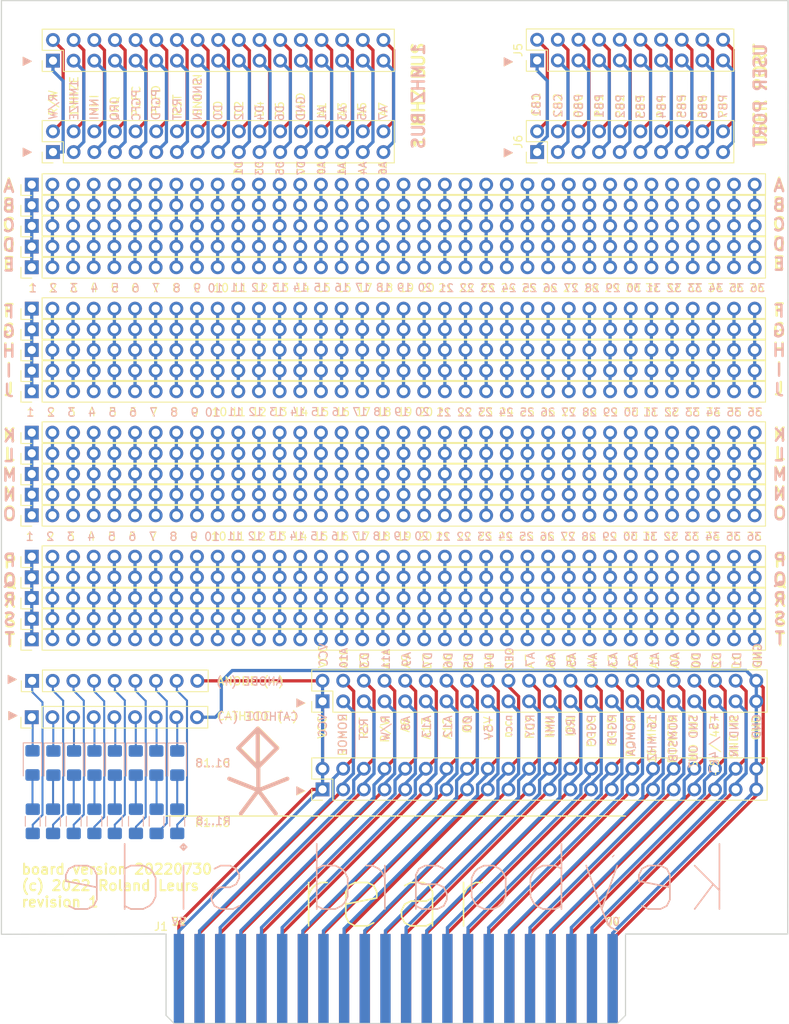
<source format=kicad_pcb>
(kicad_pcb (version 20171130) (host pcbnew "(5.1.2-1)-1")
  (layers (0 F.Cu signal) (31 B.Cu signal) (34 B.Paste user) (35 F.Paste user) (36 B.SilkS user) (37 F.SilkS user) (38 B.Mask user) (39 F.Mask user) (44 Edge.Cuts user))
  (net 0 "")
  (net 1 GNDD)
  (net 2 /D1)
  (net 3 /ADIN)
  (net 4 /D2)
  (net 5 /AGND)
  (net 6 /D0)
  (net 7 /ADOUT)
  (net 8 /A0)
  (net 9 /ROMSTB)
  (net 10 /A1)
  (net 11 /16MHz)
  (net 12 /A2)
  (net 13 /ROMQA)
  (net 14 /A3)
  (net 15 /PGFD)
  (net 16 /A4)
  (net 17 /PGFC)
  (net 18 /A5)
  (net 19 /IRQ)
  (net 20 /A6)
  (net 21 /NMI)
  (net 22 /A7)
  (net 23 /nRDY)
  (net 24 /OE2)
  (net 25 /NC)
  (net 26 /D4)
  (net 27 /-5V)
  (net 28 /D5)
  (net 29 /Ø0)
  (net 30 /D6)
  (net 31 /A12)
  (net 32 /D7)
  (net 33 /A13)
  (net 34 /A9)
  (net 35 /A8)
  (net 36 /A11)
  (net 37 /RnW)
  (net 38 /D3)
  (net 39 /RST)
  (net 40 /A10)
  (net 41 /ROMOE)
  (net 42 VCC)
  (net 43 /AUDIO-IN)
  (net 44 /RESET)
  (net 45 /1MHZE)
  (net 46 /RW)
  (net 47 /PB7)
  (net 48 /PB6)
  (net 49 /PB5)
  (net 50 /PB4)
  (net 51 /PB3)
  (net 52 /PB2)
  (net 53 /PB1)
  (net 54 /PB0)
  (net 55 /CB2)
  (net 56 /CB1)
  (net 57 /C36)
  (net 58 /C35)
  (net 59 /C34)
  (net 60 /C33)
  (net 61 /C32)
  (net 62 /C31)
  (net 63 /C30)
  (net 64 /C29)
  (net 65 /C28)
  (net 66 /C27)
  (net 67 /C26)
  (net 68 /C25)
  (net 69 /C24)
  (net 70 /C23)
  (net 71 /C22)
  (net 72 /C21)
  (net 73 /C20)
  (net 74 /C19)
  (net 75 /C18)
  (net 76 /C17)
  (net 77 /C16)
  (net 78 /C15)
  (net 79 /C14)
  (net 80 /C13)
  (net 81 /C12)
  (net 82 /C11)
  (net 83 /C10)
  (net 84 /C9)
  (net 85 /C8)
  (net 86 /C7)
  (net 87 /C6)
  (net 88 /C5)
  (net 89 /C4)
  (net 90 /C3)
  (net 91 /C2)
  (net 92 /C1)
  (net 93 /A36)
  (net 94 /A35)
  (net 95 /A34)
  (net 96 /A33)
  (net 97 /A32)
  (net 98 /A31)
  (net 99 /A30)
  (net 100 /A29)
  (net 101 /A28)
  (net 102 /A27)
  (net 103 /A26)
  (net 104 /A25)
  (net 105 /A24)
  (net 106 /A23)
  (net 107 /A22)
  (net 108 /A21)
  (net 109 /A20)
  (net 110 /A19)
  (net 111 /A18)
  (net 112 /A17)
  (net 113 /A16)
  (net 114 /A15)
  (net 115 /A14)
  (net 116 /B36)
  (net 117 /B35)
  (net 118 /B34)
  (net 119 /B33)
  (net 120 /B32)
  (net 121 /B31)
  (net 122 /B30)
  (net 123 /B29)
  (net 124 /B28)
  (net 125 /B27)
  (net 126 /B26)
  (net 127 /B25)
  (net 128 /B24)
  (net 129 /B23)
  (net 130 /B22)
  (net 131 /B21)
  (net 132 /B20)
  (net 133 /B19)
  (net 134 /B18)
  (net 135 /B17)
  (net 136 /B16)
  (net 137 /B15)
  (net 138 /B14)
  (net 139 /B13)
  (net 140 /B12)
  (net 141 /B11)
  (net 142 /B10)
  (net 143 /B9)
  (net 144 /B8)
  (net 145 /B7)
  (net 146 /B6)
  (net 147 /B5)
  (net 148 /B4)
  (net 149 /B3)
  (net 150 /B2)
  (net 151 /B1)
  (net 152 /D36)
  (net 153 /D35)
  (net 154 /D34)
  (net 155 /D33)
  (net 156 /D32)
  (net 157 /D31)
  (net 158 /D30)
  (net 159 /D29)
  (net 160 /D28)
  (net 161 /D27)
  (net 162 /D26)
  (net 163 /D25)
  (net 164 /D24)
  (net 165 /D23)
  (net 166 /D22)
  (net 167 /D21)
  (net 168 /D20)
  (net 169 /D19)
  (net 170 /D18)
  (net 171 /D17)
  (net 172 /D16)
  (net 173 /D15)
  (net 174 /D14)
  (net 175 /D13)
  (net 176 /D12)
  (net 177 /D11)
  (net 178 /D10)
  (net 179 /D9)
  (net 180 /D8)
  (net 181 "Net-(D1-Pad2)")
  (net 182 "Net-(D1-Pad1)")
  (net 183 "Net-(D2-Pad2)")
  (net 184 "Net-(D2-Pad1)")
  (net 185 "Net-(D3-Pad2)")
  (net 186 "Net-(D3-Pad1)")
  (net 187 "Net-(D4-Pad2)")
  (net 188 "Net-(D4-Pad1)")
  (net 189 "Net-(D5-Pad2)")
  (net 190 "Net-(D5-Pad1)")
  (net 191 "Net-(D6-Pad2)")
  (net 192 "Net-(D6-Pad1)")
  (net 193 "Net-(D7-Pad2)")
  (net 194 "Net-(D7-Pad1)")
  (net 195 "Net-(D8-Pad2)")
  (net 196 "Net-(D8-Pad1)")
  (net 197 "Net-(J27-Pad8)")
  (net 198 "Net-(J27-Pad7)")
  (net 199 "Net-(J27-Pad6)")
  (net 200 "Net-(J27-Pad5)")
  (net 201 "Net-(J27-Pad4)")
  (net 202 "Net-(J27-Pad3)")
  (net 203 "Net-(J27-Pad2)")
  (net 204 "Net-(J27-Pad1)")
  (module myelin-kicad:acorn_electron_cartridge_edge_connector (layer F.Cu) (at 111.295 171.75)
    (fp_text reference J1 (at -28.872 -6.414) (layer F.SilkS))
    (fp_text value Conn_02x22_Row_Letter_First hide)
    (fp_line (start 28.25 4.5) (end 28.25 -5.5) (layer Edge.Cuts) (width 0.15))
    (fp_line (start 27.25 5.5) (end 28.25 4.5) (layer Edge.Cuts) (width 0.15))
    (fp_line (start -27.25 5.5) (end 27.25 5.5) (layer Edge.Cuts) (width 0.15))
    (fp_line (start -28.25 4.5) (end -27.25 5.5) (layer Edge.Cuts) (width 0.15))
    (fp_line (start -28.25 -5.5) (end -28.25 4.5) (layer Edge.Cuts) (width 0.15))
    (fp_text user 0V (at 26.67 -7) (layer B.SilkS) (effects (justify mirror)))
    (fp_text user 0V (at 26.67 -7) (layer F.SilkS))
    (fp_text user 5V (at -26.67 -7) (layer B.SilkS) (effects (justify mirror)))
    (fp_text user 5V (at -26.67 -7) (layer F.SilkS))
    (fp_text user "keyboard side" (at -0.197 -12.264) (layer B.SilkS) (effects (font (size 8 8) (thickness 0.2)) (justify mirror)))
    (fp_text user rear (at -0.622 -10.189) (layer F.SilkS) (effects (font (size 8 8) (thickness 0.2))))
    (pad b22 smd rect (at 26.67 0) (size 1.27 11) (layers B.Cu B.Mask) (net 1 GNDD))
    (pad a22 smd rect (at 26.67 0) (size 1.27 11) (layers F.Cu F.Mask) (net 1 GNDD))
    (pad b21 smd rect (at 24.13 0) (size 1.27 11) (layers B.Cu B.Mask) (net 2 /D1))
    (pad a21 smd rect (at 24.13 0) (size 1.27 11) (layers F.Cu F.Mask) (net 3 /ADIN))
    (pad b20 smd rect (at 21.59 0) (size 1.27 11) (layers B.Cu B.Mask) (net 4 /D2))
    (pad a20 smd rect (at 21.59 0) (size 1.27 11) (layers F.Cu F.Mask) (net 5 /AGND))
    (pad b19 smd rect (at 19.05 0) (size 1.27 11) (layers B.Cu B.Mask) (net 6 /D0))
    (pad a19 smd rect (at 19.05 0) (size 1.27 11) (layers F.Cu F.Mask) (net 7 /ADOUT))
    (pad b18 smd rect (at 16.51 0) (size 1.27 11) (layers B.Cu B.Mask) (net 8 /A0))
    (pad a18 smd rect (at 16.51 0) (size 1.27 11) (layers F.Cu F.Mask) (net 9 /ROMSTB))
    (pad b17 smd rect (at 13.97 0) (size 1.27 11) (layers B.Cu B.Mask) (net 10 /A1))
    (pad a17 smd rect (at 13.97 0) (size 1.27 11) (layers F.Cu F.Mask) (net 11 /16MHz))
    (pad b16 smd rect (at 11.43 0) (size 1.27 11) (layers B.Cu B.Mask) (net 12 /A2))
    (pad a16 smd rect (at 11.43 0) (size 1.27 11) (layers F.Cu F.Mask) (net 13 /ROMQA))
    (pad b15 smd rect (at 8.89 0) (size 1.27 11) (layers B.Cu B.Mask) (net 14 /A3))
    (pad a15 smd rect (at 8.89 0) (size 1.27 11) (layers F.Cu F.Mask) (net 15 /PGFD))
    (pad b14 smd rect (at 6.35 0) (size 1.27 11) (layers B.Cu B.Mask) (net 16 /A4))
    (pad a14 smd rect (at 6.35 0) (size 1.27 11) (layers F.Cu F.Mask) (net 17 /PGFC))
    (pad b13 smd rect (at 3.81 0) (size 1.27 11) (layers B.Cu B.Mask) (net 18 /A5))
    (pad a13 smd rect (at 3.81 0) (size 1.27 11) (layers F.Cu F.Mask) (net 19 /IRQ))
    (pad b12 smd rect (at 1.27 0) (size 1.27 11) (layers B.Cu B.Mask) (net 20 /A6))
    (pad a12 smd rect (at 1.27 0) (size 1.27 11) (layers F.Cu F.Mask) (net 21 /NMI))
    (pad b11 smd rect (at -1.27 0) (size 1.27 11) (layers B.Cu B.Mask) (net 22 /A7))
    (pad a11 smd rect (at -1.27 0) (size 1.27 11) (layers F.Cu F.Mask) (net 23 /nRDY))
    (pad b10 smd rect (at -3.81 0) (size 1.27 11) (layers B.Cu B.Mask) (net 24 /OE2))
    (pad a10 smd rect (at -3.81 0) (size 1.27 11) (layers F.Cu F.Mask) (net 25 /NC))
    (pad b9 smd rect (at -6.35 0) (size 1.27 11) (layers B.Cu B.Mask) (net 26 /D4))
    (pad a9 smd rect (at -6.35 0) (size 1.27 11) (layers F.Cu F.Mask) (net 27 /-5V))
    (pad b8 smd rect (at -8.89 0) (size 1.27 11) (layers B.Cu B.Mask) (net 28 /D5))
    (pad a8 smd rect (at -8.89 0) (size 1.27 11) (layers F.Cu F.Mask) (net 29 /Ø0))
    (pad b7 smd rect (at -11.43 0) (size 1.27 11) (layers B.Cu B.Mask) (net 30 /D6))
    (pad a7 smd rect (at -11.43 0) (size 1.27 11) (layers F.Cu F.Mask) (net 31 /A12))
    (pad b6 smd rect (at -13.97 0) (size 1.27 11) (layers B.Cu B.Mask) (net 32 /D7))
    (pad a6 smd rect (at -13.97 0) (size 1.27 11) (layers F.Cu F.Mask) (net 33 /A13))
    (pad b5 smd rect (at -16.51 0) (size 1.27 11) (layers B.Cu B.Mask) (net 34 /A9))
    (pad a5 smd rect (at -16.51 0) (size 1.27 11) (layers F.Cu F.Mask) (net 35 /A8))
    (pad b4 smd rect (at -19.05 0) (size 1.27 11) (layers B.Cu B.Mask) (net 36 /A11))
    (pad a4 smd rect (at -19.05 0) (size 1.27 11) (layers F.Cu F.Mask) (net 37 /RnW))
    (pad b3 smd rect (at -21.59 0) (size 1.27 11) (layers B.Cu B.Mask) (net 38 /D3))
    (pad a3 smd rect (at -21.59 0) (size 1.27 11) (layers F.Cu F.Mask) (net 39 /RST))
    (pad b2 smd rect (at -24.13 0) (size 1.27 11) (layers B.Cu B.Mask) (net 40 /A10))
    (pad a2 smd rect (at -24.13 0) (size 1.27 11) (layers F.Cu F.Mask) (net 41 /ROMOE))
    (pad b1 smd rect (at -26.67 0) (size 1.27 11) (layers B.Cu B.Mask) (net 42 VCC))
    (pad a1 smd rect (at -26.67 0) (size 1.27 11) (layers F.Cu F.Mask) (net 42 VCC))
  )
  (module Connector_PinHeader_2.54mm:PinHeader_2x22_P2.54mm_Vertical (layer F.Cu) (at 102.29 148.48 90)
    (fp_text reference J29 hide)
    (fp_text value Conn_02x22_Odd_Even)
    (pad 44 thru_hole oval (at 2.54 53.34 90) (size 1.7 1.7) (drill 1) (layers *.Cu *.Mask) (net 1 GNDD))
    (pad 43 thru_hole oval (at 0 53.34 90) (size 1.7 1.7) (drill 1) (layers *.Cu *.Mask) (net 1 GNDD))
    (pad 42 thru_hole oval (at 2.54 50.8 90) (size 1.7 1.7) (drill 1) (layers *.Cu *.Mask) (net 2 /D1))
    (pad 41 thru_hole oval (at 0 50.8 90) (size 1.7 1.7) (drill 1) (layers *.Cu *.Mask) (net 3 /ADIN))
    (pad 40 thru_hole oval (at 2.54 48.26 90) (size 1.7 1.7) (drill 1) (layers *.Cu *.Mask) (net 4 /D2))
    (pad 39 thru_hole oval (at 0 48.26 90) (size 1.7 1.7) (drill 1) (layers *.Cu *.Mask) (net 5 /AGND))
    (pad 38 thru_hole oval (at 2.54 45.72 90) (size 1.7 1.7) (drill 1) (layers *.Cu *.Mask) (net 6 /D0))
    (pad 37 thru_hole oval (at 0 45.72 90) (size 1.7 1.7) (drill 1) (layers *.Cu *.Mask) (net 7 /ADOUT))
    (pad 36 thru_hole oval (at 2.54 43.18 90) (size 1.7 1.7) (drill 1) (layers *.Cu *.Mask) (net 8 /A0))
    (pad 35 thru_hole oval (at 0 43.18 90) (size 1.7 1.7) (drill 1) (layers *.Cu *.Mask) (net 9 /ROMSTB))
    (pad 34 thru_hole oval (at 2.54 40.64 90) (size 1.7 1.7) (drill 1) (layers *.Cu *.Mask) (net 10 /A1))
    (pad 33 thru_hole oval (at 0 40.64 90) (size 1.7 1.7) (drill 1) (layers *.Cu *.Mask) (net 11 /16MHz))
    (pad 32 thru_hole oval (at 2.54 38.1 90) (size 1.7 1.7) (drill 1) (layers *.Cu *.Mask) (net 12 /A2))
    (pad 31 thru_hole oval (at 0 38.1 90) (size 1.7 1.7) (drill 1) (layers *.Cu *.Mask) (net 13 /ROMQA))
    (pad 30 thru_hole oval (at 2.54 35.56 90) (size 1.7 1.7) (drill 1) (layers *.Cu *.Mask) (net 14 /A3))
    (pad 29 thru_hole oval (at 0 35.56 90) (size 1.7 1.7) (drill 1) (layers *.Cu *.Mask) (net 15 /PGFD))
    (pad 28 thru_hole oval (at 2.54 33.02 90) (size 1.7 1.7) (drill 1) (layers *.Cu *.Mask) (net 16 /A4))
    (pad 27 thru_hole oval (at 0 33.02 90) (size 1.7 1.7) (drill 1) (layers *.Cu *.Mask) (net 17 /PGFC))
    (pad 26 thru_hole oval (at 2.54 30.48 90) (size 1.7 1.7) (drill 1) (layers *.Cu *.Mask) (net 18 /A5))
    (pad 25 thru_hole oval (at 0 30.48 90) (size 1.7 1.7) (drill 1) (layers *.Cu *.Mask) (net 19 /IRQ))
    (pad 24 thru_hole oval (at 2.54 27.94 90) (size 1.7 1.7) (drill 1) (layers *.Cu *.Mask) (net 20 /A6))
    (pad 23 thru_hole oval (at 0 27.94 90) (size 1.7 1.7) (drill 1) (layers *.Cu *.Mask) (net 21 /NMI))
    (pad 22 thru_hole oval (at 2.54 25.4 90) (size 1.7 1.7) (drill 1) (layers *.Cu *.Mask) (net 22 /A7))
    (pad 21 thru_hole oval (at 0 25.4 90) (size 1.7 1.7) (drill 1) (layers *.Cu *.Mask) (net 23 /nRDY))
    (pad 20 thru_hole oval (at 2.54 22.86 90) (size 1.7 1.7) (drill 1) (layers *.Cu *.Mask) (net 24 /OE2))
    (pad 19 thru_hole oval (at 0 22.86 90) (size 1.7 1.7) (drill 1) (layers *.Cu *.Mask) (net 25 /NC))
    (pad 18 thru_hole oval (at 2.54 20.32 90) (size 1.7 1.7) (drill 1) (layers *.Cu *.Mask) (net 26 /D4))
    (pad 17 thru_hole oval (at 0 20.32 90) (size 1.7 1.7) (drill 1) (layers *.Cu *.Mask) (net 27 /-5V))
    (pad 16 thru_hole oval (at 2.54 17.78 90) (size 1.7 1.7) (drill 1) (layers *.Cu *.Mask) (net 28 /D5))
    (pad 15 thru_hole oval (at 0 17.78 90) (size 1.7 1.7) (drill 1) (layers *.Cu *.Mask) (net 29 /Ø0))
    (pad 14 thru_hole oval (at 2.54 15.24 90) (size 1.7 1.7) (drill 1) (layers *.Cu *.Mask) (net 30 /D6))
    (pad 13 thru_hole oval (at 0 15.24 90) (size 1.7 1.7) (drill 1) (layers *.Cu *.Mask) (net 31 /A12))
    (pad 12 thru_hole oval (at 2.54 12.7 90) (size 1.7 1.7) (drill 1) (layers *.Cu *.Mask) (net 32 /D7))
    (pad 11 thru_hole oval (at 0 12.7 90) (size 1.7 1.7) (drill 1) (layers *.Cu *.Mask) (net 33 /A13))
    (pad 10 thru_hole oval (at 2.54 10.16 90) (size 1.7 1.7) (drill 1) (layers *.Cu *.Mask) (net 34 /A9))
    (pad 9 thru_hole oval (at 0 10.16 90) (size 1.7 1.7) (drill 1) (layers *.Cu *.Mask) (net 35 /A8))
    (pad 8 thru_hole oval (at 2.54 7.62 90) (size 1.7 1.7) (drill 1) (layers *.Cu *.Mask) (net 36 /A11))
    (pad 7 thru_hole oval (at 0 7.62 90) (size 1.7 1.7) (drill 1) (layers *.Cu *.Mask) (net 37 /RnW))
    (pad 6 thru_hole oval (at 2.54 5.08 90) (size 1.7 1.7) (drill 1) (layers *.Cu *.Mask) (net 38 /D3))
    (pad 5 thru_hole oval (at 0 5.08 90) (size 1.7 1.7) (drill 1) (layers *.Cu *.Mask) (net 39 /RST))
    (pad 4 thru_hole oval (at 2.54 2.54 90) (size 1.7 1.7) (drill 1) (layers *.Cu *.Mask) (net 40 /A10))
    (pad 3 thru_hole oval (at 0 2.54 90) (size 1.7 1.7) (drill 1) (layers *.Cu *.Mask) (net 41 /ROMOE))
    (pad 2 thru_hole oval (at 2.54 0 90) (size 1.7 1.7) (drill 1) (layers *.Cu *.Mask) (net 42 VCC))
    (pad 1 thru_hole rect (at 0 0 90) (size 1.7 1.7) (drill 1) (layers *.Cu *.Mask) (net 42 VCC))
  )
  (module Connector_PinHeader_2.54mm:PinHeader_1x09_P2.54mm_Vertical (layer F.Cu) (at 66.53 139.61 90)
    (fp_text reference J28 hide)
    (fp_text value Conn_01x09)
    (pad 9 thru_hole oval (at 0 20.32 90) (size 1.7 1.7) (drill 1) (layers *.Cu *.Mask) (net 1 GNDD))
    (pad 8 thru_hole oval (at 0 17.78 90) (size 1.7 1.7) (drill 1) (layers *.Cu *.Mask) (net 196 "Net-(D8-Pad1)"))
    (pad 7 thru_hole oval (at 0 15.24 90) (size 1.7 1.7) (drill 1) (layers *.Cu *.Mask) (net 194 "Net-(D7-Pad1)"))
    (pad 6 thru_hole oval (at 0 12.7 90) (size 1.7 1.7) (drill 1) (layers *.Cu *.Mask) (net 192 "Net-(D6-Pad1)"))
    (pad 5 thru_hole oval (at 0 10.16 90) (size 1.7 1.7) (drill 1) (layers *.Cu *.Mask) (net 190 "Net-(D5-Pad1)"))
    (pad 4 thru_hole oval (at 0 7.62 90) (size 1.7 1.7) (drill 1) (layers *.Cu *.Mask) (net 188 "Net-(D4-Pad1)"))
    (pad 3 thru_hole oval (at 0 5.08 90) (size 1.7 1.7) (drill 1) (layers *.Cu *.Mask) (net 186 "Net-(D3-Pad1)"))
    (pad 2 thru_hole oval (at 0 2.54 90) (size 1.7 1.7) (drill 1) (layers *.Cu *.Mask) (net 184 "Net-(D2-Pad1)"))
    (pad 1 thru_hole rect (at 0 0 90) (size 1.7 1.7) (drill 1) (layers *.Cu *.Mask) (net 182 "Net-(D1-Pad1)"))
  )
  (module Connector_PinHeader_2.54mm:PinHeader_1x09_P2.54mm_Vertical (layer F.Cu) (at 66.57 135.14 90)
    (fp_text reference J27 hide)
    (fp_text value Conn_01x09)
    (pad 9 thru_hole oval (at 0 20.32 90) (size 1.7 1.7) (drill 1) (layers *.Cu *.Mask) (net 42 VCC))
    (pad 8 thru_hole oval (at 0 17.78 90) (size 1.7 1.7) (drill 1) (layers *.Cu *.Mask) (net 197 "Net-(J27-Pad8)"))
    (pad 7 thru_hole oval (at 0 15.24 90) (size 1.7 1.7) (drill 1) (layers *.Cu *.Mask) (net 198 "Net-(J27-Pad7)"))
    (pad 6 thru_hole oval (at 0 12.7 90) (size 1.7 1.7) (drill 1) (layers *.Cu *.Mask) (net 199 "Net-(J27-Pad6)"))
    (pad 5 thru_hole oval (at 0 10.16 90) (size 1.7 1.7) (drill 1) (layers *.Cu *.Mask) (net 200 "Net-(J27-Pad5)"))
    (pad 4 thru_hole oval (at 0 7.62 90) (size 1.7 1.7) (drill 1) (layers *.Cu *.Mask) (net 201 "Net-(J27-Pad4)"))
    (pad 3 thru_hole oval (at 0 5.08 90) (size 1.7 1.7) (drill 1) (layers *.Cu *.Mask) (net 202 "Net-(J27-Pad3)"))
    (pad 2 thru_hole oval (at 0 2.54 90) (size 1.7 1.7) (drill 1) (layers *.Cu *.Mask) (net 203 "Net-(J27-Pad2)"))
    (pad 1 thru_hole rect (at 0 0 90) (size 1.7 1.7) (drill 1) (layers *.Cu *.Mask) (net 204 "Net-(J27-Pad1)"))
  )
  (module Resistor_SMD:R_1206_3216Metric_Pad1.42x1.75mm_HandSolder (layer B.Cu) (at 84.42 152.4 90)
    (fp_text reference R8 hide)
    (fp_text value R)
    (pad 2 smd roundrect (at 1.4875 0 90) (size 1.425 1.75) (layers B.Cu B.Paste B.Mask) (roundrect_rratio 0.175439) (net 195 "Net-(D8-Pad2)"))
    (pad 1 smd roundrect (at -1.4875 0 90) (size 1.425 1.75) (layers B.Cu B.Paste B.Mask) (roundrect_rratio 0.175439) (net 197 "Net-(J27-Pad8)"))
  )
  (module Resistor_SMD:R_1206_3216Metric_Pad1.42x1.75mm_HandSolder (layer B.Cu) (at 81.88 152.4 90)
    (fp_text reference R7 hide)
    (fp_text value R)
    (pad 2 smd roundrect (at 1.4875 0 90) (size 1.425 1.75) (layers B.Cu B.Paste B.Mask) (roundrect_rratio 0.175439) (net 193 "Net-(D7-Pad2)"))
    (pad 1 smd roundrect (at -1.4875 0 90) (size 1.425 1.75) (layers B.Cu B.Paste B.Mask) (roundrect_rratio 0.175439) (net 198 "Net-(J27-Pad7)"))
  )
  (module Resistor_SMD:R_1206_3216Metric_Pad1.42x1.75mm_HandSolder (layer B.Cu) (at 79.34 152.4 90)
    (fp_text reference R6 hide)
    (fp_text value R)
    (pad 2 smd roundrect (at 1.4875 0 90) (size 1.425 1.75) (layers B.Cu B.Paste B.Mask) (roundrect_rratio 0.175439) (net 191 "Net-(D6-Pad2)"))
    (pad 1 smd roundrect (at -1.4875 0 90) (size 1.425 1.75) (layers B.Cu B.Paste B.Mask) (roundrect_rratio 0.175439) (net 199 "Net-(J27-Pad6)"))
  )
  (module Resistor_SMD:R_1206_3216Metric_Pad1.42x1.75mm_HandSolder (layer B.Cu) (at 76.74 152.4 90)
    (fp_text reference R5 hide)
    (fp_text value R)
    (pad 2 smd roundrect (at 1.4875 0 90) (size 1.425 1.75) (layers B.Cu B.Paste B.Mask) (roundrect_rratio 0.175439) (net 189 "Net-(D5-Pad2)"))
    (pad 1 smd roundrect (at -1.4875 0 90) (size 1.425 1.75) (layers B.Cu B.Paste B.Mask) (roundrect_rratio 0.175439) (net 200 "Net-(J27-Pad5)"))
  )
  (module Resistor_SMD:R_1206_3216Metric_Pad1.42x1.75mm_HandSolder (layer B.Cu) (at 74.23 152.4 90)
    (fp_text reference R4 hide)
    (fp_text value R)
    (pad 2 smd roundrect (at 1.4875 0 90) (size 1.425 1.75) (layers B.Cu B.Paste B.Mask) (roundrect_rratio 0.175439) (net 187 "Net-(D4-Pad2)"))
    (pad 1 smd roundrect (at -1.4875 0 90) (size 1.425 1.75) (layers B.Cu B.Paste B.Mask) (roundrect_rratio 0.175439) (net 201 "Net-(J27-Pad4)"))
  )
  (module Resistor_SMD:R_1206_3216Metric_Pad1.42x1.75mm_HandSolder (layer B.Cu) (at 71.69 152.4 90)
    (fp_text reference R3 hide)
    (fp_text value R)
    (pad 2 smd roundrect (at 1.4875 0 90) (size 1.425 1.75) (layers B.Cu B.Paste B.Mask) (roundrect_rratio 0.175439) (net 185 "Net-(D3-Pad2)"))
    (pad 1 smd roundrect (at -1.4875 0 90) (size 1.425 1.75) (layers B.Cu B.Paste B.Mask) (roundrect_rratio 0.175439) (net 202 "Net-(J27-Pad3)"))
  )
  (module Resistor_SMD:R_1206_3216Metric_Pad1.42x1.75mm_HandSolder (layer B.Cu) (at 69.15 152.4 90)
    (fp_text reference R2 hide)
    (fp_text value R)
    (pad 2 smd roundrect (at 1.4875 0 90) (size 1.425 1.75) (layers B.Cu B.Paste B.Mask) (roundrect_rratio 0.175439) (net 183 "Net-(D2-Pad2)"))
    (pad 1 smd roundrect (at -1.4875 0 90) (size 1.425 1.75) (layers B.Cu B.Paste B.Mask) (roundrect_rratio 0.175439) (net 203 "Net-(J27-Pad2)"))
  )
  (module Resistor_SMD:R_1206_3216Metric_Pad1.42x1.75mm_HandSolder (layer B.Cu) (at 66.65 152.4 90)
    (fp_text reference R1 hide)
    (fp_text value R)
    (pad 2 smd roundrect (at 1.4875 0 90) (size 1.425 1.75) (layers B.Cu B.Paste B.Mask) (roundrect_rratio 0.175439) (net 181 "Net-(D1-Pad2)"))
    (pad 1 smd roundrect (at -1.4875 0 90) (size 1.425 1.75) (layers B.Cu B.Paste B.Mask) (roundrect_rratio 0.175439) (net 204 "Net-(J27-Pad1)"))
  )
  (module Diode_SMD:D_1206_3216Metric_Pad1.42x1.75mm_HandSolder (layer B.Cu) (at 84.42 145.24 270)
    (fp_text reference D8 hide)
    (fp_text value LED)
    (pad 2 smd roundrect (at 1.4875 0 270) (size 1.425 1.75) (layers B.Cu B.Paste B.Mask) (roundrect_rratio 0.175439) (net 195 "Net-(D8-Pad2)"))
    (pad 1 smd roundrect (at -1.4875 0 270) (size 1.425 1.75) (layers B.Cu B.Paste B.Mask) (roundrect_rratio 0.175439) (net 196 "Net-(D8-Pad1)"))
  )
  (module Diode_SMD:D_1206_3216Metric_Pad1.42x1.75mm_HandSolder (layer B.Cu) (at 81.85 145.24 270)
    (fp_text reference D7 hide)
    (fp_text value LED)
    (pad 2 smd roundrect (at 1.4875 0 270) (size 1.425 1.75) (layers B.Cu B.Paste B.Mask) (roundrect_rratio 0.175439) (net 193 "Net-(D7-Pad2)"))
    (pad 1 smd roundrect (at -1.4875 0 270) (size 1.425 1.75) (layers B.Cu B.Paste B.Mask) (roundrect_rratio 0.175439) (net 194 "Net-(D7-Pad1)"))
  )
  (module Diode_SMD:D_1206_3216Metric_Pad1.42x1.75mm_HandSolder (layer B.Cu) (at 79.32 145.24 270)
    (fp_text reference D6 hide)
    (fp_text value LED)
    (pad 2 smd roundrect (at 1.4875 0 270) (size 1.425 1.75) (layers B.Cu B.Paste B.Mask) (roundrect_rratio 0.175439) (net 191 "Net-(D6-Pad2)"))
    (pad 1 smd roundrect (at -1.4875 0 270) (size 1.425 1.75) (layers B.Cu B.Paste B.Mask) (roundrect_rratio 0.175439) (net 192 "Net-(D6-Pad1)"))
  )
  (module Diode_SMD:D_1206_3216Metric_Pad1.42x1.75mm_HandSolder (layer B.Cu) (at 76.75 145.24 270)
    (fp_text reference D5 hide)
    (fp_text value LED)
    (pad 2 smd roundrect (at 1.4875 0 270) (size 1.425 1.75) (layers B.Cu B.Paste B.Mask) (roundrect_rratio 0.175439) (net 189 "Net-(D5-Pad2)"))
    (pad 1 smd roundrect (at -1.4875 0 270) (size 1.425 1.75) (layers B.Cu B.Paste B.Mask) (roundrect_rratio 0.175439) (net 190 "Net-(D5-Pad1)"))
  )
  (module Diode_SMD:D_1206_3216Metric_Pad1.42x1.75mm_HandSolder (layer B.Cu) (at 74.24 145.24 270)
    (fp_text reference D4 hide)
    (fp_text value LED)
    (pad 2 smd roundrect (at 1.4875 0 270) (size 1.425 1.75) (layers B.Cu B.Paste B.Mask) (roundrect_rratio 0.175439) (net 187 "Net-(D4-Pad2)"))
    (pad 1 smd roundrect (at -1.4875 0 270) (size 1.425 1.75) (layers B.Cu B.Paste B.Mask) (roundrect_rratio 0.175439) (net 188 "Net-(D4-Pad1)"))
  )
  (module Diode_SMD:D_1206_3216Metric_Pad1.42x1.75mm_HandSolder (layer B.Cu) (at 71.73 145.24 270)
    (fp_text reference D3 hide)
    (fp_text value LED)
    (pad 2 smd roundrect (at 1.4875 0 270) (size 1.425 1.75) (layers B.Cu B.Paste B.Mask) (roundrect_rratio 0.175439) (net 185 "Net-(D3-Pad2)"))
    (pad 1 smd roundrect (at -1.4875 0 270) (size 1.425 1.75) (layers B.Cu B.Paste B.Mask) (roundrect_rratio 0.175439) (net 186 "Net-(D3-Pad1)"))
  )
  (module Diode_SMD:D_1206_3216Metric_Pad1.42x1.75mm_HandSolder (layer B.Cu) (at 69.19 145.24 270)
    (fp_text reference D2 hide)
    (fp_text value LED)
    (pad 2 smd roundrect (at 1.4875 0 270) (size 1.425 1.75) (layers B.Cu B.Paste B.Mask) (roundrect_rratio 0.175439) (net 183 "Net-(D2-Pad2)"))
    (pad 1 smd roundrect (at -1.4875 0 270) (size 1.425 1.75) (layers B.Cu B.Paste B.Mask) (roundrect_rratio 0.175439) (net 184 "Net-(D2-Pad1)"))
  )
  (module Diode_SMD:D_1206_3216Metric_Pad1.42x1.75mm_HandSolder (layer B.Cu) (at 66.62 145.22 270)
    (fp_text reference D1 hide)
    (fp_text value LED)
    (pad 2 smd roundrect (at 1.4875 0 270) (size 1.425 1.75) (layers B.Cu B.Paste B.Mask) (roundrect_rratio 0.175439) (net 181 "Net-(D1-Pad2)"))
    (pad 1 smd roundrect (at -1.4875 0 270) (size 1.425 1.75) (layers B.Cu B.Paste B.Mask) (roundrect_rratio 0.175439) (net 182 "Net-(D1-Pad1)"))
  )
  (module Connector_PinHeader_2.54mm:PinHeader_2x17_P2.54mm_Vertical (layer F.Cu) (at 69.14 58.93 90)
    (fp_text reference J4 hide)
    (fp_text value Conn_02x17_Odd_Even)
    (pad 34 thru_hole oval (at 2.54 40.64 90) (size 1.7 1.7) (drill 1) (layers *.Cu *.Mask) (net 22 /A7))
    (pad 33 thru_hole oval (at 0 40.64 90) (size 1.7 1.7) (drill 1) (layers *.Cu *.Mask) (net 20 /A6))
    (pad 32 thru_hole oval (at 2.54 38.1 90) (size 1.7 1.7) (drill 1) (layers *.Cu *.Mask) (net 18 /A5))
    (pad 31 thru_hole oval (at 0 38.1 90) (size 1.7 1.7) (drill 1) (layers *.Cu *.Mask) (net 16 /A4))
    (pad 30 thru_hole oval (at 2.54 35.56 90) (size 1.7 1.7) (drill 1) (layers *.Cu *.Mask) (net 14 /A3))
    (pad 29 thru_hole oval (at 0 35.56 90) (size 1.7 1.7) (drill 1) (layers *.Cu *.Mask) (net 12 /A2))
    (pad 28 thru_hole oval (at 2.54 33.02 90) (size 1.7 1.7) (drill 1) (layers *.Cu *.Mask) (net 10 /A1))
    (pad 27 thru_hole oval (at 0 33.02 90) (size 1.7 1.7) (drill 1) (layers *.Cu *.Mask) (net 8 /A0))
    (pad 26 thru_hole oval (at 2.54 30.48 90) (size 1.7 1.7) (drill 1) (layers *.Cu *.Mask) (net 1 GNDD))
    (pad 25 thru_hole oval (at 0 30.48 90) (size 1.7 1.7) (drill 1) (layers *.Cu *.Mask) (net 32 /D7))
    (pad 24 thru_hole oval (at 2.54 27.94 90) (size 1.7 1.7) (drill 1) (layers *.Cu *.Mask) (net 30 /D6))
    (pad 23 thru_hole oval (at 0 27.94 90) (size 1.7 1.7) (drill 1) (layers *.Cu *.Mask) (net 28 /D5))
    (pad 22 thru_hole oval (at 2.54 25.4 90) (size 1.7 1.7) (drill 1) (layers *.Cu *.Mask) (net 26 /D4))
    (pad 21 thru_hole oval (at 0 25.4 90) (size 1.7 1.7) (drill 1) (layers *.Cu *.Mask) (net 38 /D3))
    (pad 20 thru_hole oval (at 2.54 22.86 90) (size 1.7 1.7) (drill 1) (layers *.Cu *.Mask) (net 4 /D2))
    (pad 19 thru_hole oval (at 0 22.86 90) (size 1.7 1.7) (drill 1) (layers *.Cu *.Mask) (net 2 /D1))
    (pad 18 thru_hole oval (at 2.54 20.32 90) (size 1.7 1.7) (drill 1) (layers *.Cu *.Mask) (net 6 /D0))
    (pad 17 thru_hole oval (at 0 20.32 90) (size 1.7 1.7) (drill 1) (layers *.Cu *.Mask) (net 1 GNDD))
    (pad 16 thru_hole oval (at 2.54 17.78 90) (size 1.7 1.7) (drill 1) (layers *.Cu *.Mask) (net 43 /AUDIO-IN))
    (pad 15 thru_hole oval (at 0 17.78 90) (size 1.7 1.7) (drill 1) (layers *.Cu *.Mask) (net 1 GNDD))
    (pad 14 thru_hole oval (at 2.54 15.24 90) (size 1.7 1.7) (drill 1) (layers *.Cu *.Mask) (net 44 /RESET))
    (pad 13 thru_hole oval (at 0 15.24 90) (size 1.7 1.7) (drill 1) (layers *.Cu *.Mask) (net 1 GNDD))
    (pad 12 thru_hole oval (at 2.54 12.7 90) (size 1.7 1.7) (drill 1) (layers *.Cu *.Mask) (net 15 /PGFD))
    (pad 11 thru_hole oval (at 0 12.7 90) (size 1.7 1.7) (drill 1) (layers *.Cu *.Mask) (net 1 GNDD))
    (pad 10 thru_hole oval (at 2.54 10.16 90) (size 1.7 1.7) (drill 1) (layers *.Cu *.Mask) (net 17 /PGFC))
    (pad 9 thru_hole oval (at 0 10.16 90) (size 1.7 1.7) (drill 1) (layers *.Cu *.Mask) (net 1 GNDD))
    (pad 8 thru_hole oval (at 2.54 7.62 90) (size 1.7 1.7) (drill 1) (layers *.Cu *.Mask) (net 19 /IRQ))
    (pad 7 thru_hole oval (at 0 7.62 90) (size 1.7 1.7) (drill 1) (layers *.Cu *.Mask) (net 1 GNDD))
    (pad 6 thru_hole oval (at 2.54 5.08 90) (size 1.7 1.7) (drill 1) (layers *.Cu *.Mask) (net 21 /NMI))
    (pad 5 thru_hole oval (at 0 5.08 90) (size 1.7 1.7) (drill 1) (layers *.Cu *.Mask) (net 1 GNDD))
    (pad 4 thru_hole oval (at 2.54 2.54 90) (size 1.7 1.7) (drill 1) (layers *.Cu *.Mask) (net 45 /1MHZE))
    (pad 3 thru_hole oval (at 0 2.54 90) (size 1.7 1.7) (drill 1) (layers *.Cu *.Mask) (net 1 GNDD))
    (pad 2 thru_hole oval (at 2.54 0 90) (size 1.7 1.7) (drill 1) (layers *.Cu *.Mask) (net 46 /RW))
    (pad 1 thru_hole rect (at 0 0 90) (size 1.7 1.7) (drill 1) (layers *.Cu *.Mask) (net 1 GNDD))
  )
  (module Connector_PinHeader_2.54mm:PinHeader_1x36_P2.54mm_Vertical (layer F.Cu) (at 66.53 74.16 90)
    (fp_text reference J26 hide)
    (fp_text value Conn_01x36)
    (pad 36 thru_hole oval (at 0 88.9 90) (size 1.7 1.7) (drill 1) (layers *.Cu *.Mask) (net 152 /D36))
    (pad 35 thru_hole oval (at 0 86.36 90) (size 1.7 1.7) (drill 1) (layers *.Cu *.Mask) (net 153 /D35))
    (pad 34 thru_hole oval (at 0 83.82 90) (size 1.7 1.7) (drill 1) (layers *.Cu *.Mask) (net 154 /D34))
    (pad 33 thru_hole oval (at 0 81.28 90) (size 1.7 1.7) (drill 1) (layers *.Cu *.Mask) (net 155 /D33))
    (pad 32 thru_hole oval (at 0 78.74 90) (size 1.7 1.7) (drill 1) (layers *.Cu *.Mask) (net 156 /D32))
    (pad 31 thru_hole oval (at 0 76.2 90) (size 1.7 1.7) (drill 1) (layers *.Cu *.Mask) (net 157 /D31))
    (pad 30 thru_hole oval (at 0 73.66 90) (size 1.7 1.7) (drill 1) (layers *.Cu *.Mask) (net 158 /D30))
    (pad 29 thru_hole oval (at 0 71.12 90) (size 1.7 1.7) (drill 1) (layers *.Cu *.Mask) (net 159 /D29))
    (pad 28 thru_hole oval (at 0 68.58 90) (size 1.7 1.7) (drill 1) (layers *.Cu *.Mask) (net 160 /D28))
    (pad 27 thru_hole oval (at 0 66.04 90) (size 1.7 1.7) (drill 1) (layers *.Cu *.Mask) (net 161 /D27))
    (pad 26 thru_hole oval (at 0 63.5 90) (size 1.7 1.7) (drill 1) (layers *.Cu *.Mask) (net 162 /D26))
    (pad 25 thru_hole oval (at 0 60.96 90) (size 1.7 1.7) (drill 1) (layers *.Cu *.Mask) (net 163 /D25))
    (pad 24 thru_hole oval (at 0 58.42 90) (size 1.7 1.7) (drill 1) (layers *.Cu *.Mask) (net 164 /D24))
    (pad 23 thru_hole oval (at 0 55.88 90) (size 1.7 1.7) (drill 1) (layers *.Cu *.Mask) (net 165 /D23))
    (pad 22 thru_hole oval (at 0 53.34 90) (size 1.7 1.7) (drill 1) (layers *.Cu *.Mask) (net 166 /D22))
    (pad 21 thru_hole oval (at 0 50.8 90) (size 1.7 1.7) (drill 1) (layers *.Cu *.Mask) (net 167 /D21))
    (pad 20 thru_hole oval (at 0 48.26 90) (size 1.7 1.7) (drill 1) (layers *.Cu *.Mask) (net 168 /D20))
    (pad 19 thru_hole oval (at 0 45.72 90) (size 1.7 1.7) (drill 1) (layers *.Cu *.Mask) (net 169 /D19))
    (pad 18 thru_hole oval (at 0 43.18 90) (size 1.7 1.7) (drill 1) (layers *.Cu *.Mask) (net 170 /D18))
    (pad 17 thru_hole oval (at 0 40.64 90) (size 1.7 1.7) (drill 1) (layers *.Cu *.Mask) (net 171 /D17))
    (pad 16 thru_hole oval (at 0 38.1 90) (size 1.7 1.7) (drill 1) (layers *.Cu *.Mask) (net 172 /D16))
    (pad 15 thru_hole oval (at 0 35.56 90) (size 1.7 1.7) (drill 1) (layers *.Cu *.Mask) (net 173 /D15))
    (pad 14 thru_hole oval (at 0 33.02 90) (size 1.7 1.7) (drill 1) (layers *.Cu *.Mask) (net 174 /D14))
    (pad 13 thru_hole oval (at 0 30.48 90) (size 1.7 1.7) (drill 1) (layers *.Cu *.Mask) (net 175 /D13))
    (pad 12 thru_hole oval (at 0 27.94 90) (size 1.7 1.7) (drill 1) (layers *.Cu *.Mask) (net 176 /D12))
    (pad 11 thru_hole oval (at 0 25.4 90) (size 1.7 1.7) (drill 1) (layers *.Cu *.Mask) (net 177 /D11))
    (pad 10 thru_hole oval (at 0 22.86 90) (size 1.7 1.7) (drill 1) (layers *.Cu *.Mask) (net 178 /D10))
    (pad 9 thru_hole oval (at 0 20.32 90) (size 1.7 1.7) (drill 1) (layers *.Cu *.Mask) (net 179 /D9))
    (pad 8 thru_hole oval (at 0 17.78 90) (size 1.7 1.7) (drill 1) (layers *.Cu *.Mask) (net 180 /D8))
    (pad 7 thru_hole oval (at 0 15.24 90) (size 1.7 1.7) (drill 1) (layers *.Cu *.Mask) (net 32 /D7))
    (pad 6 thru_hole oval (at 0 12.7 90) (size 1.7 1.7) (drill 1) (layers *.Cu *.Mask) (net 30 /D6))
    (pad 5 thru_hole oval (at 0 10.16 90) (size 1.7 1.7) (drill 1) (layers *.Cu *.Mask) (net 28 /D5))
    (pad 4 thru_hole oval (at 0 7.62 90) (size 1.7 1.7) (drill 1) (layers *.Cu *.Mask) (net 26 /D4))
    (pad 3 thru_hole oval (at 0 5.08 90) (size 1.7 1.7) (drill 1) (layers *.Cu *.Mask) (net 38 /D3))
    (pad 2 thru_hole oval (at 0 2.54 90) (size 1.7 1.7) (drill 1) (layers *.Cu *.Mask) (net 4 /D2))
    (pad 1 thru_hole rect (at 0 0 90) (size 1.7 1.7) (drill 1) (layers *.Cu *.Mask) (net 2 /D1))
  )
  (module Connector_PinHeader_2.54mm:PinHeader_1x36_P2.54mm_Vertical (layer F.Cu) (at 66.53 89.4 90)
    (fp_text reference J25 hide)
    (fp_text value Conn_01x36)
    (pad 36 thru_hole oval (at 0 88.9 90) (size 1.7 1.7) (drill 1) (layers *.Cu *.Mask) (net 116 /B36))
    (pad 35 thru_hole oval (at 0 86.36 90) (size 1.7 1.7) (drill 1) (layers *.Cu *.Mask) (net 117 /B35))
    (pad 34 thru_hole oval (at 0 83.82 90) (size 1.7 1.7) (drill 1) (layers *.Cu *.Mask) (net 118 /B34))
    (pad 33 thru_hole oval (at 0 81.28 90) (size 1.7 1.7) (drill 1) (layers *.Cu *.Mask) (net 119 /B33))
    (pad 32 thru_hole oval (at 0 78.74 90) (size 1.7 1.7) (drill 1) (layers *.Cu *.Mask) (net 120 /B32))
    (pad 31 thru_hole oval (at 0 76.2 90) (size 1.7 1.7) (drill 1) (layers *.Cu *.Mask) (net 121 /B31))
    (pad 30 thru_hole oval (at 0 73.66 90) (size 1.7 1.7) (drill 1) (layers *.Cu *.Mask) (net 122 /B30))
    (pad 29 thru_hole oval (at 0 71.12 90) (size 1.7 1.7) (drill 1) (layers *.Cu *.Mask) (net 123 /B29))
    (pad 28 thru_hole oval (at 0 68.58 90) (size 1.7 1.7) (drill 1) (layers *.Cu *.Mask) (net 124 /B28))
    (pad 27 thru_hole oval (at 0 66.04 90) (size 1.7 1.7) (drill 1) (layers *.Cu *.Mask) (net 125 /B27))
    (pad 26 thru_hole oval (at 0 63.5 90) (size 1.7 1.7) (drill 1) (layers *.Cu *.Mask) (net 126 /B26))
    (pad 25 thru_hole oval (at 0 60.96 90) (size 1.7 1.7) (drill 1) (layers *.Cu *.Mask) (net 127 /B25))
    (pad 24 thru_hole oval (at 0 58.42 90) (size 1.7 1.7) (drill 1) (layers *.Cu *.Mask) (net 128 /B24))
    (pad 23 thru_hole oval (at 0 55.88 90) (size 1.7 1.7) (drill 1) (layers *.Cu *.Mask) (net 129 /B23))
    (pad 22 thru_hole oval (at 0 53.34 90) (size 1.7 1.7) (drill 1) (layers *.Cu *.Mask) (net 130 /B22))
    (pad 21 thru_hole oval (at 0 50.8 90) (size 1.7 1.7) (drill 1) (layers *.Cu *.Mask) (net 131 /B21))
    (pad 20 thru_hole oval (at 0 48.26 90) (size 1.7 1.7) (drill 1) (layers *.Cu *.Mask) (net 132 /B20))
    (pad 19 thru_hole oval (at 0 45.72 90) (size 1.7 1.7) (drill 1) (layers *.Cu *.Mask) (net 133 /B19))
    (pad 18 thru_hole oval (at 0 43.18 90) (size 1.7 1.7) (drill 1) (layers *.Cu *.Mask) (net 134 /B18))
    (pad 17 thru_hole oval (at 0 40.64 90) (size 1.7 1.7) (drill 1) (layers *.Cu *.Mask) (net 135 /B17))
    (pad 16 thru_hole oval (at 0 38.1 90) (size 1.7 1.7) (drill 1) (layers *.Cu *.Mask) (net 136 /B16))
    (pad 15 thru_hole oval (at 0 35.56 90) (size 1.7 1.7) (drill 1) (layers *.Cu *.Mask) (net 137 /B15))
    (pad 14 thru_hole oval (at 0 33.02 90) (size 1.7 1.7) (drill 1) (layers *.Cu *.Mask) (net 138 /B14))
    (pad 13 thru_hole oval (at 0 30.48 90) (size 1.7 1.7) (drill 1) (layers *.Cu *.Mask) (net 139 /B13))
    (pad 12 thru_hole oval (at 0 27.94 90) (size 1.7 1.7) (drill 1) (layers *.Cu *.Mask) (net 140 /B12))
    (pad 11 thru_hole oval (at 0 25.4 90) (size 1.7 1.7) (drill 1) (layers *.Cu *.Mask) (net 141 /B11))
    (pad 10 thru_hole oval (at 0 22.86 90) (size 1.7 1.7) (drill 1) (layers *.Cu *.Mask) (net 142 /B10))
    (pad 9 thru_hole oval (at 0 20.32 90) (size 1.7 1.7) (drill 1) (layers *.Cu *.Mask) (net 143 /B9))
    (pad 8 thru_hole oval (at 0 17.78 90) (size 1.7 1.7) (drill 1) (layers *.Cu *.Mask) (net 144 /B8))
    (pad 7 thru_hole oval (at 0 15.24 90) (size 1.7 1.7) (drill 1) (layers *.Cu *.Mask) (net 145 /B7))
    (pad 6 thru_hole oval (at 0 12.7 90) (size 1.7 1.7) (drill 1) (layers *.Cu *.Mask) (net 146 /B6))
    (pad 5 thru_hole oval (at 0 10.16 90) (size 1.7 1.7) (drill 1) (layers *.Cu *.Mask) (net 147 /B5))
    (pad 4 thru_hole oval (at 0 7.62 90) (size 1.7 1.7) (drill 1) (layers *.Cu *.Mask) (net 148 /B4))
    (pad 3 thru_hole oval (at 0 5.08 90) (size 1.7 1.7) (drill 1) (layers *.Cu *.Mask) (net 149 /B3))
    (pad 2 thru_hole oval (at 0 2.54 90) (size 1.7 1.7) (drill 1) (layers *.Cu *.Mask) (net 150 /B2))
    (pad 1 thru_hole rect (at 0 0 90) (size 1.7 1.7) (drill 1) (layers *.Cu *.Mask) (net 151 /B1))
  )
  (module Connector_PinHeader_2.54mm:PinHeader_1x36_P2.54mm_Vertical (layer F.Cu) (at 66.52 76.7 90)
    (fp_text reference J24 hide)
    (fp_text value Conn_01x36)
    (pad 36 thru_hole oval (at 0 88.9 90) (size 1.7 1.7) (drill 1) (layers *.Cu *.Mask) (net 152 /D36))
    (pad 35 thru_hole oval (at 0 86.36 90) (size 1.7 1.7) (drill 1) (layers *.Cu *.Mask) (net 153 /D35))
    (pad 34 thru_hole oval (at 0 83.82 90) (size 1.7 1.7) (drill 1) (layers *.Cu *.Mask) (net 154 /D34))
    (pad 33 thru_hole oval (at 0 81.28 90) (size 1.7 1.7) (drill 1) (layers *.Cu *.Mask) (net 155 /D33))
    (pad 32 thru_hole oval (at 0 78.74 90) (size 1.7 1.7) (drill 1) (layers *.Cu *.Mask) (net 156 /D32))
    (pad 31 thru_hole oval (at 0 76.2 90) (size 1.7 1.7) (drill 1) (layers *.Cu *.Mask) (net 157 /D31))
    (pad 30 thru_hole oval (at 0 73.66 90) (size 1.7 1.7) (drill 1) (layers *.Cu *.Mask) (net 158 /D30))
    (pad 29 thru_hole oval (at 0 71.12 90) (size 1.7 1.7) (drill 1) (layers *.Cu *.Mask) (net 159 /D29))
    (pad 28 thru_hole oval (at 0 68.58 90) (size 1.7 1.7) (drill 1) (layers *.Cu *.Mask) (net 160 /D28))
    (pad 27 thru_hole oval (at 0 66.04 90) (size 1.7 1.7) (drill 1) (layers *.Cu *.Mask) (net 161 /D27))
    (pad 26 thru_hole oval (at 0 63.5 90) (size 1.7 1.7) (drill 1) (layers *.Cu *.Mask) (net 162 /D26))
    (pad 25 thru_hole oval (at 0 60.96 90) (size 1.7 1.7) (drill 1) (layers *.Cu *.Mask) (net 163 /D25))
    (pad 24 thru_hole oval (at 0 58.42 90) (size 1.7 1.7) (drill 1) (layers *.Cu *.Mask) (net 164 /D24))
    (pad 23 thru_hole oval (at 0 55.88 90) (size 1.7 1.7) (drill 1) (layers *.Cu *.Mask) (net 165 /D23))
    (pad 22 thru_hole oval (at 0 53.34 90) (size 1.7 1.7) (drill 1) (layers *.Cu *.Mask) (net 166 /D22))
    (pad 21 thru_hole oval (at 0 50.8 90) (size 1.7 1.7) (drill 1) (layers *.Cu *.Mask) (net 167 /D21))
    (pad 20 thru_hole oval (at 0 48.26 90) (size 1.7 1.7) (drill 1) (layers *.Cu *.Mask) (net 168 /D20))
    (pad 19 thru_hole oval (at 0 45.72 90) (size 1.7 1.7) (drill 1) (layers *.Cu *.Mask) (net 169 /D19))
    (pad 18 thru_hole oval (at 0 43.18 90) (size 1.7 1.7) (drill 1) (layers *.Cu *.Mask) (net 170 /D18))
    (pad 17 thru_hole oval (at 0 40.64 90) (size 1.7 1.7) (drill 1) (layers *.Cu *.Mask) (net 171 /D17))
    (pad 16 thru_hole oval (at 0 38.1 90) (size 1.7 1.7) (drill 1) (layers *.Cu *.Mask) (net 172 /D16))
    (pad 15 thru_hole oval (at 0 35.56 90) (size 1.7 1.7) (drill 1) (layers *.Cu *.Mask) (net 173 /D15))
    (pad 14 thru_hole oval (at 0 33.02 90) (size 1.7 1.7) (drill 1) (layers *.Cu *.Mask) (net 174 /D14))
    (pad 13 thru_hole oval (at 0 30.48 90) (size 1.7 1.7) (drill 1) (layers *.Cu *.Mask) (net 175 /D13))
    (pad 12 thru_hole oval (at 0 27.94 90) (size 1.7 1.7) (drill 1) (layers *.Cu *.Mask) (net 176 /D12))
    (pad 11 thru_hole oval (at 0 25.4 90) (size 1.7 1.7) (drill 1) (layers *.Cu *.Mask) (net 177 /D11))
    (pad 10 thru_hole oval (at 0 22.86 90) (size 1.7 1.7) (drill 1) (layers *.Cu *.Mask) (net 178 /D10))
    (pad 9 thru_hole oval (at 0 20.32 90) (size 1.7 1.7) (drill 1) (layers *.Cu *.Mask) (net 179 /D9))
    (pad 8 thru_hole oval (at 0 17.78 90) (size 1.7 1.7) (drill 1) (layers *.Cu *.Mask) (net 180 /D8))
    (pad 7 thru_hole oval (at 0 15.24 90) (size 1.7 1.7) (drill 1) (layers *.Cu *.Mask) (net 32 /D7))
    (pad 6 thru_hole oval (at 0 12.7 90) (size 1.7 1.7) (drill 1) (layers *.Cu *.Mask) (net 30 /D6))
    (pad 5 thru_hole oval (at 0 10.16 90) (size 1.7 1.7) (drill 1) (layers *.Cu *.Mask) (net 28 /D5))
    (pad 4 thru_hole oval (at 0 7.62 90) (size 1.7 1.7) (drill 1) (layers *.Cu *.Mask) (net 26 /D4))
    (pad 3 thru_hole oval (at 0 5.08 90) (size 1.7 1.7) (drill 1) (layers *.Cu *.Mask) (net 38 /D3))
    (pad 2 thru_hole oval (at 0 2.54 90) (size 1.7 1.7) (drill 1) (layers *.Cu *.Mask) (net 4 /D2))
    (pad 1 thru_hole rect (at 0 0 90) (size 1.7 1.7) (drill 1) (layers *.Cu *.Mask) (net 2 /D1))
  )
  (module Connector_PinHeader_2.54mm:PinHeader_1x36_P2.54mm_Vertical (layer F.Cu) (at 66.53 91.94 90)
    (fp_text reference J23 hide)
    (fp_text value Conn_01x36)
    (pad 36 thru_hole oval (at 0 88.9 90) (size 1.7 1.7) (drill 1) (layers *.Cu *.Mask) (net 116 /B36))
    (pad 35 thru_hole oval (at 0 86.36 90) (size 1.7 1.7) (drill 1) (layers *.Cu *.Mask) (net 117 /B35))
    (pad 34 thru_hole oval (at 0 83.82 90) (size 1.7 1.7) (drill 1) (layers *.Cu *.Mask) (net 118 /B34))
    (pad 33 thru_hole oval (at 0 81.28 90) (size 1.7 1.7) (drill 1) (layers *.Cu *.Mask) (net 119 /B33))
    (pad 32 thru_hole oval (at 0 78.74 90) (size 1.7 1.7) (drill 1) (layers *.Cu *.Mask) (net 120 /B32))
    (pad 31 thru_hole oval (at 0 76.2 90) (size 1.7 1.7) (drill 1) (layers *.Cu *.Mask) (net 121 /B31))
    (pad 30 thru_hole oval (at 0 73.66 90) (size 1.7 1.7) (drill 1) (layers *.Cu *.Mask) (net 122 /B30))
    (pad 29 thru_hole oval (at 0 71.12 90) (size 1.7 1.7) (drill 1) (layers *.Cu *.Mask) (net 123 /B29))
    (pad 28 thru_hole oval (at 0 68.58 90) (size 1.7 1.7) (drill 1) (layers *.Cu *.Mask) (net 124 /B28))
    (pad 27 thru_hole oval (at 0 66.04 90) (size 1.7 1.7) (drill 1) (layers *.Cu *.Mask) (net 125 /B27))
    (pad 26 thru_hole oval (at 0 63.5 90) (size 1.7 1.7) (drill 1) (layers *.Cu *.Mask) (net 126 /B26))
    (pad 25 thru_hole oval (at 0 60.96 90) (size 1.7 1.7) (drill 1) (layers *.Cu *.Mask) (net 127 /B25))
    (pad 24 thru_hole oval (at 0 58.42 90) (size 1.7 1.7) (drill 1) (layers *.Cu *.Mask) (net 128 /B24))
    (pad 23 thru_hole oval (at 0 55.88 90) (size 1.7 1.7) (drill 1) (layers *.Cu *.Mask) (net 129 /B23))
    (pad 22 thru_hole oval (at 0 53.34 90) (size 1.7 1.7) (drill 1) (layers *.Cu *.Mask) (net 130 /B22))
    (pad 21 thru_hole oval (at 0 50.8 90) (size 1.7 1.7) (drill 1) (layers *.Cu *.Mask) (net 131 /B21))
    (pad 20 thru_hole oval (at 0 48.26 90) (size 1.7 1.7) (drill 1) (layers *.Cu *.Mask) (net 132 /B20))
    (pad 19 thru_hole oval (at 0 45.72 90) (size 1.7 1.7) (drill 1) (layers *.Cu *.Mask) (net 133 /B19))
    (pad 18 thru_hole oval (at 0 43.18 90) (size 1.7 1.7) (drill 1) (layers *.Cu *.Mask) (net 134 /B18))
    (pad 17 thru_hole oval (at 0 40.64 90) (size 1.7 1.7) (drill 1) (layers *.Cu *.Mask) (net 135 /B17))
    (pad 16 thru_hole oval (at 0 38.1 90) (size 1.7 1.7) (drill 1) (layers *.Cu *.Mask) (net 136 /B16))
    (pad 15 thru_hole oval (at 0 35.56 90) (size 1.7 1.7) (drill 1) (layers *.Cu *.Mask) (net 137 /B15))
    (pad 14 thru_hole oval (at 0 33.02 90) (size 1.7 1.7) (drill 1) (layers *.Cu *.Mask) (net 138 /B14))
    (pad 13 thru_hole oval (at 0 30.48 90) (size 1.7 1.7) (drill 1) (layers *.Cu *.Mask) (net 139 /B13))
    (pad 12 thru_hole oval (at 0 27.94 90) (size 1.7 1.7) (drill 1) (layers *.Cu *.Mask) (net 140 /B12))
    (pad 11 thru_hole oval (at 0 25.4 90) (size 1.7 1.7) (drill 1) (layers *.Cu *.Mask) (net 141 /B11))
    (pad 10 thru_hole oval (at 0 22.86 90) (size 1.7 1.7) (drill 1) (layers *.Cu *.Mask) (net 142 /B10))
    (pad 9 thru_hole oval (at 0 20.32 90) (size 1.7 1.7) (drill 1) (layers *.Cu *.Mask) (net 143 /B9))
    (pad 8 thru_hole oval (at 0 17.78 90) (size 1.7 1.7) (drill 1) (layers *.Cu *.Mask) (net 144 /B8))
    (pad 7 thru_hole oval (at 0 15.24 90) (size 1.7 1.7) (drill 1) (layers *.Cu *.Mask) (net 145 /B7))
    (pad 6 thru_hole oval (at 0 12.7 90) (size 1.7 1.7) (drill 1) (layers *.Cu *.Mask) (net 146 /B6))
    (pad 5 thru_hole oval (at 0 10.16 90) (size 1.7 1.7) (drill 1) (layers *.Cu *.Mask) (net 147 /B5))
    (pad 4 thru_hole oval (at 0 7.62 90) (size 1.7 1.7) (drill 1) (layers *.Cu *.Mask) (net 148 /B4))
    (pad 3 thru_hole oval (at 0 5.08 90) (size 1.7 1.7) (drill 1) (layers *.Cu *.Mask) (net 149 /B3))
    (pad 2 thru_hole oval (at 0 2.54 90) (size 1.7 1.7) (drill 1) (layers *.Cu *.Mask) (net 150 /B2))
    (pad 1 thru_hole rect (at 0 0 90) (size 1.7 1.7) (drill 1) (layers *.Cu *.Mask) (net 151 /B1))
  )
  (module Connector_PinHeader_2.54mm:PinHeader_1x36_P2.54mm_Vertical (layer F.Cu) (at 66.53 79.24 90)
    (fp_text reference J22 hide)
    (fp_text value Conn_01x36)
    (pad 36 thru_hole oval (at 0 88.9 90) (size 1.7 1.7) (drill 1) (layers *.Cu *.Mask) (net 152 /D36))
    (pad 35 thru_hole oval (at 0 86.36 90) (size 1.7 1.7) (drill 1) (layers *.Cu *.Mask) (net 153 /D35))
    (pad 34 thru_hole oval (at 0 83.82 90) (size 1.7 1.7) (drill 1) (layers *.Cu *.Mask) (net 154 /D34))
    (pad 33 thru_hole oval (at 0 81.28 90) (size 1.7 1.7) (drill 1) (layers *.Cu *.Mask) (net 155 /D33))
    (pad 32 thru_hole oval (at 0 78.74 90) (size 1.7 1.7) (drill 1) (layers *.Cu *.Mask) (net 156 /D32))
    (pad 31 thru_hole oval (at 0 76.2 90) (size 1.7 1.7) (drill 1) (layers *.Cu *.Mask) (net 157 /D31))
    (pad 30 thru_hole oval (at 0 73.66 90) (size 1.7 1.7) (drill 1) (layers *.Cu *.Mask) (net 158 /D30))
    (pad 29 thru_hole oval (at 0 71.12 90) (size 1.7 1.7) (drill 1) (layers *.Cu *.Mask) (net 159 /D29))
    (pad 28 thru_hole oval (at 0 68.58 90) (size 1.7 1.7) (drill 1) (layers *.Cu *.Mask) (net 160 /D28))
    (pad 27 thru_hole oval (at 0 66.04 90) (size 1.7 1.7) (drill 1) (layers *.Cu *.Mask) (net 161 /D27))
    (pad 26 thru_hole oval (at 0 63.5 90) (size 1.7 1.7) (drill 1) (layers *.Cu *.Mask) (net 162 /D26))
    (pad 25 thru_hole oval (at 0 60.96 90) (size 1.7 1.7) (drill 1) (layers *.Cu *.Mask) (net 163 /D25))
    (pad 24 thru_hole oval (at 0 58.42 90) (size 1.7 1.7) (drill 1) (layers *.Cu *.Mask) (net 164 /D24))
    (pad 23 thru_hole oval (at 0 55.88 90) (size 1.7 1.7) (drill 1) (layers *.Cu *.Mask) (net 165 /D23))
    (pad 22 thru_hole oval (at 0 53.34 90) (size 1.7 1.7) (drill 1) (layers *.Cu *.Mask) (net 166 /D22))
    (pad 21 thru_hole oval (at 0 50.8 90) (size 1.7 1.7) (drill 1) (layers *.Cu *.Mask) (net 167 /D21))
    (pad 20 thru_hole oval (at 0 48.26 90) (size 1.7 1.7) (drill 1) (layers *.Cu *.Mask) (net 168 /D20))
    (pad 19 thru_hole oval (at 0 45.72 90) (size 1.7 1.7) (drill 1) (layers *.Cu *.Mask) (net 169 /D19))
    (pad 18 thru_hole oval (at 0 43.18 90) (size 1.7 1.7) (drill 1) (layers *.Cu *.Mask) (net 170 /D18))
    (pad 17 thru_hole oval (at 0 40.64 90) (size 1.7 1.7) (drill 1) (layers *.Cu *.Mask) (net 171 /D17))
    (pad 16 thru_hole oval (at 0 38.1 90) (size 1.7 1.7) (drill 1) (layers *.Cu *.Mask) (net 172 /D16))
    (pad 15 thru_hole oval (at 0 35.56 90) (size 1.7 1.7) (drill 1) (layers *.Cu *.Mask) (net 173 /D15))
    (pad 14 thru_hole oval (at 0 33.02 90) (size 1.7 1.7) (drill 1) (layers *.Cu *.Mask) (net 174 /D14))
    (pad 13 thru_hole oval (at 0 30.48 90) (size 1.7 1.7) (drill 1) (layers *.Cu *.Mask) (net 175 /D13))
    (pad 12 thru_hole oval (at 0 27.94 90) (size 1.7 1.7) (drill 1) (layers *.Cu *.Mask) (net 176 /D12))
    (pad 11 thru_hole oval (at 0 25.4 90) (size 1.7 1.7) (drill 1) (layers *.Cu *.Mask) (net 177 /D11))
    (pad 10 thru_hole oval (at 0 22.86 90) (size 1.7 1.7) (drill 1) (layers *.Cu *.Mask) (net 178 /D10))
    (pad 9 thru_hole oval (at 0 20.32 90) (size 1.7 1.7) (drill 1) (layers *.Cu *.Mask) (net 179 /D9))
    (pad 8 thru_hole oval (at 0 17.78 90) (size 1.7 1.7) (drill 1) (layers *.Cu *.Mask) (net 180 /D8))
    (pad 7 thru_hole oval (at 0 15.24 90) (size 1.7 1.7) (drill 1) (layers *.Cu *.Mask) (net 32 /D7))
    (pad 6 thru_hole oval (at 0 12.7 90) (size 1.7 1.7) (drill 1) (layers *.Cu *.Mask) (net 30 /D6))
    (pad 5 thru_hole oval (at 0 10.16 90) (size 1.7 1.7) (drill 1) (layers *.Cu *.Mask) (net 28 /D5))
    (pad 4 thru_hole oval (at 0 7.62 90) (size 1.7 1.7) (drill 1) (layers *.Cu *.Mask) (net 26 /D4))
    (pad 3 thru_hole oval (at 0 5.08 90) (size 1.7 1.7) (drill 1) (layers *.Cu *.Mask) (net 38 /D3))
    (pad 2 thru_hole oval (at 0 2.54 90) (size 1.7 1.7) (drill 1) (layers *.Cu *.Mask) (net 4 /D2))
    (pad 1 thru_hole rect (at 0 0 90) (size 1.7 1.7) (drill 1) (layers *.Cu *.Mask) (net 2 /D1))
  )
  (module Connector_PinHeader_2.54mm:PinHeader_1x36_P2.54mm_Vertical (layer F.Cu) (at 66.53 94.48 90)
    (fp_text reference J21 hide)
    (fp_text value Conn_01x36)
    (pad 36 thru_hole oval (at 0 88.9 90) (size 1.7 1.7) (drill 1) (layers *.Cu *.Mask) (net 116 /B36))
    (pad 35 thru_hole oval (at 0 86.36 90) (size 1.7 1.7) (drill 1) (layers *.Cu *.Mask) (net 117 /B35))
    (pad 34 thru_hole oval (at 0 83.82 90) (size 1.7 1.7) (drill 1) (layers *.Cu *.Mask) (net 118 /B34))
    (pad 33 thru_hole oval (at 0 81.28 90) (size 1.7 1.7) (drill 1) (layers *.Cu *.Mask) (net 119 /B33))
    (pad 32 thru_hole oval (at 0 78.74 90) (size 1.7 1.7) (drill 1) (layers *.Cu *.Mask) (net 120 /B32))
    (pad 31 thru_hole oval (at 0 76.2 90) (size 1.7 1.7) (drill 1) (layers *.Cu *.Mask) (net 121 /B31))
    (pad 30 thru_hole oval (at 0 73.66 90) (size 1.7 1.7) (drill 1) (layers *.Cu *.Mask) (net 122 /B30))
    (pad 29 thru_hole oval (at 0 71.12 90) (size 1.7 1.7) (drill 1) (layers *.Cu *.Mask) (net 123 /B29))
    (pad 28 thru_hole oval (at 0 68.58 90) (size 1.7 1.7) (drill 1) (layers *.Cu *.Mask) (net 124 /B28))
    (pad 27 thru_hole oval (at 0 66.04 90) (size 1.7 1.7) (drill 1) (layers *.Cu *.Mask) (net 125 /B27))
    (pad 26 thru_hole oval (at 0 63.5 90) (size 1.7 1.7) (drill 1) (layers *.Cu *.Mask) (net 126 /B26))
    (pad 25 thru_hole oval (at 0 60.96 90) (size 1.7 1.7) (drill 1) (layers *.Cu *.Mask) (net 127 /B25))
    (pad 24 thru_hole oval (at 0 58.42 90) (size 1.7 1.7) (drill 1) (layers *.Cu *.Mask) (net 128 /B24))
    (pad 23 thru_hole oval (at 0 55.88 90) (size 1.7 1.7) (drill 1) (layers *.Cu *.Mask) (net 129 /B23))
    (pad 22 thru_hole oval (at 0 53.34 90) (size 1.7 1.7) (drill 1) (layers *.Cu *.Mask) (net 130 /B22))
    (pad 21 thru_hole oval (at 0 50.8 90) (size 1.7 1.7) (drill 1) (layers *.Cu *.Mask) (net 131 /B21))
    (pad 20 thru_hole oval (at 0 48.26 90) (size 1.7 1.7) (drill 1) (layers *.Cu *.Mask) (net 132 /B20))
    (pad 19 thru_hole oval (at 0 45.72 90) (size 1.7 1.7) (drill 1) (layers *.Cu *.Mask) (net 133 /B19))
    (pad 18 thru_hole oval (at 0 43.18 90) (size 1.7 1.7) (drill 1) (layers *.Cu *.Mask) (net 134 /B18))
    (pad 17 thru_hole oval (at 0 40.64 90) (size 1.7 1.7) (drill 1) (layers *.Cu *.Mask) (net 135 /B17))
    (pad 16 thru_hole oval (at 0 38.1 90) (size 1.7 1.7) (drill 1) (layers *.Cu *.Mask) (net 136 /B16))
    (pad 15 thru_hole oval (at 0 35.56 90) (size 1.7 1.7) (drill 1) (layers *.Cu *.Mask) (net 137 /B15))
    (pad 14 thru_hole oval (at 0 33.02 90) (size 1.7 1.7) (drill 1) (layers *.Cu *.Mask) (net 138 /B14))
    (pad 13 thru_hole oval (at 0 30.48 90) (size 1.7 1.7) (drill 1) (layers *.Cu *.Mask) (net 139 /B13))
    (pad 12 thru_hole oval (at 0 27.94 90) (size 1.7 1.7) (drill 1) (layers *.Cu *.Mask) (net 140 /B12))
    (pad 11 thru_hole oval (at 0 25.4 90) (size 1.7 1.7) (drill 1) (layers *.Cu *.Mask) (net 141 /B11))
    (pad 10 thru_hole oval (at 0 22.86 90) (size 1.7 1.7) (drill 1) (layers *.Cu *.Mask) (net 142 /B10))
    (pad 9 thru_hole oval (at 0 20.32 90) (size 1.7 1.7) (drill 1) (layers *.Cu *.Mask) (net 143 /B9))
    (pad 8 thru_hole oval (at 0 17.78 90) (size 1.7 1.7) (drill 1) (layers *.Cu *.Mask) (net 144 /B8))
    (pad 7 thru_hole oval (at 0 15.24 90) (size 1.7 1.7) (drill 1) (layers *.Cu *.Mask) (net 145 /B7))
    (pad 6 thru_hole oval (at 0 12.7 90) (size 1.7 1.7) (drill 1) (layers *.Cu *.Mask) (net 146 /B6))
    (pad 5 thru_hole oval (at 0 10.16 90) (size 1.7 1.7) (drill 1) (layers *.Cu *.Mask) (net 147 /B5))
    (pad 4 thru_hole oval (at 0 7.62 90) (size 1.7 1.7) (drill 1) (layers *.Cu *.Mask) (net 148 /B4))
    (pad 3 thru_hole oval (at 0 5.08 90) (size 1.7 1.7) (drill 1) (layers *.Cu *.Mask) (net 149 /B3))
    (pad 2 thru_hole oval (at 0 2.54 90) (size 1.7 1.7) (drill 1) (layers *.Cu *.Mask) (net 150 /B2))
    (pad 1 thru_hole rect (at 0 0 90) (size 1.7 1.7) (drill 1) (layers *.Cu *.Mask) (net 151 /B1))
  )
  (module Connector_PinHeader_2.54mm:PinHeader_1x36_P2.54mm_Vertical (layer F.Cu) (at 66.53 81.78 90)
    (fp_text reference J20 hide)
    (fp_text value Conn_01x36)
    (pad 36 thru_hole oval (at 0 88.9 90) (size 1.7 1.7) (drill 1) (layers *.Cu *.Mask) (net 152 /D36))
    (pad 35 thru_hole oval (at 0 86.36 90) (size 1.7 1.7) (drill 1) (layers *.Cu *.Mask) (net 153 /D35))
    (pad 34 thru_hole oval (at 0 83.82 90) (size 1.7 1.7) (drill 1) (layers *.Cu *.Mask) (net 154 /D34))
    (pad 33 thru_hole oval (at 0 81.28 90) (size 1.7 1.7) (drill 1) (layers *.Cu *.Mask) (net 155 /D33))
    (pad 32 thru_hole oval (at 0 78.74 90) (size 1.7 1.7) (drill 1) (layers *.Cu *.Mask) (net 156 /D32))
    (pad 31 thru_hole oval (at 0 76.2 90) (size 1.7 1.7) (drill 1) (layers *.Cu *.Mask) (net 157 /D31))
    (pad 30 thru_hole oval (at 0 73.66 90) (size 1.7 1.7) (drill 1) (layers *.Cu *.Mask) (net 158 /D30))
    (pad 29 thru_hole oval (at 0 71.12 90) (size 1.7 1.7) (drill 1) (layers *.Cu *.Mask) (net 159 /D29))
    (pad 28 thru_hole oval (at 0 68.58 90) (size 1.7 1.7) (drill 1) (layers *.Cu *.Mask) (net 160 /D28))
    (pad 27 thru_hole oval (at 0 66.04 90) (size 1.7 1.7) (drill 1) (layers *.Cu *.Mask) (net 161 /D27))
    (pad 26 thru_hole oval (at 0 63.5 90) (size 1.7 1.7) (drill 1) (layers *.Cu *.Mask) (net 162 /D26))
    (pad 25 thru_hole oval (at 0 60.96 90) (size 1.7 1.7) (drill 1) (layers *.Cu *.Mask) (net 163 /D25))
    (pad 24 thru_hole oval (at 0 58.42 90) (size 1.7 1.7) (drill 1) (layers *.Cu *.Mask) (net 164 /D24))
    (pad 23 thru_hole oval (at 0 55.88 90) (size 1.7 1.7) (drill 1) (layers *.Cu *.Mask) (net 165 /D23))
    (pad 22 thru_hole oval (at 0 53.34 90) (size 1.7 1.7) (drill 1) (layers *.Cu *.Mask) (net 166 /D22))
    (pad 21 thru_hole oval (at 0 50.8 90) (size 1.7 1.7) (drill 1) (layers *.Cu *.Mask) (net 167 /D21))
    (pad 20 thru_hole oval (at 0 48.26 90) (size 1.7 1.7) (drill 1) (layers *.Cu *.Mask) (net 168 /D20))
    (pad 19 thru_hole oval (at 0 45.72 90) (size 1.7 1.7) (drill 1) (layers *.Cu *.Mask) (net 169 /D19))
    (pad 18 thru_hole oval (at 0 43.18 90) (size 1.7 1.7) (drill 1) (layers *.Cu *.Mask) (net 170 /D18))
    (pad 17 thru_hole oval (at 0 40.64 90) (size 1.7 1.7) (drill 1) (layers *.Cu *.Mask) (net 171 /D17))
    (pad 16 thru_hole oval (at 0 38.1 90) (size 1.7 1.7) (drill 1) (layers *.Cu *.Mask) (net 172 /D16))
    (pad 15 thru_hole oval (at 0 35.56 90) (size 1.7 1.7) (drill 1) (layers *.Cu *.Mask) (net 173 /D15))
    (pad 14 thru_hole oval (at 0 33.02 90) (size 1.7 1.7) (drill 1) (layers *.Cu *.Mask) (net 174 /D14))
    (pad 13 thru_hole oval (at 0 30.48 90) (size 1.7 1.7) (drill 1) (layers *.Cu *.Mask) (net 175 /D13))
    (pad 12 thru_hole oval (at 0 27.94 90) (size 1.7 1.7) (drill 1) (layers *.Cu *.Mask) (net 176 /D12))
    (pad 11 thru_hole oval (at 0 25.4 90) (size 1.7 1.7) (drill 1) (layers *.Cu *.Mask) (net 177 /D11))
    (pad 10 thru_hole oval (at 0 22.86 90) (size 1.7 1.7) (drill 1) (layers *.Cu *.Mask) (net 178 /D10))
    (pad 9 thru_hole oval (at 0 20.32 90) (size 1.7 1.7) (drill 1) (layers *.Cu *.Mask) (net 179 /D9))
    (pad 8 thru_hole oval (at 0 17.78 90) (size 1.7 1.7) (drill 1) (layers *.Cu *.Mask) (net 180 /D8))
    (pad 7 thru_hole oval (at 0 15.24 90) (size 1.7 1.7) (drill 1) (layers *.Cu *.Mask) (net 32 /D7))
    (pad 6 thru_hole oval (at 0 12.7 90) (size 1.7 1.7) (drill 1) (layers *.Cu *.Mask) (net 30 /D6))
    (pad 5 thru_hole oval (at 0 10.16 90) (size 1.7 1.7) (drill 1) (layers *.Cu *.Mask) (net 28 /D5))
    (pad 4 thru_hole oval (at 0 7.62 90) (size 1.7 1.7) (drill 1) (layers *.Cu *.Mask) (net 26 /D4))
    (pad 3 thru_hole oval (at 0 5.08 90) (size 1.7 1.7) (drill 1) (layers *.Cu *.Mask) (net 38 /D3))
    (pad 2 thru_hole oval (at 0 2.54 90) (size 1.7 1.7) (drill 1) (layers *.Cu *.Mask) (net 4 /D2))
    (pad 1 thru_hole rect (at 0 0 90) (size 1.7 1.7) (drill 1) (layers *.Cu *.Mask) (net 2 /D1))
  )
  (module Connector_PinHeader_2.54mm:PinHeader_1x36_P2.54mm_Vertical (layer F.Cu) (at 66.53 97.02 90)
    (fp_text reference J19 hide)
    (fp_text value Conn_01x36)
    (pad 36 thru_hole oval (at 0 88.9 90) (size 1.7 1.7) (drill 1) (layers *.Cu *.Mask) (net 116 /B36))
    (pad 35 thru_hole oval (at 0 86.36 90) (size 1.7 1.7) (drill 1) (layers *.Cu *.Mask) (net 117 /B35))
    (pad 34 thru_hole oval (at 0 83.82 90) (size 1.7 1.7) (drill 1) (layers *.Cu *.Mask) (net 118 /B34))
    (pad 33 thru_hole oval (at 0 81.28 90) (size 1.7 1.7) (drill 1) (layers *.Cu *.Mask) (net 119 /B33))
    (pad 32 thru_hole oval (at 0 78.74 90) (size 1.7 1.7) (drill 1) (layers *.Cu *.Mask) (net 120 /B32))
    (pad 31 thru_hole oval (at 0 76.2 90) (size 1.7 1.7) (drill 1) (layers *.Cu *.Mask) (net 121 /B31))
    (pad 30 thru_hole oval (at 0 73.66 90) (size 1.7 1.7) (drill 1) (layers *.Cu *.Mask) (net 122 /B30))
    (pad 29 thru_hole oval (at 0 71.12 90) (size 1.7 1.7) (drill 1) (layers *.Cu *.Mask) (net 123 /B29))
    (pad 28 thru_hole oval (at 0 68.58 90) (size 1.7 1.7) (drill 1) (layers *.Cu *.Mask) (net 124 /B28))
    (pad 27 thru_hole oval (at 0 66.04 90) (size 1.7 1.7) (drill 1) (layers *.Cu *.Mask) (net 125 /B27))
    (pad 26 thru_hole oval (at 0 63.5 90) (size 1.7 1.7) (drill 1) (layers *.Cu *.Mask) (net 126 /B26))
    (pad 25 thru_hole oval (at 0 60.96 90) (size 1.7 1.7) (drill 1) (layers *.Cu *.Mask) (net 127 /B25))
    (pad 24 thru_hole oval (at 0 58.42 90) (size 1.7 1.7) (drill 1) (layers *.Cu *.Mask) (net 128 /B24))
    (pad 23 thru_hole oval (at 0 55.88 90) (size 1.7 1.7) (drill 1) (layers *.Cu *.Mask) (net 129 /B23))
    (pad 22 thru_hole oval (at 0 53.34 90) (size 1.7 1.7) (drill 1) (layers *.Cu *.Mask) (net 130 /B22))
    (pad 21 thru_hole oval (at 0 50.8 90) (size 1.7 1.7) (drill 1) (layers *.Cu *.Mask) (net 131 /B21))
    (pad 20 thru_hole oval (at 0 48.26 90) (size 1.7 1.7) (drill 1) (layers *.Cu *.Mask) (net 132 /B20))
    (pad 19 thru_hole oval (at 0 45.72 90) (size 1.7 1.7) (drill 1) (layers *.Cu *.Mask) (net 133 /B19))
    (pad 18 thru_hole oval (at 0 43.18 90) (size 1.7 1.7) (drill 1) (layers *.Cu *.Mask) (net 134 /B18))
    (pad 17 thru_hole oval (at 0 40.64 90) (size 1.7 1.7) (drill 1) (layers *.Cu *.Mask) (net 135 /B17))
    (pad 16 thru_hole oval (at 0 38.1 90) (size 1.7 1.7) (drill 1) (layers *.Cu *.Mask) (net 136 /B16))
    (pad 15 thru_hole oval (at 0 35.56 90) (size 1.7 1.7) (drill 1) (layers *.Cu *.Mask) (net 137 /B15))
    (pad 14 thru_hole oval (at 0 33.02 90) (size 1.7 1.7) (drill 1) (layers *.Cu *.Mask) (net 138 /B14))
    (pad 13 thru_hole oval (at 0 30.48 90) (size 1.7 1.7) (drill 1) (layers *.Cu *.Mask) (net 139 /B13))
    (pad 12 thru_hole oval (at 0 27.94 90) (size 1.7 1.7) (drill 1) (layers *.Cu *.Mask) (net 140 /B12))
    (pad 11 thru_hole oval (at 0 25.4 90) (size 1.7 1.7) (drill 1) (layers *.Cu *.Mask) (net 141 /B11))
    (pad 10 thru_hole oval (at 0 22.86 90) (size 1.7 1.7) (drill 1) (layers *.Cu *.Mask) (net 142 /B10))
    (pad 9 thru_hole oval (at 0 20.32 90) (size 1.7 1.7) (drill 1) (layers *.Cu *.Mask) (net 143 /B9))
    (pad 8 thru_hole oval (at 0 17.78 90) (size 1.7 1.7) (drill 1) (layers *.Cu *.Mask) (net 144 /B8))
    (pad 7 thru_hole oval (at 0 15.24 90) (size 1.7 1.7) (drill 1) (layers *.Cu *.Mask) (net 145 /B7))
    (pad 6 thru_hole oval (at 0 12.7 90) (size 1.7 1.7) (drill 1) (layers *.Cu *.Mask) (net 146 /B6))
    (pad 5 thru_hole oval (at 0 10.16 90) (size 1.7 1.7) (drill 1) (layers *.Cu *.Mask) (net 147 /B5))
    (pad 4 thru_hole oval (at 0 7.62 90) (size 1.7 1.7) (drill 1) (layers *.Cu *.Mask) (net 148 /B4))
    (pad 3 thru_hole oval (at 0 5.08 90) (size 1.7 1.7) (drill 1) (layers *.Cu *.Mask) (net 149 /B3))
    (pad 2 thru_hole oval (at 0 2.54 90) (size 1.7 1.7) (drill 1) (layers *.Cu *.Mask) (net 150 /B2))
    (pad 1 thru_hole rect (at 0 0 90) (size 1.7 1.7) (drill 1) (layers *.Cu *.Mask) (net 151 /B1))
  )
  (module Connector_PinHeader_2.54mm:PinHeader_1x36_P2.54mm_Vertical (layer F.Cu) (at 66.53 84.32 90)
    (fp_text reference J18 hide)
    (fp_text value Conn_01x36)
    (pad 36 thru_hole oval (at 0 88.9 90) (size 1.7 1.7) (drill 1) (layers *.Cu *.Mask) (net 152 /D36))
    (pad 35 thru_hole oval (at 0 86.36 90) (size 1.7 1.7) (drill 1) (layers *.Cu *.Mask) (net 153 /D35))
    (pad 34 thru_hole oval (at 0 83.82 90) (size 1.7 1.7) (drill 1) (layers *.Cu *.Mask) (net 154 /D34))
    (pad 33 thru_hole oval (at 0 81.28 90) (size 1.7 1.7) (drill 1) (layers *.Cu *.Mask) (net 155 /D33))
    (pad 32 thru_hole oval (at 0 78.74 90) (size 1.7 1.7) (drill 1) (layers *.Cu *.Mask) (net 156 /D32))
    (pad 31 thru_hole oval (at 0 76.2 90) (size 1.7 1.7) (drill 1) (layers *.Cu *.Mask) (net 157 /D31))
    (pad 30 thru_hole oval (at 0 73.66 90) (size 1.7 1.7) (drill 1) (layers *.Cu *.Mask) (net 158 /D30))
    (pad 29 thru_hole oval (at 0 71.12 90) (size 1.7 1.7) (drill 1) (layers *.Cu *.Mask) (net 159 /D29))
    (pad 28 thru_hole oval (at 0 68.58 90) (size 1.7 1.7) (drill 1) (layers *.Cu *.Mask) (net 160 /D28))
    (pad 27 thru_hole oval (at 0 66.04 90) (size 1.7 1.7) (drill 1) (layers *.Cu *.Mask) (net 161 /D27))
    (pad 26 thru_hole oval (at 0 63.5 90) (size 1.7 1.7) (drill 1) (layers *.Cu *.Mask) (net 162 /D26))
    (pad 25 thru_hole oval (at 0 60.96 90) (size 1.7 1.7) (drill 1) (layers *.Cu *.Mask) (net 163 /D25))
    (pad 24 thru_hole oval (at 0 58.42 90) (size 1.7 1.7) (drill 1) (layers *.Cu *.Mask) (net 164 /D24))
    (pad 23 thru_hole oval (at 0 55.88 90) (size 1.7 1.7) (drill 1) (layers *.Cu *.Mask) (net 165 /D23))
    (pad 22 thru_hole oval (at 0 53.34 90) (size 1.7 1.7) (drill 1) (layers *.Cu *.Mask) (net 166 /D22))
    (pad 21 thru_hole oval (at 0 50.8 90) (size 1.7 1.7) (drill 1) (layers *.Cu *.Mask) (net 167 /D21))
    (pad 20 thru_hole oval (at 0 48.26 90) (size 1.7 1.7) (drill 1) (layers *.Cu *.Mask) (net 168 /D20))
    (pad 19 thru_hole oval (at 0 45.72 90) (size 1.7 1.7) (drill 1) (layers *.Cu *.Mask) (net 169 /D19))
    (pad 18 thru_hole oval (at 0 43.18 90) (size 1.7 1.7) (drill 1) (layers *.Cu *.Mask) (net 170 /D18))
    (pad 17 thru_hole oval (at 0 40.64 90) (size 1.7 1.7) (drill 1) (layers *.Cu *.Mask) (net 171 /D17))
    (pad 16 thru_hole oval (at 0 38.1 90) (size 1.7 1.7) (drill 1) (layers *.Cu *.Mask) (net 172 /D16))
    (pad 15 thru_hole oval (at 0 35.56 90) (size 1.7 1.7) (drill 1) (layers *.Cu *.Mask) (net 173 /D15))
    (pad 14 thru_hole oval (at 0 33.02 90) (size 1.7 1.7) (drill 1) (layers *.Cu *.Mask) (net 174 /D14))
    (pad 13 thru_hole oval (at 0 30.48 90) (size 1.7 1.7) (drill 1) (layers *.Cu *.Mask) (net 175 /D13))
    (pad 12 thru_hole oval (at 0 27.94 90) (size 1.7 1.7) (drill 1) (layers *.Cu *.Mask) (net 176 /D12))
    (pad 11 thru_hole oval (at 0 25.4 90) (size 1.7 1.7) (drill 1) (layers *.Cu *.Mask) (net 177 /D11))
    (pad 10 thru_hole oval (at 0 22.86 90) (size 1.7 1.7) (drill 1) (layers *.Cu *.Mask) (net 178 /D10))
    (pad 9 thru_hole oval (at 0 20.32 90) (size 1.7 1.7) (drill 1) (layers *.Cu *.Mask) (net 179 /D9))
    (pad 8 thru_hole oval (at 0 17.78 90) (size 1.7 1.7) (drill 1) (layers *.Cu *.Mask) (net 180 /D8))
    (pad 7 thru_hole oval (at 0 15.24 90) (size 1.7 1.7) (drill 1) (layers *.Cu *.Mask) (net 32 /D7))
    (pad 6 thru_hole oval (at 0 12.7 90) (size 1.7 1.7) (drill 1) (layers *.Cu *.Mask) (net 30 /D6))
    (pad 5 thru_hole oval (at 0 10.16 90) (size 1.7 1.7) (drill 1) (layers *.Cu *.Mask) (net 28 /D5))
    (pad 4 thru_hole oval (at 0 7.62 90) (size 1.7 1.7) (drill 1) (layers *.Cu *.Mask) (net 26 /D4))
    (pad 3 thru_hole oval (at 0 5.08 90) (size 1.7 1.7) (drill 1) (layers *.Cu *.Mask) (net 38 /D3))
    (pad 2 thru_hole oval (at 0 2.54 90) (size 1.7 1.7) (drill 1) (layers *.Cu *.Mask) (net 4 /D2))
    (pad 1 thru_hole rect (at 0 0 90) (size 1.7 1.7) (drill 1) (layers *.Cu *.Mask) (net 2 /D1))
  )
  (module Connector_PinHeader_2.54mm:PinHeader_1x36_P2.54mm_Vertical (layer F.Cu) (at 66.53 99.56 90)
    (fp_text reference J17 hide)
    (fp_text value Conn_01x36)
    (pad 36 thru_hole oval (at 0 88.9 90) (size 1.7 1.7) (drill 1) (layers *.Cu *.Mask) (net 116 /B36))
    (pad 35 thru_hole oval (at 0 86.36 90) (size 1.7 1.7) (drill 1) (layers *.Cu *.Mask) (net 117 /B35))
    (pad 34 thru_hole oval (at 0 83.82 90) (size 1.7 1.7) (drill 1) (layers *.Cu *.Mask) (net 118 /B34))
    (pad 33 thru_hole oval (at 0 81.28 90) (size 1.7 1.7) (drill 1) (layers *.Cu *.Mask) (net 119 /B33))
    (pad 32 thru_hole oval (at 0 78.74 90) (size 1.7 1.7) (drill 1) (layers *.Cu *.Mask) (net 120 /B32))
    (pad 31 thru_hole oval (at 0 76.2 90) (size 1.7 1.7) (drill 1) (layers *.Cu *.Mask) (net 121 /B31))
    (pad 30 thru_hole oval (at 0 73.66 90) (size 1.7 1.7) (drill 1) (layers *.Cu *.Mask) (net 122 /B30))
    (pad 29 thru_hole oval (at 0 71.12 90) (size 1.7 1.7) (drill 1) (layers *.Cu *.Mask) (net 123 /B29))
    (pad 28 thru_hole oval (at 0 68.58 90) (size 1.7 1.7) (drill 1) (layers *.Cu *.Mask) (net 124 /B28))
    (pad 27 thru_hole oval (at 0 66.04 90) (size 1.7 1.7) (drill 1) (layers *.Cu *.Mask) (net 125 /B27))
    (pad 26 thru_hole oval (at 0 63.5 90) (size 1.7 1.7) (drill 1) (layers *.Cu *.Mask) (net 126 /B26))
    (pad 25 thru_hole oval (at 0 60.96 90) (size 1.7 1.7) (drill 1) (layers *.Cu *.Mask) (net 127 /B25))
    (pad 24 thru_hole oval (at 0 58.42 90) (size 1.7 1.7) (drill 1) (layers *.Cu *.Mask) (net 128 /B24))
    (pad 23 thru_hole oval (at 0 55.88 90) (size 1.7 1.7) (drill 1) (layers *.Cu *.Mask) (net 129 /B23))
    (pad 22 thru_hole oval (at 0 53.34 90) (size 1.7 1.7) (drill 1) (layers *.Cu *.Mask) (net 130 /B22))
    (pad 21 thru_hole oval (at 0 50.8 90) (size 1.7 1.7) (drill 1) (layers *.Cu *.Mask) (net 131 /B21))
    (pad 20 thru_hole oval (at 0 48.26 90) (size 1.7 1.7) (drill 1) (layers *.Cu *.Mask) (net 132 /B20))
    (pad 19 thru_hole oval (at 0 45.72 90) (size 1.7 1.7) (drill 1) (layers *.Cu *.Mask) (net 133 /B19))
    (pad 18 thru_hole oval (at 0 43.18 90) (size 1.7 1.7) (drill 1) (layers *.Cu *.Mask) (net 134 /B18))
    (pad 17 thru_hole oval (at 0 40.64 90) (size 1.7 1.7) (drill 1) (layers *.Cu *.Mask) (net 135 /B17))
    (pad 16 thru_hole oval (at 0 38.1 90) (size 1.7 1.7) (drill 1) (layers *.Cu *.Mask) (net 136 /B16))
    (pad 15 thru_hole oval (at 0 35.56 90) (size 1.7 1.7) (drill 1) (layers *.Cu *.Mask) (net 137 /B15))
    (pad 14 thru_hole oval (at 0 33.02 90) (size 1.7 1.7) (drill 1) (layers *.Cu *.Mask) (net 138 /B14))
    (pad 13 thru_hole oval (at 0 30.48 90) (size 1.7 1.7) (drill 1) (layers *.Cu *.Mask) (net 139 /B13))
    (pad 12 thru_hole oval (at 0 27.94 90) (size 1.7 1.7) (drill 1) (layers *.Cu *.Mask) (net 140 /B12))
    (pad 11 thru_hole oval (at 0 25.4 90) (size 1.7 1.7) (drill 1) (layers *.Cu *.Mask) (net 141 /B11))
    (pad 10 thru_hole oval (at 0 22.86 90) (size 1.7 1.7) (drill 1) (layers *.Cu *.Mask) (net 142 /B10))
    (pad 9 thru_hole oval (at 0 20.32 90) (size 1.7 1.7) (drill 1) (layers *.Cu *.Mask) (net 143 /B9))
    (pad 8 thru_hole oval (at 0 17.78 90) (size 1.7 1.7) (drill 1) (layers *.Cu *.Mask) (net 144 /B8))
    (pad 7 thru_hole oval (at 0 15.24 90) (size 1.7 1.7) (drill 1) (layers *.Cu *.Mask) (net 145 /B7))
    (pad 6 thru_hole oval (at 0 12.7 90) (size 1.7 1.7) (drill 1) (layers *.Cu *.Mask) (net 146 /B6))
    (pad 5 thru_hole oval (at 0 10.16 90) (size 1.7 1.7) (drill 1) (layers *.Cu *.Mask) (net 147 /B5))
    (pad 4 thru_hole oval (at 0 7.62 90) (size 1.7 1.7) (drill 1) (layers *.Cu *.Mask) (net 148 /B4))
    (pad 3 thru_hole oval (at 0 5.08 90) (size 1.7 1.7) (drill 1) (layers *.Cu *.Mask) (net 149 /B3))
    (pad 2 thru_hole oval (at 0 2.54 90) (size 1.7 1.7) (drill 1) (layers *.Cu *.Mask) (net 150 /B2))
    (pad 1 thru_hole rect (at 0 0 90) (size 1.7 1.7) (drill 1) (layers *.Cu *.Mask) (net 151 /B1))
  )
  (module Connector_PinHeader_2.54mm:PinHeader_1x36_P2.54mm_Vertical (layer F.Cu) (at 66.53 104.64 90)
    (fp_text reference J16 hide)
    (fp_text value Conn_01x36)
    (pad 36 thru_hole oval (at 0 88.9 90) (size 1.7 1.7) (drill 1) (layers *.Cu *.Mask) (net 93 /A36))
    (pad 35 thru_hole oval (at 0 86.36 90) (size 1.7 1.7) (drill 1) (layers *.Cu *.Mask) (net 94 /A35))
    (pad 34 thru_hole oval (at 0 83.82 90) (size 1.7 1.7) (drill 1) (layers *.Cu *.Mask) (net 95 /A34))
    (pad 33 thru_hole oval (at 0 81.28 90) (size 1.7 1.7) (drill 1) (layers *.Cu *.Mask) (net 96 /A33))
    (pad 32 thru_hole oval (at 0 78.74 90) (size 1.7 1.7) (drill 1) (layers *.Cu *.Mask) (net 97 /A32))
    (pad 31 thru_hole oval (at 0 76.2 90) (size 1.7 1.7) (drill 1) (layers *.Cu *.Mask) (net 98 /A31))
    (pad 30 thru_hole oval (at 0 73.66 90) (size 1.7 1.7) (drill 1) (layers *.Cu *.Mask) (net 99 /A30))
    (pad 29 thru_hole oval (at 0 71.12 90) (size 1.7 1.7) (drill 1) (layers *.Cu *.Mask) (net 100 /A29))
    (pad 28 thru_hole oval (at 0 68.58 90) (size 1.7 1.7) (drill 1) (layers *.Cu *.Mask) (net 101 /A28))
    (pad 27 thru_hole oval (at 0 66.04 90) (size 1.7 1.7) (drill 1) (layers *.Cu *.Mask) (net 102 /A27))
    (pad 26 thru_hole oval (at 0 63.5 90) (size 1.7 1.7) (drill 1) (layers *.Cu *.Mask) (net 103 /A26))
    (pad 25 thru_hole oval (at 0 60.96 90) (size 1.7 1.7) (drill 1) (layers *.Cu *.Mask) (net 104 /A25))
    (pad 24 thru_hole oval (at 0 58.42 90) (size 1.7 1.7) (drill 1) (layers *.Cu *.Mask) (net 105 /A24))
    (pad 23 thru_hole oval (at 0 55.88 90) (size 1.7 1.7) (drill 1) (layers *.Cu *.Mask) (net 106 /A23))
    (pad 22 thru_hole oval (at 0 53.34 90) (size 1.7 1.7) (drill 1) (layers *.Cu *.Mask) (net 107 /A22))
    (pad 21 thru_hole oval (at 0 50.8 90) (size 1.7 1.7) (drill 1) (layers *.Cu *.Mask) (net 108 /A21))
    (pad 20 thru_hole oval (at 0 48.26 90) (size 1.7 1.7) (drill 1) (layers *.Cu *.Mask) (net 109 /A20))
    (pad 19 thru_hole oval (at 0 45.72 90) (size 1.7 1.7) (drill 1) (layers *.Cu *.Mask) (net 110 /A19))
    (pad 18 thru_hole oval (at 0 43.18 90) (size 1.7 1.7) (drill 1) (layers *.Cu *.Mask) (net 111 /A18))
    (pad 17 thru_hole oval (at 0 40.64 90) (size 1.7 1.7) (drill 1) (layers *.Cu *.Mask) (net 112 /A17))
    (pad 16 thru_hole oval (at 0 38.1 90) (size 1.7 1.7) (drill 1) (layers *.Cu *.Mask) (net 113 /A16))
    (pad 15 thru_hole oval (at 0 35.56 90) (size 1.7 1.7) (drill 1) (layers *.Cu *.Mask) (net 114 /A15))
    (pad 14 thru_hole oval (at 0 33.02 90) (size 1.7 1.7) (drill 1) (layers *.Cu *.Mask) (net 115 /A14))
    (pad 13 thru_hole oval (at 0 30.48 90) (size 1.7 1.7) (drill 1) (layers *.Cu *.Mask) (net 33 /A13))
    (pad 12 thru_hole oval (at 0 27.94 90) (size 1.7 1.7) (drill 1) (layers *.Cu *.Mask) (net 31 /A12))
    (pad 11 thru_hole oval (at 0 25.4 90) (size 1.7 1.7) (drill 1) (layers *.Cu *.Mask) (net 36 /A11))
    (pad 10 thru_hole oval (at 0 22.86 90) (size 1.7 1.7) (drill 1) (layers *.Cu *.Mask) (net 40 /A10))
    (pad 9 thru_hole oval (at 0 20.32 90) (size 1.7 1.7) (drill 1) (layers *.Cu *.Mask) (net 34 /A9))
    (pad 8 thru_hole oval (at 0 17.78 90) (size 1.7 1.7) (drill 1) (layers *.Cu *.Mask) (net 35 /A8))
    (pad 7 thru_hole oval (at 0 15.24 90) (size 1.7 1.7) (drill 1) (layers *.Cu *.Mask) (net 22 /A7))
    (pad 6 thru_hole oval (at 0 12.7 90) (size 1.7 1.7) (drill 1) (layers *.Cu *.Mask) (net 20 /A6))
    (pad 5 thru_hole oval (at 0 10.16 90) (size 1.7 1.7) (drill 1) (layers *.Cu *.Mask) (net 18 /A5))
    (pad 4 thru_hole oval (at 0 7.62 90) (size 1.7 1.7) (drill 1) (layers *.Cu *.Mask) (net 16 /A4))
    (pad 3 thru_hole oval (at 0 5.08 90) (size 1.7 1.7) (drill 1) (layers *.Cu *.Mask) (net 14 /A3))
    (pad 2 thru_hole oval (at 0 2.54 90) (size 1.7 1.7) (drill 1) (layers *.Cu *.Mask) (net 12 /A2))
    (pad 1 thru_hole rect (at 0 0 90) (size 1.7 1.7) (drill 1) (layers *.Cu *.Mask) (net 10 /A1))
  )
  (module Connector_PinHeader_2.54mm:PinHeader_1x36_P2.54mm_Vertical (layer F.Cu) (at 66.53 119.88 90)
    (fp_text reference J15 hide)
    (fp_text value Conn_01x36)
    (pad 36 thru_hole oval (at 0 88.9 90) (size 1.7 1.7) (drill 1) (layers *.Cu *.Mask) (net 57 /C36))
    (pad 35 thru_hole oval (at 0 86.36 90) (size 1.7 1.7) (drill 1) (layers *.Cu *.Mask) (net 58 /C35))
    (pad 34 thru_hole oval (at 0 83.82 90) (size 1.7 1.7) (drill 1) (layers *.Cu *.Mask) (net 59 /C34))
    (pad 33 thru_hole oval (at 0 81.28 90) (size 1.7 1.7) (drill 1) (layers *.Cu *.Mask) (net 60 /C33))
    (pad 32 thru_hole oval (at 0 78.74 90) (size 1.7 1.7) (drill 1) (layers *.Cu *.Mask) (net 61 /C32))
    (pad 31 thru_hole oval (at 0 76.2 90) (size 1.7 1.7) (drill 1) (layers *.Cu *.Mask) (net 62 /C31))
    (pad 30 thru_hole oval (at 0 73.66 90) (size 1.7 1.7) (drill 1) (layers *.Cu *.Mask) (net 63 /C30))
    (pad 29 thru_hole oval (at 0 71.12 90) (size 1.7 1.7) (drill 1) (layers *.Cu *.Mask) (net 64 /C29))
    (pad 28 thru_hole oval (at 0 68.58 90) (size 1.7 1.7) (drill 1) (layers *.Cu *.Mask) (net 65 /C28))
    (pad 27 thru_hole oval (at 0 66.04 90) (size 1.7 1.7) (drill 1) (layers *.Cu *.Mask) (net 66 /C27))
    (pad 26 thru_hole oval (at 0 63.5 90) (size 1.7 1.7) (drill 1) (layers *.Cu *.Mask) (net 67 /C26))
    (pad 25 thru_hole oval (at 0 60.96 90) (size 1.7 1.7) (drill 1) (layers *.Cu *.Mask) (net 68 /C25))
    (pad 24 thru_hole oval (at 0 58.42 90) (size 1.7 1.7) (drill 1) (layers *.Cu *.Mask) (net 69 /C24))
    (pad 23 thru_hole oval (at 0 55.88 90) (size 1.7 1.7) (drill 1) (layers *.Cu *.Mask) (net 70 /C23))
    (pad 22 thru_hole oval (at 0 53.34 90) (size 1.7 1.7) (drill 1) (layers *.Cu *.Mask) (net 71 /C22))
    (pad 21 thru_hole oval (at 0 50.8 90) (size 1.7 1.7) (drill 1) (layers *.Cu *.Mask) (net 72 /C21))
    (pad 20 thru_hole oval (at 0 48.26 90) (size 1.7 1.7) (drill 1) (layers *.Cu *.Mask) (net 73 /C20))
    (pad 19 thru_hole oval (at 0 45.72 90) (size 1.7 1.7) (drill 1) (layers *.Cu *.Mask) (net 74 /C19))
    (pad 18 thru_hole oval (at 0 43.18 90) (size 1.7 1.7) (drill 1) (layers *.Cu *.Mask) (net 75 /C18))
    (pad 17 thru_hole oval (at 0 40.64 90) (size 1.7 1.7) (drill 1) (layers *.Cu *.Mask) (net 76 /C17))
    (pad 16 thru_hole oval (at 0 38.1 90) (size 1.7 1.7) (drill 1) (layers *.Cu *.Mask) (net 77 /C16))
    (pad 15 thru_hole oval (at 0 35.56 90) (size 1.7 1.7) (drill 1) (layers *.Cu *.Mask) (net 78 /C15))
    (pad 14 thru_hole oval (at 0 33.02 90) (size 1.7 1.7) (drill 1) (layers *.Cu *.Mask) (net 79 /C14))
    (pad 13 thru_hole oval (at 0 30.48 90) (size 1.7 1.7) (drill 1) (layers *.Cu *.Mask) (net 80 /C13))
    (pad 12 thru_hole oval (at 0 27.94 90) (size 1.7 1.7) (drill 1) (layers *.Cu *.Mask) (net 81 /C12))
    (pad 11 thru_hole oval (at 0 25.4 90) (size 1.7 1.7) (drill 1) (layers *.Cu *.Mask) (net 82 /C11))
    (pad 10 thru_hole oval (at 0 22.86 90) (size 1.7 1.7) (drill 1) (layers *.Cu *.Mask) (net 83 /C10))
    (pad 9 thru_hole oval (at 0 20.32 90) (size 1.7 1.7) (drill 1) (layers *.Cu *.Mask) (net 84 /C9))
    (pad 8 thru_hole oval (at 0 17.78 90) (size 1.7 1.7) (drill 1) (layers *.Cu *.Mask) (net 85 /C8))
    (pad 7 thru_hole oval (at 0 15.24 90) (size 1.7 1.7) (drill 1) (layers *.Cu *.Mask) (net 86 /C7))
    (pad 6 thru_hole oval (at 0 12.7 90) (size 1.7 1.7) (drill 1) (layers *.Cu *.Mask) (net 87 /C6))
    (pad 5 thru_hole oval (at 0 10.16 90) (size 1.7 1.7) (drill 1) (layers *.Cu *.Mask) (net 88 /C5))
    (pad 4 thru_hole oval (at 0 7.62 90) (size 1.7 1.7) (drill 1) (layers *.Cu *.Mask) (net 89 /C4))
    (pad 3 thru_hole oval (at 0 5.08 90) (size 1.7 1.7) (drill 1) (layers *.Cu *.Mask) (net 90 /C3))
    (pad 2 thru_hole oval (at 0 2.54 90) (size 1.7 1.7) (drill 1) (layers *.Cu *.Mask) (net 91 /C2))
    (pad 1 thru_hole rect (at 0 0 90) (size 1.7 1.7) (drill 1) (layers *.Cu *.Mask) (net 92 /C1))
  )
  (module Connector_PinHeader_2.54mm:PinHeader_1x36_P2.54mm_Vertical (layer F.Cu) (at 66.53 107.18 90)
    (fp_text reference J14 hide)
    (fp_text value Conn_01x36)
    (pad 36 thru_hole oval (at 0 88.9 90) (size 1.7 1.7) (drill 1) (layers *.Cu *.Mask) (net 93 /A36))
    (pad 35 thru_hole oval (at 0 86.36 90) (size 1.7 1.7) (drill 1) (layers *.Cu *.Mask) (net 94 /A35))
    (pad 34 thru_hole oval (at 0 83.82 90) (size 1.7 1.7) (drill 1) (layers *.Cu *.Mask) (net 95 /A34))
    (pad 33 thru_hole oval (at 0 81.28 90) (size 1.7 1.7) (drill 1) (layers *.Cu *.Mask) (net 96 /A33))
    (pad 32 thru_hole oval (at 0 78.74 90) (size 1.7 1.7) (drill 1) (layers *.Cu *.Mask) (net 97 /A32))
    (pad 31 thru_hole oval (at 0 76.2 90) (size 1.7 1.7) (drill 1) (layers *.Cu *.Mask) (net 98 /A31))
    (pad 30 thru_hole oval (at 0 73.66 90) (size 1.7 1.7) (drill 1) (layers *.Cu *.Mask) (net 99 /A30))
    (pad 29 thru_hole oval (at 0 71.12 90) (size 1.7 1.7) (drill 1) (layers *.Cu *.Mask) (net 100 /A29))
    (pad 28 thru_hole oval (at 0 68.58 90) (size 1.7 1.7) (drill 1) (layers *.Cu *.Mask) (net 101 /A28))
    (pad 27 thru_hole oval (at 0 66.04 90) (size 1.7 1.7) (drill 1) (layers *.Cu *.Mask) (net 102 /A27))
    (pad 26 thru_hole oval (at 0 63.5 90) (size 1.7 1.7) (drill 1) (layers *.Cu *.Mask) (net 103 /A26))
    (pad 25 thru_hole oval (at 0 60.96 90) (size 1.7 1.7) (drill 1) (layers *.Cu *.Mask) (net 104 /A25))
    (pad 24 thru_hole oval (at 0 58.42 90) (size 1.7 1.7) (drill 1) (layers *.Cu *.Mask) (net 105 /A24))
    (pad 23 thru_hole oval (at 0 55.88 90) (size 1.7 1.7) (drill 1) (layers *.Cu *.Mask) (net 106 /A23))
    (pad 22 thru_hole oval (at 0 53.34 90) (size 1.7 1.7) (drill 1) (layers *.Cu *.Mask) (net 107 /A22))
    (pad 21 thru_hole oval (at 0 50.8 90) (size 1.7 1.7) (drill 1) (layers *.Cu *.Mask) (net 108 /A21))
    (pad 20 thru_hole oval (at 0 48.26 90) (size 1.7 1.7) (drill 1) (layers *.Cu *.Mask) (net 109 /A20))
    (pad 19 thru_hole oval (at 0 45.72 90) (size 1.7 1.7) (drill 1) (layers *.Cu *.Mask) (net 110 /A19))
    (pad 18 thru_hole oval (at 0 43.18 90) (size 1.7 1.7) (drill 1) (layers *.Cu *.Mask) (net 111 /A18))
    (pad 17 thru_hole oval (at 0 40.64 90) (size 1.7 1.7) (drill 1) (layers *.Cu *.Mask) (net 112 /A17))
    (pad 16 thru_hole oval (at 0 38.1 90) (size 1.7 1.7) (drill 1) (layers *.Cu *.Mask) (net 113 /A16))
    (pad 15 thru_hole oval (at 0 35.56 90) (size 1.7 1.7) (drill 1) (layers *.Cu *.Mask) (net 114 /A15))
    (pad 14 thru_hole oval (at 0 33.02 90) (size 1.7 1.7) (drill 1) (layers *.Cu *.Mask) (net 115 /A14))
    (pad 13 thru_hole oval (at 0 30.48 90) (size 1.7 1.7) (drill 1) (layers *.Cu *.Mask) (net 33 /A13))
    (pad 12 thru_hole oval (at 0 27.94 90) (size 1.7 1.7) (drill 1) (layers *.Cu *.Mask) (net 31 /A12))
    (pad 11 thru_hole oval (at 0 25.4 90) (size 1.7 1.7) (drill 1) (layers *.Cu *.Mask) (net 36 /A11))
    (pad 10 thru_hole oval (at 0 22.86 90) (size 1.7 1.7) (drill 1) (layers *.Cu *.Mask) (net 40 /A10))
    (pad 9 thru_hole oval (at 0 20.32 90) (size 1.7 1.7) (drill 1) (layers *.Cu *.Mask) (net 34 /A9))
    (pad 8 thru_hole oval (at 0 17.78 90) (size 1.7 1.7) (drill 1) (layers *.Cu *.Mask) (net 35 /A8))
    (pad 7 thru_hole oval (at 0 15.24 90) (size 1.7 1.7) (drill 1) (layers *.Cu *.Mask) (net 22 /A7))
    (pad 6 thru_hole oval (at 0 12.7 90) (size 1.7 1.7) (drill 1) (layers *.Cu *.Mask) (net 20 /A6))
    (pad 5 thru_hole oval (at 0 10.16 90) (size 1.7 1.7) (drill 1) (layers *.Cu *.Mask) (net 18 /A5))
    (pad 4 thru_hole oval (at 0 7.62 90) (size 1.7 1.7) (drill 1) (layers *.Cu *.Mask) (net 16 /A4))
    (pad 3 thru_hole oval (at 0 5.08 90) (size 1.7 1.7) (drill 1) (layers *.Cu *.Mask) (net 14 /A3))
    (pad 2 thru_hole oval (at 0 2.54 90) (size 1.7 1.7) (drill 1) (layers *.Cu *.Mask) (net 12 /A2))
    (pad 1 thru_hole rect (at 0 0 90) (size 1.7 1.7) (drill 1) (layers *.Cu *.Mask) (net 10 /A1))
  )
  (module Connector_PinHeader_2.54mm:PinHeader_1x36_P2.54mm_Vertical (layer F.Cu) (at 66.53 122.42 90)
    (fp_text reference J13 hide)
    (fp_text value Conn_01x36)
    (pad 36 thru_hole oval (at 0 88.9 90) (size 1.7 1.7) (drill 1) (layers *.Cu *.Mask) (net 57 /C36))
    (pad 35 thru_hole oval (at 0 86.36 90) (size 1.7 1.7) (drill 1) (layers *.Cu *.Mask) (net 58 /C35))
    (pad 34 thru_hole oval (at 0 83.82 90) (size 1.7 1.7) (drill 1) (layers *.Cu *.Mask) (net 59 /C34))
    (pad 33 thru_hole oval (at 0 81.28 90) (size 1.7 1.7) (drill 1) (layers *.Cu *.Mask) (net 60 /C33))
    (pad 32 thru_hole oval (at 0 78.74 90) (size 1.7 1.7) (drill 1) (layers *.Cu *.Mask) (net 61 /C32))
    (pad 31 thru_hole oval (at 0 76.2 90) (size 1.7 1.7) (drill 1) (layers *.Cu *.Mask) (net 62 /C31))
    (pad 30 thru_hole oval (at 0 73.66 90) (size 1.7 1.7) (drill 1) (layers *.Cu *.Mask) (net 63 /C30))
    (pad 29 thru_hole oval (at 0 71.12 90) (size 1.7 1.7) (drill 1) (layers *.Cu *.Mask) (net 64 /C29))
    (pad 28 thru_hole oval (at 0 68.58 90) (size 1.7 1.7) (drill 1) (layers *.Cu *.Mask) (net 65 /C28))
    (pad 27 thru_hole oval (at 0 66.04 90) (size 1.7 1.7) (drill 1) (layers *.Cu *.Mask) (net 66 /C27))
    (pad 26 thru_hole oval (at 0 63.5 90) (size 1.7 1.7) (drill 1) (layers *.Cu *.Mask) (net 67 /C26))
    (pad 25 thru_hole oval (at 0 60.96 90) (size 1.7 1.7) (drill 1) (layers *.Cu *.Mask) (net 68 /C25))
    (pad 24 thru_hole oval (at 0 58.42 90) (size 1.7 1.7) (drill 1) (layers *.Cu *.Mask) (net 69 /C24))
    (pad 23 thru_hole oval (at 0 55.88 90) (size 1.7 1.7) (drill 1) (layers *.Cu *.Mask) (net 70 /C23))
    (pad 22 thru_hole oval (at 0 53.34 90) (size 1.7 1.7) (drill 1) (layers *.Cu *.Mask) (net 71 /C22))
    (pad 21 thru_hole oval (at 0 50.8 90) (size 1.7 1.7) (drill 1) (layers *.Cu *.Mask) (net 72 /C21))
    (pad 20 thru_hole oval (at 0 48.26 90) (size 1.7 1.7) (drill 1) (layers *.Cu *.Mask) (net 73 /C20))
    (pad 19 thru_hole oval (at 0 45.72 90) (size 1.7 1.7) (drill 1) (layers *.Cu *.Mask) (net 74 /C19))
    (pad 18 thru_hole oval (at 0 43.18 90) (size 1.7 1.7) (drill 1) (layers *.Cu *.Mask) (net 75 /C18))
    (pad 17 thru_hole oval (at 0 40.64 90) (size 1.7 1.7) (drill 1) (layers *.Cu *.Mask) (net 76 /C17))
    (pad 16 thru_hole oval (at 0 38.1 90) (size 1.7 1.7) (drill 1) (layers *.Cu *.Mask) (net 77 /C16))
    (pad 15 thru_hole oval (at 0 35.56 90) (size 1.7 1.7) (drill 1) (layers *.Cu *.Mask) (net 78 /C15))
    (pad 14 thru_hole oval (at 0 33.02 90) (size 1.7 1.7) (drill 1) (layers *.Cu *.Mask) (net 79 /C14))
    (pad 13 thru_hole oval (at 0 30.48 90) (size 1.7 1.7) (drill 1) (layers *.Cu *.Mask) (net 80 /C13))
    (pad 12 thru_hole oval (at 0 27.94 90) (size 1.7 1.7) (drill 1) (layers *.Cu *.Mask) (net 81 /C12))
    (pad 11 thru_hole oval (at 0 25.4 90) (size 1.7 1.7) (drill 1) (layers *.Cu *.Mask) (net 82 /C11))
    (pad 10 thru_hole oval (at 0 22.86 90) (size 1.7 1.7) (drill 1) (layers *.Cu *.Mask) (net 83 /C10))
    (pad 9 thru_hole oval (at 0 20.32 90) (size 1.7 1.7) (drill 1) (layers *.Cu *.Mask) (net 84 /C9))
    (pad 8 thru_hole oval (at 0 17.78 90) (size 1.7 1.7) (drill 1) (layers *.Cu *.Mask) (net 85 /C8))
    (pad 7 thru_hole oval (at 0 15.24 90) (size 1.7 1.7) (drill 1) (layers *.Cu *.Mask) (net 86 /C7))
    (pad 6 thru_hole oval (at 0 12.7 90) (size 1.7 1.7) (drill 1) (layers *.Cu *.Mask) (net 87 /C6))
    (pad 5 thru_hole oval (at 0 10.16 90) (size 1.7 1.7) (drill 1) (layers *.Cu *.Mask) (net 88 /C5))
    (pad 4 thru_hole oval (at 0 7.62 90) (size 1.7 1.7) (drill 1) (layers *.Cu *.Mask) (net 89 /C4))
    (pad 3 thru_hole oval (at 0 5.08 90) (size 1.7 1.7) (drill 1) (layers *.Cu *.Mask) (net 90 /C3))
    (pad 2 thru_hole oval (at 0 2.54 90) (size 1.7 1.7) (drill 1) (layers *.Cu *.Mask) (net 91 /C2))
    (pad 1 thru_hole rect (at 0 0 90) (size 1.7 1.7) (drill 1) (layers *.Cu *.Mask) (net 92 /C1))
  )
  (module Connector_PinHeader_2.54mm:PinHeader_1x36_P2.54mm_Vertical (layer F.Cu) (at 66.53 109.72 90)
    (fp_text reference J12 hide)
    (fp_text value Conn_01x36)
    (pad 36 thru_hole oval (at 0 88.9 90) (size 1.7 1.7) (drill 1) (layers *.Cu *.Mask) (net 93 /A36))
    (pad 35 thru_hole oval (at 0 86.36 90) (size 1.7 1.7) (drill 1) (layers *.Cu *.Mask) (net 94 /A35))
    (pad 34 thru_hole oval (at 0 83.82 90) (size 1.7 1.7) (drill 1) (layers *.Cu *.Mask) (net 95 /A34))
    (pad 33 thru_hole oval (at 0 81.28 90) (size 1.7 1.7) (drill 1) (layers *.Cu *.Mask) (net 96 /A33))
    (pad 32 thru_hole oval (at 0 78.74 90) (size 1.7 1.7) (drill 1) (layers *.Cu *.Mask) (net 97 /A32))
    (pad 31 thru_hole oval (at 0 76.2 90) (size 1.7 1.7) (drill 1) (layers *.Cu *.Mask) (net 98 /A31))
    (pad 30 thru_hole oval (at 0 73.66 90) (size 1.7 1.7) (drill 1) (layers *.Cu *.Mask) (net 99 /A30))
    (pad 29 thru_hole oval (at 0 71.12 90) (size 1.7 1.7) (drill 1) (layers *.Cu *.Mask) (net 100 /A29))
    (pad 28 thru_hole oval (at 0 68.58 90) (size 1.7 1.7) (drill 1) (layers *.Cu *.Mask) (net 101 /A28))
    (pad 27 thru_hole oval (at 0 66.04 90) (size 1.7 1.7) (drill 1) (layers *.Cu *.Mask) (net 102 /A27))
    (pad 26 thru_hole oval (at 0 63.5 90) (size 1.7 1.7) (drill 1) (layers *.Cu *.Mask) (net 103 /A26))
    (pad 25 thru_hole oval (at 0 60.96 90) (size 1.7 1.7) (drill 1) (layers *.Cu *.Mask) (net 104 /A25))
    (pad 24 thru_hole oval (at 0 58.42 90) (size 1.7 1.7) (drill 1) (layers *.Cu *.Mask) (net 105 /A24))
    (pad 23 thru_hole oval (at 0 55.88 90) (size 1.7 1.7) (drill 1) (layers *.Cu *.Mask) (net 106 /A23))
    (pad 22 thru_hole oval (at 0 53.34 90) (size 1.7 1.7) (drill 1) (layers *.Cu *.Mask) (net 107 /A22))
    (pad 21 thru_hole oval (at 0 50.8 90) (size 1.7 1.7) (drill 1) (layers *.Cu *.Mask) (net 108 /A21))
    (pad 20 thru_hole oval (at 0 48.26 90) (size 1.7 1.7) (drill 1) (layers *.Cu *.Mask) (net 109 /A20))
    (pad 19 thru_hole oval (at 0 45.72 90) (size 1.7 1.7) (drill 1) (layers *.Cu *.Mask) (net 110 /A19))
    (pad 18 thru_hole oval (at 0 43.18 90) (size 1.7 1.7) (drill 1) (layers *.Cu *.Mask) (net 111 /A18))
    (pad 17 thru_hole oval (at 0 40.64 90) (size 1.7 1.7) (drill 1) (layers *.Cu *.Mask) (net 112 /A17))
    (pad 16 thru_hole oval (at 0 38.1 90) (size 1.7 1.7) (drill 1) (layers *.Cu *.Mask) (net 113 /A16))
    (pad 15 thru_hole oval (at 0 35.56 90) (size 1.7 1.7) (drill 1) (layers *.Cu *.Mask) (net 114 /A15))
    (pad 14 thru_hole oval (at 0 33.02 90) (size 1.7 1.7) (drill 1) (layers *.Cu *.Mask) (net 115 /A14))
    (pad 13 thru_hole oval (at 0 30.48 90) (size 1.7 1.7) (drill 1) (layers *.Cu *.Mask) (net 33 /A13))
    (pad 12 thru_hole oval (at 0 27.94 90) (size 1.7 1.7) (drill 1) (layers *.Cu *.Mask) (net 31 /A12))
    (pad 11 thru_hole oval (at 0 25.4 90) (size 1.7 1.7) (drill 1) (layers *.Cu *.Mask) (net 36 /A11))
    (pad 10 thru_hole oval (at 0 22.86 90) (size 1.7 1.7) (drill 1) (layers *.Cu *.Mask) (net 40 /A10))
    (pad 9 thru_hole oval (at 0 20.32 90) (size 1.7 1.7) (drill 1) (layers *.Cu *.Mask) (net 34 /A9))
    (pad 8 thru_hole oval (at 0 17.78 90) (size 1.7 1.7) (drill 1) (layers *.Cu *.Mask) (net 35 /A8))
    (pad 7 thru_hole oval (at 0 15.24 90) (size 1.7 1.7) (drill 1) (layers *.Cu *.Mask) (net 22 /A7))
    (pad 6 thru_hole oval (at 0 12.7 90) (size 1.7 1.7) (drill 1) (layers *.Cu *.Mask) (net 20 /A6))
    (pad 5 thru_hole oval (at 0 10.16 90) (size 1.7 1.7) (drill 1) (layers *.Cu *.Mask) (net 18 /A5))
    (pad 4 thru_hole oval (at 0 7.62 90) (size 1.7 1.7) (drill 1) (layers *.Cu *.Mask) (net 16 /A4))
    (pad 3 thru_hole oval (at 0 5.08 90) (size 1.7 1.7) (drill 1) (layers *.Cu *.Mask) (net 14 /A3))
    (pad 2 thru_hole oval (at 0 2.54 90) (size 1.7 1.7) (drill 1) (layers *.Cu *.Mask) (net 12 /A2))
    (pad 1 thru_hole rect (at 0 0 90) (size 1.7 1.7) (drill 1) (layers *.Cu *.Mask) (net 10 /A1))
  )
  (module Connector_PinHeader_2.54mm:PinHeader_1x36_P2.54mm_Vertical (layer F.Cu) (at 66.53 124.96 90)
    (fp_text reference J11 hide)
    (fp_text value Conn_01x36)
    (pad 36 thru_hole oval (at 0 88.9 90) (size 1.7 1.7) (drill 1) (layers *.Cu *.Mask) (net 57 /C36))
    (pad 35 thru_hole oval (at 0 86.36 90) (size 1.7 1.7) (drill 1) (layers *.Cu *.Mask) (net 58 /C35))
    (pad 34 thru_hole oval (at 0 83.82 90) (size 1.7 1.7) (drill 1) (layers *.Cu *.Mask) (net 59 /C34))
    (pad 33 thru_hole oval (at 0 81.28 90) (size 1.7 1.7) (drill 1) (layers *.Cu *.Mask) (net 60 /C33))
    (pad 32 thru_hole oval (at 0 78.74 90) (size 1.7 1.7) (drill 1) (layers *.Cu *.Mask) (net 61 /C32))
    (pad 31 thru_hole oval (at 0 76.2 90) (size 1.7 1.7) (drill 1) (layers *.Cu *.Mask) (net 62 /C31))
    (pad 30 thru_hole oval (at 0 73.66 90) (size 1.7 1.7) (drill 1) (layers *.Cu *.Mask) (net 63 /C30))
    (pad 29 thru_hole oval (at 0 71.12 90) (size 1.7 1.7) (drill 1) (layers *.Cu *.Mask) (net 64 /C29))
    (pad 28 thru_hole oval (at 0 68.58 90) (size 1.7 1.7) (drill 1) (layers *.Cu *.Mask) (net 65 /C28))
    (pad 27 thru_hole oval (at 0 66.04 90) (size 1.7 1.7) (drill 1) (layers *.Cu *.Mask) (net 66 /C27))
    (pad 26 thru_hole oval (at 0 63.5 90) (size 1.7 1.7) (drill 1) (layers *.Cu *.Mask) (net 67 /C26))
    (pad 25 thru_hole oval (at 0 60.96 90) (size 1.7 1.7) (drill 1) (layers *.Cu *.Mask) (net 68 /C25))
    (pad 24 thru_hole oval (at 0 58.42 90) (size 1.7 1.7) (drill 1) (layers *.Cu *.Mask) (net 69 /C24))
    (pad 23 thru_hole oval (at 0 55.88 90) (size 1.7 1.7) (drill 1) (layers *.Cu *.Mask) (net 70 /C23))
    (pad 22 thru_hole oval (at 0 53.34 90) (size 1.7 1.7) (drill 1) (layers *.Cu *.Mask) (net 71 /C22))
    (pad 21 thru_hole oval (at 0 50.8 90) (size 1.7 1.7) (drill 1) (layers *.Cu *.Mask) (net 72 /C21))
    (pad 20 thru_hole oval (at 0 48.26 90) (size 1.7 1.7) (drill 1) (layers *.Cu *.Mask) (net 73 /C20))
    (pad 19 thru_hole oval (at 0 45.72 90) (size 1.7 1.7) (drill 1) (layers *.Cu *.Mask) (net 74 /C19))
    (pad 18 thru_hole oval (at 0 43.18 90) (size 1.7 1.7) (drill 1) (layers *.Cu *.Mask) (net 75 /C18))
    (pad 17 thru_hole oval (at 0 40.64 90) (size 1.7 1.7) (drill 1) (layers *.Cu *.Mask) (net 76 /C17))
    (pad 16 thru_hole oval (at 0 38.1 90) (size 1.7 1.7) (drill 1) (layers *.Cu *.Mask) (net 77 /C16))
    (pad 15 thru_hole oval (at 0 35.56 90) (size 1.7 1.7) (drill 1) (layers *.Cu *.Mask) (net 78 /C15))
    (pad 14 thru_hole oval (at 0 33.02 90) (size 1.7 1.7) (drill 1) (layers *.Cu *.Mask) (net 79 /C14))
    (pad 13 thru_hole oval (at 0 30.48 90) (size 1.7 1.7) (drill 1) (layers *.Cu *.Mask) (net 80 /C13))
    (pad 12 thru_hole oval (at 0 27.94 90) (size 1.7 1.7) (drill 1) (layers *.Cu *.Mask) (net 81 /C12))
    (pad 11 thru_hole oval (at 0 25.4 90) (size 1.7 1.7) (drill 1) (layers *.Cu *.Mask) (net 82 /C11))
    (pad 10 thru_hole oval (at 0 22.86 90) (size 1.7 1.7) (drill 1) (layers *.Cu *.Mask) (net 83 /C10))
    (pad 9 thru_hole oval (at 0 20.32 90) (size 1.7 1.7) (drill 1) (layers *.Cu *.Mask) (net 84 /C9))
    (pad 8 thru_hole oval (at 0 17.78 90) (size 1.7 1.7) (drill 1) (layers *.Cu *.Mask) (net 85 /C8))
    (pad 7 thru_hole oval (at 0 15.24 90) (size 1.7 1.7) (drill 1) (layers *.Cu *.Mask) (net 86 /C7))
    (pad 6 thru_hole oval (at 0 12.7 90) (size 1.7 1.7) (drill 1) (layers *.Cu *.Mask) (net 87 /C6))
    (pad 5 thru_hole oval (at 0 10.16 90) (size 1.7 1.7) (drill 1) (layers *.Cu *.Mask) (net 88 /C5))
    (pad 4 thru_hole oval (at 0 7.62 90) (size 1.7 1.7) (drill 1) (layers *.Cu *.Mask) (net 89 /C4))
    (pad 3 thru_hole oval (at 0 5.08 90) (size 1.7 1.7) (drill 1) (layers *.Cu *.Mask) (net 90 /C3))
    (pad 2 thru_hole oval (at 0 2.54 90) (size 1.7 1.7) (drill 1) (layers *.Cu *.Mask) (net 91 /C2))
    (pad 1 thru_hole rect (at 0 0 90) (size 1.7 1.7) (drill 1) (layers *.Cu *.Mask) (net 92 /C1))
  )
  (module Connector_PinHeader_2.54mm:PinHeader_1x36_P2.54mm_Vertical (layer F.Cu) (at 66.53 112.26 90)
    (fp_text reference J10 hide)
    (fp_text value Conn_01x36)
    (pad 36 thru_hole oval (at 0 88.9 90) (size 1.7 1.7) (drill 1) (layers *.Cu *.Mask) (net 93 /A36))
    (pad 35 thru_hole oval (at 0 86.36 90) (size 1.7 1.7) (drill 1) (layers *.Cu *.Mask) (net 94 /A35))
    (pad 34 thru_hole oval (at 0 83.82 90) (size 1.7 1.7) (drill 1) (layers *.Cu *.Mask) (net 95 /A34))
    (pad 33 thru_hole oval (at 0 81.28 90) (size 1.7 1.7) (drill 1) (layers *.Cu *.Mask) (net 96 /A33))
    (pad 32 thru_hole oval (at 0 78.74 90) (size 1.7 1.7) (drill 1) (layers *.Cu *.Mask) (net 97 /A32))
    (pad 31 thru_hole oval (at 0 76.2 90) (size 1.7 1.7) (drill 1) (layers *.Cu *.Mask) (net 98 /A31))
    (pad 30 thru_hole oval (at 0 73.66 90) (size 1.7 1.7) (drill 1) (layers *.Cu *.Mask) (net 99 /A30))
    (pad 29 thru_hole oval (at 0 71.12 90) (size 1.7 1.7) (drill 1) (layers *.Cu *.Mask) (net 100 /A29))
    (pad 28 thru_hole oval (at 0 68.58 90) (size 1.7 1.7) (drill 1) (layers *.Cu *.Mask) (net 101 /A28))
    (pad 27 thru_hole oval (at 0 66.04 90) (size 1.7 1.7) (drill 1) (layers *.Cu *.Mask) (net 102 /A27))
    (pad 26 thru_hole oval (at 0 63.5 90) (size 1.7 1.7) (drill 1) (layers *.Cu *.Mask) (net 103 /A26))
    (pad 25 thru_hole oval (at 0 60.96 90) (size 1.7 1.7) (drill 1) (layers *.Cu *.Mask) (net 104 /A25))
    (pad 24 thru_hole oval (at 0 58.42 90) (size 1.7 1.7) (drill 1) (layers *.Cu *.Mask) (net 105 /A24))
    (pad 23 thru_hole oval (at 0 55.88 90) (size 1.7 1.7) (drill 1) (layers *.Cu *.Mask) (net 106 /A23))
    (pad 22 thru_hole oval (at 0 53.34 90) (size 1.7 1.7) (drill 1) (layers *.Cu *.Mask) (net 107 /A22))
    (pad 21 thru_hole oval (at 0 50.8 90) (size 1.7 1.7) (drill 1) (layers *.Cu *.Mask) (net 108 /A21))
    (pad 20 thru_hole oval (at 0 48.26 90) (size 1.7 1.7) (drill 1) (layers *.Cu *.Mask) (net 109 /A20))
    (pad 19 thru_hole oval (at 0 45.72 90) (size 1.7 1.7) (drill 1) (layers *.Cu *.Mask) (net 110 /A19))
    (pad 18 thru_hole oval (at 0 43.18 90) (size 1.7 1.7) (drill 1) (layers *.Cu *.Mask) (net 111 /A18))
    (pad 17 thru_hole oval (at 0 40.64 90) (size 1.7 1.7) (drill 1) (layers *.Cu *.Mask) (net 112 /A17))
    (pad 16 thru_hole oval (at 0 38.1 90) (size 1.7 1.7) (drill 1) (layers *.Cu *.Mask) (net 113 /A16))
    (pad 15 thru_hole oval (at 0 35.56 90) (size 1.7 1.7) (drill 1) (layers *.Cu *.Mask) (net 114 /A15))
    (pad 14 thru_hole oval (at 0 33.02 90) (size 1.7 1.7) (drill 1) (layers *.Cu *.Mask) (net 115 /A14))
    (pad 13 thru_hole oval (at 0 30.48 90) (size 1.7 1.7) (drill 1) (layers *.Cu *.Mask) (net 33 /A13))
    (pad 12 thru_hole oval (at 0 27.94 90) (size 1.7 1.7) (drill 1) (layers *.Cu *.Mask) (net 31 /A12))
    (pad 11 thru_hole oval (at 0 25.4 90) (size 1.7 1.7) (drill 1) (layers *.Cu *.Mask) (net 36 /A11))
    (pad 10 thru_hole oval (at 0 22.86 90) (size 1.7 1.7) (drill 1) (layers *.Cu *.Mask) (net 40 /A10))
    (pad 9 thru_hole oval (at 0 20.32 90) (size 1.7 1.7) (drill 1) (layers *.Cu *.Mask) (net 34 /A9))
    (pad 8 thru_hole oval (at 0 17.78 90) (size 1.7 1.7) (drill 1) (layers *.Cu *.Mask) (net 35 /A8))
    (pad 7 thru_hole oval (at 0 15.24 90) (size 1.7 1.7) (drill 1) (layers *.Cu *.Mask) (net 22 /A7))
    (pad 6 thru_hole oval (at 0 12.7 90) (size 1.7 1.7) (drill 1) (layers *.Cu *.Mask) (net 20 /A6))
    (pad 5 thru_hole oval (at 0 10.16 90) (size 1.7 1.7) (drill 1) (layers *.Cu *.Mask) (net 18 /A5))
    (pad 4 thru_hole oval (at 0 7.62 90) (size 1.7 1.7) (drill 1) (layers *.Cu *.Mask) (net 16 /A4))
    (pad 3 thru_hole oval (at 0 5.08 90) (size 1.7 1.7) (drill 1) (layers *.Cu *.Mask) (net 14 /A3))
    (pad 2 thru_hole oval (at 0 2.54 90) (size 1.7 1.7) (drill 1) (layers *.Cu *.Mask) (net 12 /A2))
    (pad 1 thru_hole rect (at 0 0 90) (size 1.7 1.7) (drill 1) (layers *.Cu *.Mask) (net 10 /A1))
  )
  (module Connector_PinHeader_2.54mm:PinHeader_1x36_P2.54mm_Vertical (layer F.Cu) (at 66.53 127.5 90)
    (fp_text reference J9 hide)
    (fp_text value Conn_01x36)
    (pad 36 thru_hole oval (at 0 88.9 90) (size 1.7 1.7) (drill 1) (layers *.Cu *.Mask) (net 57 /C36))
    (pad 35 thru_hole oval (at 0 86.36 90) (size 1.7 1.7) (drill 1) (layers *.Cu *.Mask) (net 58 /C35))
    (pad 34 thru_hole oval (at 0 83.82 90) (size 1.7 1.7) (drill 1) (layers *.Cu *.Mask) (net 59 /C34))
    (pad 33 thru_hole oval (at 0 81.28 90) (size 1.7 1.7) (drill 1) (layers *.Cu *.Mask) (net 60 /C33))
    (pad 32 thru_hole oval (at 0 78.74 90) (size 1.7 1.7) (drill 1) (layers *.Cu *.Mask) (net 61 /C32))
    (pad 31 thru_hole oval (at 0 76.2 90) (size 1.7 1.7) (drill 1) (layers *.Cu *.Mask) (net 62 /C31))
    (pad 30 thru_hole oval (at 0 73.66 90) (size 1.7 1.7) (drill 1) (layers *.Cu *.Mask) (net 63 /C30))
    (pad 29 thru_hole oval (at 0 71.12 90) (size 1.7 1.7) (drill 1) (layers *.Cu *.Mask) (net 64 /C29))
    (pad 28 thru_hole oval (at 0 68.58 90) (size 1.7 1.7) (drill 1) (layers *.Cu *.Mask) (net 65 /C28))
    (pad 27 thru_hole oval (at 0 66.04 90) (size 1.7 1.7) (drill 1) (layers *.Cu *.Mask) (net 66 /C27))
    (pad 26 thru_hole oval (at 0 63.5 90) (size 1.7 1.7) (drill 1) (layers *.Cu *.Mask) (net 67 /C26))
    (pad 25 thru_hole oval (at 0 60.96 90) (size 1.7 1.7) (drill 1) (layers *.Cu *.Mask) (net 68 /C25))
    (pad 24 thru_hole oval (at 0 58.42 90) (size 1.7 1.7) (drill 1) (layers *.Cu *.Mask) (net 69 /C24))
    (pad 23 thru_hole oval (at 0 55.88 90) (size 1.7 1.7) (drill 1) (layers *.Cu *.Mask) (net 70 /C23))
    (pad 22 thru_hole oval (at 0 53.34 90) (size 1.7 1.7) (drill 1) (layers *.Cu *.Mask) (net 71 /C22))
    (pad 21 thru_hole oval (at 0 50.8 90) (size 1.7 1.7) (drill 1) (layers *.Cu *.Mask) (net 72 /C21))
    (pad 20 thru_hole oval (at 0 48.26 90) (size 1.7 1.7) (drill 1) (layers *.Cu *.Mask) (net 73 /C20))
    (pad 19 thru_hole oval (at 0 45.72 90) (size 1.7 1.7) (drill 1) (layers *.Cu *.Mask) (net 74 /C19))
    (pad 18 thru_hole oval (at 0 43.18 90) (size 1.7 1.7) (drill 1) (layers *.Cu *.Mask) (net 75 /C18))
    (pad 17 thru_hole oval (at 0 40.64 90) (size 1.7 1.7) (drill 1) (layers *.Cu *.Mask) (net 76 /C17))
    (pad 16 thru_hole oval (at 0 38.1 90) (size 1.7 1.7) (drill 1) (layers *.Cu *.Mask) (net 77 /C16))
    (pad 15 thru_hole oval (at 0 35.56 90) (size 1.7 1.7) (drill 1) (layers *.Cu *.Mask) (net 78 /C15))
    (pad 14 thru_hole oval (at 0 33.02 90) (size 1.7 1.7) (drill 1) (layers *.Cu *.Mask) (net 79 /C14))
    (pad 13 thru_hole oval (at 0 30.48 90) (size 1.7 1.7) (drill 1) (layers *.Cu *.Mask) (net 80 /C13))
    (pad 12 thru_hole oval (at 0 27.94 90) (size 1.7 1.7) (drill 1) (layers *.Cu *.Mask) (net 81 /C12))
    (pad 11 thru_hole oval (at 0 25.4 90) (size 1.7 1.7) (drill 1) (layers *.Cu *.Mask) (net 82 /C11))
    (pad 10 thru_hole oval (at 0 22.86 90) (size 1.7 1.7) (drill 1) (layers *.Cu *.Mask) (net 83 /C10))
    (pad 9 thru_hole oval (at 0 20.32 90) (size 1.7 1.7) (drill 1) (layers *.Cu *.Mask) (net 84 /C9))
    (pad 8 thru_hole oval (at 0 17.78 90) (size 1.7 1.7) (drill 1) (layers *.Cu *.Mask) (net 85 /C8))
    (pad 7 thru_hole oval (at 0 15.24 90) (size 1.7 1.7) (drill 1) (layers *.Cu *.Mask) (net 86 /C7))
    (pad 6 thru_hole oval (at 0 12.7 90) (size 1.7 1.7) (drill 1) (layers *.Cu *.Mask) (net 87 /C6))
    (pad 5 thru_hole oval (at 0 10.16 90) (size 1.7 1.7) (drill 1) (layers *.Cu *.Mask) (net 88 /C5))
    (pad 4 thru_hole oval (at 0 7.62 90) (size 1.7 1.7) (drill 1) (layers *.Cu *.Mask) (net 89 /C4))
    (pad 3 thru_hole oval (at 0 5.08 90) (size 1.7 1.7) (drill 1) (layers *.Cu *.Mask) (net 90 /C3))
    (pad 2 thru_hole oval (at 0 2.54 90) (size 1.7 1.7) (drill 1) (layers *.Cu *.Mask) (net 91 /C2))
    (pad 1 thru_hole rect (at 0 0 90) (size 1.7 1.7) (drill 1) (layers *.Cu *.Mask) (net 92 /C1))
  )
  (module Connector_PinHeader_2.54mm:PinHeader_1x36_P2.54mm_Vertical (layer F.Cu) (at 66.53 114.8 90)
    (fp_text reference J8 hide)
    (fp_text value Conn_01x36)
    (pad 36 thru_hole oval (at 0 88.9 90) (size 1.7 1.7) (drill 1) (layers *.Cu *.Mask) (net 93 /A36))
    (pad 35 thru_hole oval (at 0 86.36 90) (size 1.7 1.7) (drill 1) (layers *.Cu *.Mask) (net 94 /A35))
    (pad 34 thru_hole oval (at 0 83.82 90) (size 1.7 1.7) (drill 1) (layers *.Cu *.Mask) (net 95 /A34))
    (pad 33 thru_hole oval (at 0 81.28 90) (size 1.7 1.7) (drill 1) (layers *.Cu *.Mask) (net 96 /A33))
    (pad 32 thru_hole oval (at 0 78.74 90) (size 1.7 1.7) (drill 1) (layers *.Cu *.Mask) (net 97 /A32))
    (pad 31 thru_hole oval (at 0 76.2 90) (size 1.7 1.7) (drill 1) (layers *.Cu *.Mask) (net 98 /A31))
    (pad 30 thru_hole oval (at 0 73.66 90) (size 1.7 1.7) (drill 1) (layers *.Cu *.Mask) (net 99 /A30))
    (pad 29 thru_hole oval (at 0 71.12 90) (size 1.7 1.7) (drill 1) (layers *.Cu *.Mask) (net 100 /A29))
    (pad 28 thru_hole oval (at 0 68.58 90) (size 1.7 1.7) (drill 1) (layers *.Cu *.Mask) (net 101 /A28))
    (pad 27 thru_hole oval (at 0 66.04 90) (size 1.7 1.7) (drill 1) (layers *.Cu *.Mask) (net 102 /A27))
    (pad 26 thru_hole oval (at 0 63.5 90) (size 1.7 1.7) (drill 1) (layers *.Cu *.Mask) (net 103 /A26))
    (pad 25 thru_hole oval (at 0 60.96 90) (size 1.7 1.7) (drill 1) (layers *.Cu *.Mask) (net 104 /A25))
    (pad 24 thru_hole oval (at 0 58.42 90) (size 1.7 1.7) (drill 1) (layers *.Cu *.Mask) (net 105 /A24))
    (pad 23 thru_hole oval (at 0 55.88 90) (size 1.7 1.7) (drill 1) (layers *.Cu *.Mask) (net 106 /A23))
    (pad 22 thru_hole oval (at 0 53.34 90) (size 1.7 1.7) (drill 1) (layers *.Cu *.Mask) (net 107 /A22))
    (pad 21 thru_hole oval (at 0 50.8 90) (size 1.7 1.7) (drill 1) (layers *.Cu *.Mask) (net 108 /A21))
    (pad 20 thru_hole oval (at 0 48.26 90) (size 1.7 1.7) (drill 1) (layers *.Cu *.Mask) (net 109 /A20))
    (pad 19 thru_hole oval (at 0 45.72 90) (size 1.7 1.7) (drill 1) (layers *.Cu *.Mask) (net 110 /A19))
    (pad 18 thru_hole oval (at 0 43.18 90) (size 1.7 1.7) (drill 1) (layers *.Cu *.Mask) (net 111 /A18))
    (pad 17 thru_hole oval (at 0 40.64 90) (size 1.7 1.7) (drill 1) (layers *.Cu *.Mask) (net 112 /A17))
    (pad 16 thru_hole oval (at 0 38.1 90) (size 1.7 1.7) (drill 1) (layers *.Cu *.Mask) (net 113 /A16))
    (pad 15 thru_hole oval (at 0 35.56 90) (size 1.7 1.7) (drill 1) (layers *.Cu *.Mask) (net 114 /A15))
    (pad 14 thru_hole oval (at 0 33.02 90) (size 1.7 1.7) (drill 1) (layers *.Cu *.Mask) (net 115 /A14))
    (pad 13 thru_hole oval (at 0 30.48 90) (size 1.7 1.7) (drill 1) (layers *.Cu *.Mask) (net 33 /A13))
    (pad 12 thru_hole oval (at 0 27.94 90) (size 1.7 1.7) (drill 1) (layers *.Cu *.Mask) (net 31 /A12))
    (pad 11 thru_hole oval (at 0 25.4 90) (size 1.7 1.7) (drill 1) (layers *.Cu *.Mask) (net 36 /A11))
    (pad 10 thru_hole oval (at 0 22.86 90) (size 1.7 1.7) (drill 1) (layers *.Cu *.Mask) (net 40 /A10))
    (pad 9 thru_hole oval (at 0 20.32 90) (size 1.7 1.7) (drill 1) (layers *.Cu *.Mask) (net 34 /A9))
    (pad 8 thru_hole oval (at 0 17.78 90) (size 1.7 1.7) (drill 1) (layers *.Cu *.Mask) (net 35 /A8))
    (pad 7 thru_hole oval (at 0 15.24 90) (size 1.7 1.7) (drill 1) (layers *.Cu *.Mask) (net 22 /A7))
    (pad 6 thru_hole oval (at 0 12.7 90) (size 1.7 1.7) (drill 1) (layers *.Cu *.Mask) (net 20 /A6))
    (pad 5 thru_hole oval (at 0 10.16 90) (size 1.7 1.7) (drill 1) (layers *.Cu *.Mask) (net 18 /A5))
    (pad 4 thru_hole oval (at 0 7.62 90) (size 1.7 1.7) (drill 1) (layers *.Cu *.Mask) (net 16 /A4))
    (pad 3 thru_hole oval (at 0 5.08 90) (size 1.7 1.7) (drill 1) (layers *.Cu *.Mask) (net 14 /A3))
    (pad 2 thru_hole oval (at 0 2.54 90) (size 1.7 1.7) (drill 1) (layers *.Cu *.Mask) (net 12 /A2))
    (pad 1 thru_hole rect (at 0 0 90) (size 1.7 1.7) (drill 1) (layers *.Cu *.Mask) (net 10 /A1))
  )
  (module Connector_PinHeader_2.54mm:PinHeader_1x36_P2.54mm_Vertical (layer F.Cu) (at 66.53 130.04 90)
    (fp_text reference J7 hide)
    (fp_text value Conn_01x36)
    (pad 36 thru_hole oval (at 0 88.9 90) (size 1.7 1.7) (drill 1) (layers *.Cu *.Mask) (net 57 /C36))
    (pad 35 thru_hole oval (at 0 86.36 90) (size 1.7 1.7) (drill 1) (layers *.Cu *.Mask) (net 58 /C35))
    (pad 34 thru_hole oval (at 0 83.82 90) (size 1.7 1.7) (drill 1) (layers *.Cu *.Mask) (net 59 /C34))
    (pad 33 thru_hole oval (at 0 81.28 90) (size 1.7 1.7) (drill 1) (layers *.Cu *.Mask) (net 60 /C33))
    (pad 32 thru_hole oval (at 0 78.74 90) (size 1.7 1.7) (drill 1) (layers *.Cu *.Mask) (net 61 /C32))
    (pad 31 thru_hole oval (at 0 76.2 90) (size 1.7 1.7) (drill 1) (layers *.Cu *.Mask) (net 62 /C31))
    (pad 30 thru_hole oval (at 0 73.66 90) (size 1.7 1.7) (drill 1) (layers *.Cu *.Mask) (net 63 /C30))
    (pad 29 thru_hole oval (at 0 71.12 90) (size 1.7 1.7) (drill 1) (layers *.Cu *.Mask) (net 64 /C29))
    (pad 28 thru_hole oval (at 0 68.58 90) (size 1.7 1.7) (drill 1) (layers *.Cu *.Mask) (net 65 /C28))
    (pad 27 thru_hole oval (at 0 66.04 90) (size 1.7 1.7) (drill 1) (layers *.Cu *.Mask) (net 66 /C27))
    (pad 26 thru_hole oval (at 0 63.5 90) (size 1.7 1.7) (drill 1) (layers *.Cu *.Mask) (net 67 /C26))
    (pad 25 thru_hole oval (at 0 60.96 90) (size 1.7 1.7) (drill 1) (layers *.Cu *.Mask) (net 68 /C25))
    (pad 24 thru_hole oval (at 0 58.42 90) (size 1.7 1.7) (drill 1) (layers *.Cu *.Mask) (net 69 /C24))
    (pad 23 thru_hole oval (at 0 55.88 90) (size 1.7 1.7) (drill 1) (layers *.Cu *.Mask) (net 70 /C23))
    (pad 22 thru_hole oval (at 0 53.34 90) (size 1.7 1.7) (drill 1) (layers *.Cu *.Mask) (net 71 /C22))
    (pad 21 thru_hole oval (at 0 50.8 90) (size 1.7 1.7) (drill 1) (layers *.Cu *.Mask) (net 72 /C21))
    (pad 20 thru_hole oval (at 0 48.26 90) (size 1.7 1.7) (drill 1) (layers *.Cu *.Mask) (net 73 /C20))
    (pad 19 thru_hole oval (at 0 45.72 90) (size 1.7 1.7) (drill 1) (layers *.Cu *.Mask) (net 74 /C19))
    (pad 18 thru_hole oval (at 0 43.18 90) (size 1.7 1.7) (drill 1) (layers *.Cu *.Mask) (net 75 /C18))
    (pad 17 thru_hole oval (at 0 40.64 90) (size 1.7 1.7) (drill 1) (layers *.Cu *.Mask) (net 76 /C17))
    (pad 16 thru_hole oval (at 0 38.1 90) (size 1.7 1.7) (drill 1) (layers *.Cu *.Mask) (net 77 /C16))
    (pad 15 thru_hole oval (at 0 35.56 90) (size 1.7 1.7) (drill 1) (layers *.Cu *.Mask) (net 78 /C15))
    (pad 14 thru_hole oval (at 0 33.02 90) (size 1.7 1.7) (drill 1) (layers *.Cu *.Mask) (net 79 /C14))
    (pad 13 thru_hole oval (at 0 30.48 90) (size 1.7 1.7) (drill 1) (layers *.Cu *.Mask) (net 80 /C13))
    (pad 12 thru_hole oval (at 0 27.94 90) (size 1.7 1.7) (drill 1) (layers *.Cu *.Mask) (net 81 /C12))
    (pad 11 thru_hole oval (at 0 25.4 90) (size 1.7 1.7) (drill 1) (layers *.Cu *.Mask) (net 82 /C11))
    (pad 10 thru_hole oval (at 0 22.86 90) (size 1.7 1.7) (drill 1) (layers *.Cu *.Mask) (net 83 /C10))
    (pad 9 thru_hole oval (at 0 20.32 90) (size 1.7 1.7) (drill 1) (layers *.Cu *.Mask) (net 84 /C9))
    (pad 8 thru_hole oval (at 0 17.78 90) (size 1.7 1.7) (drill 1) (layers *.Cu *.Mask) (net 85 /C8))
    (pad 7 thru_hole oval (at 0 15.24 90) (size 1.7 1.7) (drill 1) (layers *.Cu *.Mask) (net 86 /C7))
    (pad 6 thru_hole oval (at 0 12.7 90) (size 1.7 1.7) (drill 1) (layers *.Cu *.Mask) (net 87 /C6))
    (pad 5 thru_hole oval (at 0 10.16 90) (size 1.7 1.7) (drill 1) (layers *.Cu *.Mask) (net 88 /C5))
    (pad 4 thru_hole oval (at 0 7.62 90) (size 1.7 1.7) (drill 1) (layers *.Cu *.Mask) (net 89 /C4))
    (pad 3 thru_hole oval (at 0 5.08 90) (size 1.7 1.7) (drill 1) (layers *.Cu *.Mask) (net 90 /C3))
    (pad 2 thru_hole oval (at 0 2.54 90) (size 1.7 1.7) (drill 1) (layers *.Cu *.Mask) (net 91 /C2))
    (pad 1 thru_hole rect (at 0 0 90) (size 1.7 1.7) (drill 1) (layers *.Cu *.Mask) (net 92 /C1))
  )
  (module Connector_PinHeader_2.54mm:PinHeader_2x10_P2.54mm_Vertical (layer F.Cu) (at 128.68 70.16 90)
    (fp_text reference J6 (at 1.27 -2.33 90) (layer F.SilkS))
    (fp_text value Conn_02x10_Odd_Even)
    (pad 20 thru_hole oval (at 2.54 22.86 90) (size 1.7 1.7) (drill 1) (layers *.Cu *.Mask) (net 47 /PB7))
    (pad 19 thru_hole oval (at 0 22.86 90) (size 1.7 1.7) (drill 1) (layers *.Cu *.Mask) (net 1 GNDD))
    (pad 18 thru_hole oval (at 2.54 20.32 90) (size 1.7 1.7) (drill 1) (layers *.Cu *.Mask) (net 48 /PB6))
    (pad 17 thru_hole oval (at 0 20.32 90) (size 1.7 1.7) (drill 1) (layers *.Cu *.Mask) (net 1 GNDD))
    (pad 16 thru_hole oval (at 2.54 17.78 90) (size 1.7 1.7) (drill 1) (layers *.Cu *.Mask) (net 49 /PB5))
    (pad 15 thru_hole oval (at 0 17.78 90) (size 1.7 1.7) (drill 1) (layers *.Cu *.Mask) (net 1 GNDD))
    (pad 14 thru_hole oval (at 2.54 15.24 90) (size 1.7 1.7) (drill 1) (layers *.Cu *.Mask) (net 50 /PB4))
    (pad 13 thru_hole oval (at 0 15.24 90) (size 1.7 1.7) (drill 1) (layers *.Cu *.Mask) (net 1 GNDD))
    (pad 12 thru_hole oval (at 2.54 12.7 90) (size 1.7 1.7) (drill 1) (layers *.Cu *.Mask) (net 51 /PB3))
    (pad 11 thru_hole oval (at 0 12.7 90) (size 1.7 1.7) (drill 1) (layers *.Cu *.Mask) (net 1 GNDD))
    (pad 10 thru_hole oval (at 2.54 10.16 90) (size 1.7 1.7) (drill 1) (layers *.Cu *.Mask) (net 52 /PB2))
    (pad 9 thru_hole oval (at 0 10.16 90) (size 1.7 1.7) (drill 1) (layers *.Cu *.Mask) (net 1 GNDD))
    (pad 8 thru_hole oval (at 2.54 7.62 90) (size 1.7 1.7) (drill 1) (layers *.Cu *.Mask) (net 53 /PB1))
    (pad 7 thru_hole oval (at 0 7.62 90) (size 1.7 1.7) (drill 1) (layers *.Cu *.Mask) (net 1 GNDD))
    (pad 6 thru_hole oval (at 2.54 5.08 90) (size 1.7 1.7) (drill 1) (layers *.Cu *.Mask) (net 54 /PB0))
    (pad 5 thru_hole oval (at 0 5.08 90) (size 1.7 1.7) (drill 1) (layers *.Cu *.Mask) (net 1 GNDD))
    (pad 4 thru_hole oval (at 2.54 2.54 90) (size 1.7 1.7) (drill 1) (layers *.Cu *.Mask) (net 55 /CB2))
    (pad 3 thru_hole oval (at 0 2.54 90) (size 1.7 1.7) (drill 1) (layers *.Cu *.Mask) (net 42 VCC))
    (pad 2 thru_hole oval (at 2.54 0 90) (size 1.7 1.7) (drill 1) (layers *.Cu *.Mask) (net 56 /CB1))
    (pad 1 thru_hole rect (at 0 0 90) (size 1.7 1.7) (drill 1) (layers *.Cu *.Mask) (net 42 VCC))
  )
  (module Connector_PinHeader_2.54mm:PinHeader_2x10_P2.54mm_Vertical (layer F.Cu) (at 128.68 58.9 90)
    (fp_text reference J5 (at 1.27 -2.33 90) (layer F.SilkS))
    (fp_text value Conn_02x10_Odd_Even)
    (pad 20 thru_hole oval (at 2.54 22.86 90) (size 1.7 1.7) (drill 1) (layers *.Cu *.Mask) (net 47 /PB7))
    (pad 19 thru_hole oval (at 0 22.86 90) (size 1.7 1.7) (drill 1) (layers *.Cu *.Mask) (net 1 GNDD))
    (pad 18 thru_hole oval (at 2.54 20.32 90) (size 1.7 1.7) (drill 1) (layers *.Cu *.Mask) (net 48 /PB6))
    (pad 17 thru_hole oval (at 0 20.32 90) (size 1.7 1.7) (drill 1) (layers *.Cu *.Mask) (net 1 GNDD))
    (pad 16 thru_hole oval (at 2.54 17.78 90) (size 1.7 1.7) (drill 1) (layers *.Cu *.Mask) (net 49 /PB5))
    (pad 15 thru_hole oval (at 0 17.78 90) (size 1.7 1.7) (drill 1) (layers *.Cu *.Mask) (net 1 GNDD))
    (pad 14 thru_hole oval (at 2.54 15.24 90) (size 1.7 1.7) (drill 1) (layers *.Cu *.Mask) (net 50 /PB4))
    (pad 13 thru_hole oval (at 0 15.24 90) (size 1.7 1.7) (drill 1) (layers *.Cu *.Mask) (net 1 GNDD))
    (pad 12 thru_hole oval (at 2.54 12.7 90) (size 1.7 1.7) (drill 1) (layers *.Cu *.Mask) (net 51 /PB3))
    (pad 11 thru_hole oval (at 0 12.7 90) (size 1.7 1.7) (drill 1) (layers *.Cu *.Mask) (net 1 GNDD))
    (pad 10 thru_hole oval (at 2.54 10.16 90) (size 1.7 1.7) (drill 1) (layers *.Cu *.Mask) (net 52 /PB2))
    (pad 9 thru_hole oval (at 0 10.16 90) (size 1.7 1.7) (drill 1) (layers *.Cu *.Mask) (net 1 GNDD))
    (pad 8 thru_hole oval (at 2.54 7.62 90) (size 1.7 1.7) (drill 1) (layers *.Cu *.Mask) (net 53 /PB1))
    (pad 7 thru_hole oval (at 0 7.62 90) (size 1.7 1.7) (drill 1) (layers *.Cu *.Mask) (net 1 GNDD))
    (pad 6 thru_hole oval (at 2.54 5.08 90) (size 1.7 1.7) (drill 1) (layers *.Cu *.Mask) (net 54 /PB0))
    (pad 5 thru_hole oval (at 0 5.08 90) (size 1.7 1.7) (drill 1) (layers *.Cu *.Mask) (net 1 GNDD))
    (pad 4 thru_hole oval (at 2.54 2.54 90) (size 1.7 1.7) (drill 1) (layers *.Cu *.Mask) (net 55 /CB2))
    (pad 3 thru_hole oval (at 0 2.54 90) (size 1.7 1.7) (drill 1) (layers *.Cu *.Mask) (net 42 VCC))
    (pad 2 thru_hole oval (at 2.54 0 90) (size 1.7 1.7) (drill 1) (layers *.Cu *.Mask) (net 56 /CB1))
    (pad 1 thru_hole rect (at 0 0 90) (size 1.7 1.7) (drill 1) (layers *.Cu *.Mask) (net 42 VCC))
  )
  (module Connector_PinHeader_2.54mm:PinHeader_2x17_P2.54mm_Vertical (layer F.Cu) (at 69.14 70.16 90)
    (fp_text reference J3 hide)
    (fp_text value Conn_02x17_Odd_Even)
    (pad 34 thru_hole oval (at 2.54 40.64 90) (size 1.7 1.7) (drill 1) (layers *.Cu *.Mask) (net 22 /A7))
    (pad 33 thru_hole oval (at 0 40.64 90) (size 1.7 1.7) (drill 1) (layers *.Cu *.Mask) (net 20 /A6))
    (pad 32 thru_hole oval (at 2.54 38.1 90) (size 1.7 1.7) (drill 1) (layers *.Cu *.Mask) (net 18 /A5))
    (pad 31 thru_hole oval (at 0 38.1 90) (size 1.7 1.7) (drill 1) (layers *.Cu *.Mask) (net 16 /A4))
    (pad 30 thru_hole oval (at 2.54 35.56 90) (size 1.7 1.7) (drill 1) (layers *.Cu *.Mask) (net 14 /A3))
    (pad 29 thru_hole oval (at 0 35.56 90) (size 1.7 1.7) (drill 1) (layers *.Cu *.Mask) (net 12 /A2))
    (pad 28 thru_hole oval (at 2.54 33.02 90) (size 1.7 1.7) (drill 1) (layers *.Cu *.Mask) (net 10 /A1))
    (pad 27 thru_hole oval (at 0 33.02 90) (size 1.7 1.7) (drill 1) (layers *.Cu *.Mask) (net 8 /A0))
    (pad 26 thru_hole oval (at 2.54 30.48 90) (size 1.7 1.7) (drill 1) (layers *.Cu *.Mask) (net 1 GNDD))
    (pad 25 thru_hole oval (at 0 30.48 90) (size 1.7 1.7) (drill 1) (layers *.Cu *.Mask) (net 32 /D7))
    (pad 24 thru_hole oval (at 2.54 27.94 90) (size 1.7 1.7) (drill 1) (layers *.Cu *.Mask) (net 30 /D6))
    (pad 23 thru_hole oval (at 0 27.94 90) (size 1.7 1.7) (drill 1) (layers *.Cu *.Mask) (net 28 /D5))
    (pad 22 thru_hole oval (at 2.54 25.4 90) (size 1.7 1.7) (drill 1) (layers *.Cu *.Mask) (net 26 /D4))
    (pad 21 thru_hole oval (at 0 25.4 90) (size 1.7 1.7) (drill 1) (layers *.Cu *.Mask) (net 38 /D3))
    (pad 20 thru_hole oval (at 2.54 22.86 90) (size 1.7 1.7) (drill 1) (layers *.Cu *.Mask) (net 4 /D2))
    (pad 19 thru_hole oval (at 0 22.86 90) (size 1.7 1.7) (drill 1) (layers *.Cu *.Mask) (net 2 /D1))
    (pad 18 thru_hole oval (at 2.54 20.32 90) (size 1.7 1.7) (drill 1) (layers *.Cu *.Mask) (net 6 /D0))
    (pad 17 thru_hole oval (at 0 20.32 90) (size 1.7 1.7) (drill 1) (layers *.Cu *.Mask) (net 1 GNDD))
    (pad 16 thru_hole oval (at 2.54 17.78 90) (size 1.7 1.7) (drill 1) (layers *.Cu *.Mask) (net 43 /AUDIO-IN))
    (pad 15 thru_hole oval (at 0 17.78 90) (size 1.7 1.7) (drill 1) (layers *.Cu *.Mask) (net 1 GNDD))
    (pad 14 thru_hole oval (at 2.54 15.24 90) (size 1.7 1.7) (drill 1) (layers *.Cu *.Mask) (net 44 /RESET))
    (pad 13 thru_hole oval (at 0 15.24 90) (size 1.7 1.7) (drill 1) (layers *.Cu *.Mask) (net 1 GNDD))
    (pad 12 thru_hole oval (at 2.54 12.7 90) (size 1.7 1.7) (drill 1) (layers *.Cu *.Mask) (net 15 /PGFD))
    (pad 11 thru_hole oval (at 0 12.7 90) (size 1.7 1.7) (drill 1) (layers *.Cu *.Mask) (net 1 GNDD))
    (pad 10 thru_hole oval (at 2.54 10.16 90) (size 1.7 1.7) (drill 1) (layers *.Cu *.Mask) (net 17 /PGFC))
    (pad 9 thru_hole oval (at 0 10.16 90) (size 1.7 1.7) (drill 1) (layers *.Cu *.Mask) (net 1 GNDD))
    (pad 8 thru_hole oval (at 2.54 7.62 90) (size 1.7 1.7) (drill 1) (layers *.Cu *.Mask) (net 19 /IRQ))
    (pad 7 thru_hole oval (at 0 7.62 90) (size 1.7 1.7) (drill 1) (layers *.Cu *.Mask) (net 1 GNDD))
    (pad 6 thru_hole oval (at 2.54 5.08 90) (size 1.7 1.7) (drill 1) (layers *.Cu *.Mask) (net 21 /NMI))
    (pad 5 thru_hole oval (at 0 5.08 90) (size 1.7 1.7) (drill 1) (layers *.Cu *.Mask) (net 1 GNDD))
    (pad 4 thru_hole oval (at 2.54 2.54 90) (size 1.7 1.7) (drill 1) (layers *.Cu *.Mask) (net 45 /1MHZE))
    (pad 3 thru_hole oval (at 0 2.54 90) (size 1.7 1.7) (drill 1) (layers *.Cu *.Mask) (net 1 GNDD))
    (pad 2 thru_hole oval (at 2.54 0 90) (size 1.7 1.7) (drill 1) (layers *.Cu *.Mask) (net 46 /RW))
    (pad 1 thru_hole rect (at 0 0 90) (size 1.7 1.7) (drill 1) (layers *.Cu *.Mask) (net 1 GNDD))
  )
  (module Connector_PinHeader_2.54mm:PinHeader_2x22_P2.54mm_Vertical (layer F.Cu) (at 102.29 137.66 90)
    (fp_text reference J2 hide)
    (fp_text value Conn_02x22_Odd_Even hide)
    (pad 44 thru_hole oval (at 2.54 53.34 90) (size 1.7 1.7) (drill 1) (layers *.Cu *.Mask) (net 1 GNDD))
    (pad 43 thru_hole oval (at 0 53.34 90) (size 1.7 1.7) (drill 1) (layers *.Cu *.Mask) (net 1 GNDD))
    (pad 42 thru_hole oval (at 2.54 50.8 90) (size 1.7 1.7) (drill 1) (layers *.Cu *.Mask) (net 2 /D1))
    (pad 41 thru_hole oval (at 0 50.8 90) (size 1.7 1.7) (drill 1) (layers *.Cu *.Mask) (net 3 /ADIN))
    (pad 40 thru_hole oval (at 2.54 48.26 90) (size 1.7 1.7) (drill 1) (layers *.Cu *.Mask) (net 4 /D2))
    (pad 39 thru_hole oval (at 0 48.26 90) (size 1.7 1.7) (drill 1) (layers *.Cu *.Mask) (net 5 /AGND))
    (pad 38 thru_hole oval (at 2.54 45.72 90) (size 1.7 1.7) (drill 1) (layers *.Cu *.Mask) (net 6 /D0))
    (pad 37 thru_hole oval (at 0 45.72 90) (size 1.7 1.7) (drill 1) (layers *.Cu *.Mask) (net 7 /ADOUT))
    (pad 36 thru_hole oval (at 2.54 43.18 90) (size 1.7 1.7) (drill 1) (layers *.Cu *.Mask) (net 8 /A0))
    (pad 35 thru_hole oval (at 0 43.18 90) (size 1.7 1.7) (drill 1) (layers *.Cu *.Mask) (net 9 /ROMSTB))
    (pad 34 thru_hole oval (at 2.54 40.64 90) (size 1.7 1.7) (drill 1) (layers *.Cu *.Mask) (net 10 /A1))
    (pad 33 thru_hole oval (at 0 40.64 90) (size 1.7 1.7) (drill 1) (layers *.Cu *.Mask) (net 11 /16MHz))
    (pad 32 thru_hole oval (at 2.54 38.1 90) (size 1.7 1.7) (drill 1) (layers *.Cu *.Mask) (net 12 /A2))
    (pad 31 thru_hole oval (at 0 38.1 90) (size 1.7 1.7) (drill 1) (layers *.Cu *.Mask) (net 13 /ROMQA))
    (pad 30 thru_hole oval (at 2.54 35.56 90) (size 1.7 1.7) (drill 1) (layers *.Cu *.Mask) (net 14 /A3))
    (pad 29 thru_hole oval (at 0 35.56 90) (size 1.7 1.7) (drill 1) (layers *.Cu *.Mask) (net 15 /PGFD))
    (pad 28 thru_hole oval (at 2.54 33.02 90) (size 1.7 1.7) (drill 1) (layers *.Cu *.Mask) (net 16 /A4))
    (pad 27 thru_hole oval (at 0 33.02 90) (size 1.7 1.7) (drill 1) (layers *.Cu *.Mask) (net 17 /PGFC))
    (pad 26 thru_hole oval (at 2.54 30.48 90) (size 1.7 1.7) (drill 1) (layers *.Cu *.Mask) (net 18 /A5))
    (pad 25 thru_hole oval (at 0 30.48 90) (size 1.7 1.7) (drill 1) (layers *.Cu *.Mask) (net 19 /IRQ))
    (pad 24 thru_hole oval (at 2.54 27.94 90) (size 1.7 1.7) (drill 1) (layers *.Cu *.Mask) (net 20 /A6))
    (pad 23 thru_hole oval (at 0 27.94 90) (size 1.7 1.7) (drill 1) (layers *.Cu *.Mask) (net 21 /NMI))
    (pad 22 thru_hole oval (at 2.54 25.4 90) (size 1.7 1.7) (drill 1) (layers *.Cu *.Mask) (net 22 /A7))
    (pad 21 thru_hole oval (at 0 25.4 90) (size 1.7 1.7) (drill 1) (layers *.Cu *.Mask) (net 23 /nRDY))
    (pad 20 thru_hole oval (at 2.54 22.86 90) (size 1.7 1.7) (drill 1) (layers *.Cu *.Mask) (net 24 /OE2))
    (pad 19 thru_hole oval (at 0 22.86 90) (size 1.7 1.7) (drill 1) (layers *.Cu *.Mask) (net 25 /NC))
    (pad 18 thru_hole oval (at 2.54 20.32 90) (size 1.7 1.7) (drill 1) (layers *.Cu *.Mask) (net 26 /D4))
    (pad 17 thru_hole oval (at 0 20.32 90) (size 1.7 1.7) (drill 1) (layers *.Cu *.Mask) (net 27 /-5V))
    (pad 16 thru_hole oval (at 2.54 17.78 90) (size 1.7 1.7) (drill 1) (layers *.Cu *.Mask) (net 28 /D5))
    (pad 15 thru_hole oval (at 0 17.78 90) (size 1.7 1.7) (drill 1) (layers *.Cu *.Mask) (net 29 /Ø0))
    (pad 14 thru_hole oval (at 2.54 15.24 90) (size 1.7 1.7) (drill 1) (layers *.Cu *.Mask) (net 30 /D6))
    (pad 13 thru_hole oval (at 0 15.24 90) (size 1.7 1.7) (drill 1) (layers *.Cu *.Mask) (net 31 /A12))
    (pad 12 thru_hole oval (at 2.54 12.7 90) (size 1.7 1.7) (drill 1) (layers *.Cu *.Mask) (net 32 /D7))
    (pad 11 thru_hole oval (at 0 12.7 90) (size 1.7 1.7) (drill 1) (layers *.Cu *.Mask) (net 33 /A13))
    (pad 10 thru_hole oval (at 2.54 10.16 90) (size 1.7 1.7) (drill 1) (layers *.Cu *.Mask) (net 34 /A9))
    (pad 9 thru_hole oval (at 0 10.16 90) (size 1.7 1.7) (drill 1) (layers *.Cu *.Mask) (net 35 /A8))
    (pad 8 thru_hole oval (at 2.54 7.62 90) (size 1.7 1.7) (drill 1) (layers *.Cu *.Mask) (net 36 /A11))
    (pad 7 thru_hole oval (at 0 7.62 90) (size 1.7 1.7) (drill 1) (layers *.Cu *.Mask) (net 37 /RnW))
    (pad 6 thru_hole oval (at 2.54 5.08 90) (size 1.7 1.7) (drill 1) (layers *.Cu *.Mask) (net 38 /D3))
    (pad 5 thru_hole oval (at 0 5.08 90) (size 1.7 1.7) (drill 1) (layers *.Cu *.Mask) (net 39 /RST))
    (pad 4 thru_hole oval (at 2.54 2.54 90) (size 1.7 1.7) (drill 1) (layers *.Cu *.Mask) (net 40 /A10))
    (pad 3 thru_hole oval (at 0 2.54 90) (size 1.7 1.7) (drill 1) (layers *.Cu *.Mask) (net 41 /ROMOE))
    (pad 2 thru_hole oval (at 2.54 0 90) (size 1.7 1.7) (drill 1) (layers *.Cu *.Mask) (net 42 VCC))
    (pad 1 thru_hole rect (at 0 0 90) (size 1.7 1.7) (drill 1) (layers *.Cu *.Mask) (net 42 VCC))
  )
  (gr_text "board version 20220730\n(c) 2022 Roland Leurs\nrevision 1" (at 65.13 160.3) (layer F.SilkS) (effects (font (size 1.25 1.25) (thickness 0.25)) (justify left)))
  (gr_text * (at 94.39 153.11) (layer B.SilkS) (effects (font (size 15 15) (thickness 0.5)) (justify mirror)))
  (gr_text . (at 94.31 122.68) (layer B.SilkS) (effects (font (size 50 50) (thickness 0.5)) (justify mirror)))
  (gr_line (start 99.13 138.35) (end 99.13 137.36) (layer B.SilkS) (width 0.12))
  (gr_line (start 99.12 149.15) (end 99.12 148.16) (layer B.SilkS) (width 0.12))
  (gr_poly (pts (xy 100.04 148.64) (xy 99.15 149.1) (xy 99.13 148.17)) (layer B.SilkS) (width 0.1))
  (gr_poly (pts (xy 100.08 137.86) (xy 99.19 138.32) (xy 99.17 137.39)) (layer B.SilkS) (width 0.1))
  (gr_line (start 64.61 134.96) (end 63.62 135.47) (layer B.SilkS) (width 0.12))
  (gr_line (start 64.7 139.4) (end 63.71 139.91) (layer B.SilkS) (width 0.12))
  (gr_line (start 63.71 139.91) (end 63.71 138.92) (layer B.SilkS) (width 0.12))
  (gr_poly (pts (xy 64.63 139.4) (xy 63.74 139.86) (xy 63.72 138.93)) (layer B.SilkS) (width 0.1))
  (gr_line (start 63.71 138.92) (end 64.7 139.4) (layer B.SilkS) (width 0.12))
  (gr_line (start 63.62 134.48) (end 64.61 134.96) (layer B.SilkS) (width 0.12))
  (gr_poly (pts (xy 64.54 134.96) (xy 63.65 135.42) (xy 63.63 134.49)) (layer B.SilkS) (width 0.1))
  (gr_line (start 63.62 135.47) (end 63.62 134.48) (layer B.SilkS) (width 0.12))
  (gr_line (start 65.47 59.51) (end 65.47 58.52) (layer B.SilkS) (width 0.12))
  (gr_line (start 65.47 58.52) (end 66.46 59) (layer B.SilkS) (width 0.12))
  (gr_line (start 66.46 59) (end 65.47 59.51) (layer B.SilkS) (width 0.12))
  (gr_poly (pts (xy 66.39 70.17) (xy 65.5 70.63) (xy 65.48 69.7)) (layer B.SilkS) (width 0.1))
  (gr_line (start 65.47 70.68) (end 65.47 69.69) (layer B.SilkS) (width 0.12))
  (gr_line (start 65.47 69.69) (end 66.46 70.17) (layer B.SilkS) (width 0.12))
  (gr_poly (pts (xy 66.39 59) (xy 65.5 59.46) (xy 65.48 58.53)) (layer B.SilkS) (width 0.1))
  (gr_line (start 66.46 70.17) (end 65.47 70.68) (layer B.SilkS) (width 0.12))
  (gr_line (start 125.62 70.23) (end 124.63 70.74) (layer B.SilkS) (width 0.12))
  (gr_line (start 124.63 59.57) (end 124.63 58.58) (layer B.SilkS) (width 0.12))
  (gr_line (start 124.63 58.58) (end 125.62 59.06) (layer B.SilkS) (width 0.12))
  (gr_line (start 125.62 59.06) (end 124.63 59.57) (layer B.SilkS) (width 0.12))
  (gr_poly (pts (xy 125.55 70.23) (xy 124.66 70.69) (xy 124.64 69.76)) (layer B.SilkS) (width 0.1))
  (gr_line (start 124.63 70.74) (end 124.63 69.75) (layer B.SilkS) (width 0.12))
  (gr_line (start 124.63 69.75) (end 125.62 70.23) (layer B.SilkS) (width 0.12))
  (gr_poly (pts (xy 125.55 59.06) (xy 124.66 59.52) (xy 124.64 58.59)) (layer B.SilkS) (width 0.1))
  (gr_line (start 124.63 69.76) (end 124.63 70.75) (layer F.SilkS) (width 0.12))
  (gr_line (start 124.63 70.75) (end 125.62 70.27) (layer F.SilkS) (width 0.12))
  (gr_line (start 125.62 70.27) (end 124.63 69.76) (layer F.SilkS) (width 0.12))
  (gr_poly (pts (xy 125.55 59.1) (xy 124.66 58.64) (xy 124.64 59.57)) (layer F.SilkS) (width 0.1))
  (gr_line (start 124.63 58.59) (end 124.63 59.58) (layer F.SilkS) (width 0.12))
  (gr_line (start 124.63 59.58) (end 125.62 59.1) (layer F.SilkS) (width 0.12))
  (gr_poly (pts (xy 125.55 70.27) (xy 124.66 69.81) (xy 124.64 70.74)) (layer F.SilkS) (width 0.1))
  (gr_line (start 125.62 59.1) (end 124.63 58.59) (layer F.SilkS) (width 0.12))
  (gr_line (start 65.47 58.51) (end 65.47 59.5) (layer F.SilkS) (width 0.12))
  (gr_line (start 65.47 59.5) (end 66.46 59.02) (layer F.SilkS) (width 0.12))
  (gr_line (start 66.46 59.02) (end 65.47 58.51) (layer F.SilkS) (width 0.12))
  (gr_poly (pts (xy 66.39 59.02) (xy 65.5 58.56) (xy 65.48 59.49)) (layer F.SilkS) (width 0.1))
  (gr_line (start 64.7 139.43) (end 63.71 138.92) (layer F.SilkS) (width 0.12))
  (gr_line (start 63.7 138.92) (end 63.7 139.91) (layer F.SilkS) (width 0.12))
  (gr_poly (pts (xy 64.63 139.43) (xy 63.74 138.97) (xy 63.72 139.9)) (layer F.SilkS) (width 0.1))
  (gr_line (start 63.71 139.91) (end 64.7 139.43) (layer F.SilkS) (width 0.12))
  (gr_line (start 63.63 134.47) (end 63.63 135.46) (layer F.SilkS) (width 0.12))
  (gr_line (start 63.63 135.46) (end 64.62 134.98) (layer F.SilkS) (width 0.12))
  (gr_line (start 64.62 134.98) (end 63.63 134.47) (layer F.SilkS) (width 0.12))
  (gr_poly (pts (xy 64.55 134.98) (xy 63.66 134.52) (xy 63.64 135.45)) (layer F.SilkS) (width 0.1))
  (gr_line (start 99.13 137.37) (end 99.13 138.36) (layer F.SilkS) (width 0.12))
  (gr_line (start 99.13 138.36) (end 100.12 137.88) (layer F.SilkS) (width 0.12))
  (gr_line (start 100.12 137.88) (end 99.13 137.37) (layer F.SilkS) (width 0.12))
  (gr_poly (pts (xy 100.05 137.88) (xy 99.16 137.42) (xy 99.14 138.35)) (layer F.SilkS) (width 0.1))
  (gr_line (start 99.14 148.17) (end 99.14 149.16) (layer F.SilkS) (width 0.12))
  (gr_line (start 99.14 149.16) (end 100.13 148.68) (layer F.SilkS) (width 0.12))
  (gr_line (start 100.13 148.68) (end 99.14 148.17) (layer F.SilkS) (width 0.12))
  (gr_poly (pts (xy 100.09 148.66) (xy 99.2 148.2) (xy 99.18 149.13)) (layer F.SilkS) (width 0.1))
  (gr_poly (pts (xy 66.39 70.19) (xy 65.5 69.73) (xy 65.48 70.66)) (layer F.SilkS) (width 0.1))
  (gr_line (start 66.46 70.19) (end 65.47 69.68) (layer F.SilkS) (width 0.12))
  (gr_line (start 65.47 70.67) (end 66.46 70.19) (layer F.SilkS) (width 0.12))
  (gr_line (start 65.47 69.68) (end 65.47 70.67) (layer F.SilkS) (width 0.12))
  (gr_text R1…8 (at 88.76 152.58) (layer F.SilkS) (effects (font (size 1 1))))
  (gr_text D1…8 (at 88.8 145.25) (layer F.SilkS) (effects (font (size 1 1))))
  (gr_text "CATHODE (-)" (at 94.26 139.48) (layer F.SilkS) (effects (font (size 1 1))))
  (gr_text "ANODE (+)" (at 93.44 135.18) (layer F.SilkS) (effects (font (size 1 1))))
  (gr_text "30 29 28 27 26 25 24 23 22 21" (at 128.71 102.15) (layer B.SilkS) (effects (font (size 0.96 0.96)) (justify mirror)))
  (gr_text "36 35 34 33 32 31" (at 149.05 102.15) (layer B.SilkS) (effects (font (size 0.96 0.96)) (justify mirror)))
  (gr_text "20 19 18 17 16 15 14 13 12 11" (at 103.05 102.09) (layer B.SilkS) (effects (font (size 0.96 0.96)) (justify mirror)))
  (gr_text "10 9  8  7  6  5  4  3  2  1" (at 77.81 102.15) (layer B.SilkS) (effects (font (size 1.02 1.02)) (justify mirror)))
  (gr_text "30 29 28 27 26 25 24 23 22 21" (at 128.63 117.42) (layer B.SilkS) (effects (font (size 0.96 0.96)) (justify mirror)))
  (gr_text "36 35 34 33 32 31" (at 148.97 117.42) (layer B.SilkS) (effects (font (size 0.96 0.96)) (justify mirror)))
  (gr_text "20 19 18 17 16 15 14 13 12 11" (at 102.97 117.36) (layer B.SilkS) (effects (font (size 0.96 0.96)) (justify mirror)))
  (gr_text "10 9  8  7  6  5  4  3  2  1" (at 77.73 117.42) (layer B.SilkS) (effects (font (size 1.02 1.02)) (justify mirror)))
  (gr_text "USER PORT" (at 156.13 63.19 90) (layer B.SilkS) (effects (font (size 1.5 1.5) (thickness 0.3)) (justify mirror)))
  (gr_text "USER PORT" (at 156.13 63.19 90) (layer F.SilkS) (effects (font (size 1.5 1.5) (thickness 0.3))))
  (gr_text "1 MHZ BUS" (at 114.09 63.31 90) (layer B.SilkS) (effects (font (size 1.5 1.5) (thickness 0.3)) (justify mirror)))
  (gr_text "1 MHZ BUS" (at 114.09 63.19 90) (layer F.SilkS) (effects (font (size 1.5 1.5) (thickness 0.3))))
  (gr_text "31 32 33 34 35 36" (at 149.29 86.86) (layer F.SilkS) (effects (font (size 0.96 0.96))))
  (gr_text "21 22 23 24 25 26 27 28 29 30" (at 128.95 86.86) (layer F.SilkS) (effects (font (size 0.96 0.96))))
  (gr_text "30 29 28 27 26 25 24 23 22 21" (at 129.04 86.88) (layer B.SilkS) (effects (font (size 0.96 0.96)) (justify mirror)))
  (gr_text "36 35 34 33 32 31" (at 149.38 86.88) (layer B.SilkS) (effects (font (size 0.96 0.96)) (justify mirror)))
  (gr_text "20 19 18 17 16 15 14 13 12 11" (at 103.38 86.82) (layer B.SilkS) (effects (font (size 0.96 0.96)) (justify mirror)))
  (gr_text "1  2  3  4  5  6  7  8  9  10" (at 78.45 86.86) (layer F.SilkS) (effects (font (size 1.02 1.02))))
  (gr_text "11 12 13 14 15 16 17 18 19 20" (at 103.66 86.86) (layer F.SilkS) (effects (font (size 1 0.96))))
  (gr_text "10 9  8  7  6  5  4  3  2  1" (at 78.14 86.88) (layer B.SilkS) (effects (font (size 1.02 1.02)) (justify mirror)))
  (gr_text "31 32 33 34 35 36" (at 149.08 102.11) (layer F.SilkS) (effects (font (size 0.96 0.96))))
  (gr_text "21 22 23 24 25 26 27 28 29 30" (at 128.74 102.11) (layer F.SilkS) (effects (font (size 0.96 0.96))))
  (gr_text "11 12 13 14 15 16 17 18 19 20" (at 103.45 102.11) (layer F.SilkS) (effects (font (size 1 0.96))))
  (gr_text "1  2  3  4  5  6  7  8  9  10" (at 78.24 102.11) (layer F.SilkS) (effects (font (size 1.02 1.02))))
  (gr_text "31 32 33 34 35 36" (at 148.99 117.4) (layer F.SilkS) (effects (font (size 0.96 0.96))))
  (gr_text "21 22 23 24 25 26 27 28 29 30" (at 128.65 117.4) (layer F.SilkS) (effects (font (size 0.96 0.96))))
  (gr_text "11 12 13 14 15 16 17 18 19 20" (at 103.36 117.4) (layer F.SilkS) (effects (font (size 1 0.96))))
  (gr_text "1  2  3  4  5  6  7  8  9  10" (at 78.15 117.4) (layer F.SilkS) (effects (font (size 1.02 1.02))))
  (gr_text "P\nQ\nR\nS\nT" (at 158.51 125.07) (layer B.SilkS) (effects (font (size 1.5 1.5) (thickness 0.3)) (justify mirror)))
  (gr_text "A\nB\nC\nD\nE" (at 158.43 79.11) (layer B.SilkS) (effects (font (size 1.5 1.5) (thickness 0.3)) (justify mirror)))
  (gr_text "K\nL\nM\nN\nO" (at 158.51 109.78) (layer B.SilkS) (effects (font (size 1.5 1.5) (thickness 0.3)) (justify mirror)))
  (gr_text "F\nG\nH\nI\nJ" (at 158.43 94.54) (layer B.SilkS) (effects (font (size 1.5 1.5) (thickness 0.3)) (justify mirror)))
  (gr_text "F\nG\nH\nI\nJ" (at 158.43 94.41) (layer F.SilkS) (effects (font (size 1.5 1.5) (thickness 0.3))))
  (gr_text "P\nQ\nR\nS\nT" (at 158.59 125.25) (layer F.SilkS) (effects (font (size 1.5 1.5) (thickness 0.3))))
  (gr_text "K\nL\nM\nN\nO" (at 158.51 109.65) (layer F.SilkS) (effects (font (size 1.5 1.5) (thickness 0.3))))
  (gr_text "A\nB\nC\nD\nE" (at 158.43 78.98) (layer F.SilkS) (effects (font (size 1.5 1.5) (thickness 0.3))))
  (gr_text "P\nQ\nR\nS\nT" (at 63.79 125.16) (layer B.SilkS) (effects (font (size 1.5 1.5) (thickness 0.3)) (justify mirror)))
  (gr_text "F\nG\nH\nI\nJ" (at 63.71 94.63) (layer B.SilkS) (effects (font (size 1.5 1.5) (thickness 0.3)) (justify mirror)))
  (gr_text "K\nL\nM\nN\nO" (at 63.79 109.87) (layer B.SilkS) (effects (font (size 1.5 1.5) (thickness 0.3)) (justify mirror)))
  (gr_text "A\nB\nC\nD\nE" (at 63.71 79.2) (layer B.SilkS) (effects (font (size 1.5 1.5) (thickness 0.3)) (justify mirror)))
  (gr_text "P\nQ\nR\nS\nT" (at 63.87 125.34) (layer F.SilkS) (effects (font (size 1.5 1.5) (thickness 0.3))))
  (gr_text "K\nL\nM\nN\nO" (at 63.79 109.74) (layer F.SilkS) (effects (font (size 1.5 1.5) (thickness 0.3))))
  (gr_text "F\nG\nH\nI\nJ" (at 63.71 94.5) (layer F.SilkS) (effects (font (size 1.5 1.5) (thickness 0.3))))
  (gr_text "A\nB\nC\nD\nE" (at 63.71 79.07) (layer F.SilkS) (effects (font (size 1.5 1.5) (thickness 0.3))))
  (gr_text "SND IN" (at 86.92 63.18 90) (layer F.SilkS) (effects (font (size 1 1))))
  (gr_text D0 (at 89.44 64.83 90) (layer F.SilkS) (effects (font (size 1 1))))
  (gr_text PGFD (at 81.81 63.86 90) (layer F.SilkS) (effects (font (size 1 1))))
  (gr_text GND (at 99.61 64.35 90) (layer F.SilkS) (effects (font (size 1 1))))
  (gr_text D4 (at 94.54 64.88 90) (layer F.SilkS) (effects (font (size 1 1))))
  (gr_text D6 (at 97.03 64.91 90) (layer F.SilkS) (effects (font (size 1 1))))
  (gr_text PGFC (at 79.38 63.93 90) (layer F.SilkS) (effects (font (size 1 1))))
  (gr_text NMI (at 74.21 64.43 90) (layer F.SilkS) (effects (font (size 1 1))))
  (gr_text 1MHZE (at 71.74 63.32 90) (layer F.SilkS) (effects (font (size 1 1))))
  (gr_text A7 (at 109.75 64.91 90) (layer F.SilkS) (effects (font (size 1 1))))
  (gr_text A5 (at 107.15 64.93 90) (layer F.SilkS) (effects (font (size 1 1))))
  (gr_text A3 (at 104.73 64.93 90) (layer F.SilkS) (effects (font (size 1 1))))
  (gr_text D2 (at 92.02 64.85 90) (layer F.SilkS) (effects (font (size 1 1))))
  (gr_text RST (at 84.43 64.43 90) (layer F.SilkS) (effects (font (size 1 1))))
  (gr_text A1 (at 102.21 64.93 90) (layer F.SilkS) (effects (font (size 1 1))))
  (gr_text IRQ (at 76.72 64.58 90) (layer F.SilkS) (effects (font (size 1 1))))
  (gr_text R/W (at 69.16 64.12 90) (layer F.SilkS) (effects (font (size 1 1))))
  (gr_text A7 (at 109.75 65.37 90) (layer B.SilkS) (effects (font (size 1 1)) (justify mirror)))
  (gr_text A5 (at 107.15 65.39 90) (layer B.SilkS) (effects (font (size 1 1)) (justify mirror)))
  (gr_text A3 (at 104.73 65.39 90) (layer B.SilkS) (effects (font (size 1 1)) (justify mirror)))
  (gr_text A1 (at 102.21 65.39 90) (layer B.SilkS) (effects (font (size 1 1)) (justify mirror)))
  (gr_text GND (at 99.61 64.81 90) (layer B.SilkS) (effects (font (size 1 1)) (justify mirror)))
  (gr_text D6 (at 97.03 65.37 90) (layer B.SilkS) (effects (font (size 1 1)) (justify mirror)))
  (gr_text D4 (at 94.54 65.34 90) (layer B.SilkS) (effects (font (size 1 1)) (justify mirror)))
  (gr_text D2 (at 92.02 65.31 90) (layer B.SilkS) (effects (font (size 1 1)) (justify mirror)))
  (gr_text D0 (at 89.44 65.29 90) (layer B.SilkS) (effects (font (size 1 1)) (justify mirror)))
  (gr_text "SND IN" (at 86.92 63.64 90) (layer B.SilkS) (effects (font (size 1 1)) (justify mirror)))
  (gr_text RST (at 84.43 64.89 90) (layer B.SilkS) (effects (font (size 1 1)) (justify mirror)))
  (gr_text PGFD (at 81.81 64.32 90) (layer B.SilkS) (effects (font (size 1 1)) (justify mirror)))
  (gr_text PGFC (at 79.38 64.39 90) (layer B.SilkS) (effects (font (size 1 1)) (justify mirror)))
  (gr_text IRQ (at 76.72 65.04 90) (layer B.SilkS) (effects (font (size 1 1)) (justify mirror)))
  (gr_text NMI (at 74.21 64.89 90) (layer B.SilkS) (effects (font (size 1 1)) (justify mirror)))
  (gr_text 1MHZE (at 71.74 63.78 90) (layer B.SilkS) (effects (font (size 1 1)) (justify mirror)))
  (gr_text R/W (at 69.16 64.58 90) (layer B.SilkS) (effects (font (size 1 1)) (justify mirror)))
  (gr_text A6 (at 109.7 72.17 90) (layer B.SilkS) (effects (font (size 0.9 0.9)) (justify mirror)))
  (gr_text A4 (at 107.25 72.17 90) (layer B.SilkS) (effects (font (size 0.9 0.9)) (justify mirror)))
  (gr_text A1 (at 104.68 72.26 90) (layer B.SilkS) (effects (font (size 0.9 0.9)) (justify mirror)))
  (gr_text A0 (at 102.16 72.17 90) (layer B.SilkS) (effects (font (size 0.9 0.9)) (justify mirror)))
  (gr_text D7 (at 99.66 72.13 90) (layer B.SilkS) (effects (font (size 0.9 0.9)) (justify mirror)))
  (gr_text D5 (at 97.08 72.15 90) (layer B.SilkS) (effects (font (size 0.9 0.9)) (justify mirror)))
  (gr_text D3 (at 94.53 72.15 90) (layer B.SilkS) (effects (font (size 0.9 0.9)) (justify mirror)))
  (gr_text D1 (at 92 72.14 90) (layer B.SilkS) (effects (font (size 0.9 0.9)) (justify mirror)))
  (gr_text A6 (at 109.71 72.11 90) (layer F.SilkS) (effects (font (size 0.9 0.9))))
  (gr_text A4 (at 107.21 72.08 90) (layer F.SilkS) (effects (font (size 0.9 0.9))))
  (gr_text A1 (at 104.68 72.06 90) (layer F.SilkS) (effects (font (size 0.9 0.9))))
  (gr_text A0 (at 102.14 72.1 90) (layer F.SilkS) (effects (font (size 0.9 0.9))))
  (gr_text D7 (at 99.6 72.15 90) (layer F.SilkS) (effects (font (size 0.9 0.9))))
  (gr_text D5 (at 97.05 72.13 90) (layer F.SilkS) (effects (font (size 0.9 0.9))))
  (gr_text D3 (at 94.53 72.13 90) (layer F.SilkS) (effects (font (size 0.9 0.9))))
  (gr_text D1 (at 91.89 72.11 90) (layer F.SilkS) (effects (font (size 0.9 0.9))))
  (gr_text PB4 (at 143.99 64.6 90) (layer B.SilkS) (effects (font (size 1 1)) (justify mirror)))
  (gr_text PB3 (at 141.41 64.6 90) (layer B.SilkS) (effects (font (size 1 1)) (justify mirror)))
  (gr_text PB2 (at 138.92 64.55 90) (layer B.SilkS) (effects (font (size 1 1)) (justify mirror)))
  (gr_text PB6 (at 149.06 64.6 90) (layer B.SilkS) (effects (font (size 1 1)) (justify mirror)))
  (gr_text PB1 (at 136.34 64.5 90) (layer B.SilkS) (effects (font (size 1 1)) (justify mirror)))
  (gr_text PB7 (at 151.55 64.55 90) (layer B.SilkS) (effects (font (size 1 1)) (justify mirror)))
  (gr_text PB5 (at 146.48 64.55 90) (layer B.SilkS) (effects (font (size 1 1)) (justify mirror)))
  (gr_text PB0 (at 133.8 64.5 90) (layer B.SilkS) (effects (font (size 1 1)) (justify mirror)))
  (gr_text CB1 (at 128.59 64.36 90) (layer B.SilkS) (effects (font (size 1 1)) (justify mirror)))
  (gr_text CB2 (at 131.27 64.46 90) (layer B.SilkS) (effects (font (size 1 1)) (justify mirror)))
  (gr_text PB7 (at 151.5 64.51 90) (layer F.SilkS) (effects (font (size 1 1))))
  (gr_text PB6 (at 149.01 64.56 90) (layer F.SilkS) (effects (font (size 1 1))))
  (gr_text PB5 (at 146.43 64.51 90) (layer F.SilkS) (effects (font (size 1 1))))
  (gr_text PB4 (at 143.94 64.56 90) (layer F.SilkS) (effects (font (size 1 1))))
  (gr_text PB3 (at 141.36 64.56 90) (layer F.SilkS) (effects (font (size 1 1))))
  (gr_text PB2 (at 138.87 64.51 90) (layer F.SilkS) (effects (font (size 1 1))))
  (gr_text PB1 (at 136.29 64.46 90) (layer F.SilkS) (effects (font (size 1 1))))
  (gr_text PB0 (at 133.75 64.46 90) (layer F.SilkS) (effects (font (size 1 1))))
  (gr_text CB2 (at 131.22 64.42 90) (layer F.SilkS) (effects (font (size 1 1))))
  (gr_text CB1 (at 128.54 64.32 90) (layer F.SilkS) (effects (font (size 1 1))))
  (gr_line (start 138.14 156.57) (end 137.93 156.78) (layer B.SilkS) (width 0.12))
  (gr_line (start 139.545 166.25) (end 159.49 166.25) (layer Edge.Cuts) (width 0.15))
  (gr_text "CATHODE (-)" (at 94.35 139.54) (layer B.SilkS) (effects (font (size 1 1)) (justify mirror)))
  (gr_text "ANODE (+)" (at 93.3 135.21) (layer B.SilkS) (effects (font (size 1 1)) (justify mirror)))
  (gr_text D1…8 (at 88.8 145.25) (layer B.SilkS) (effects (font (size 1 1)) (justify mirror)))
  (gr_text R1…8 (at 88.86 152.36) (layer B.SilkS) (effects (font (size 1 1)) (justify mirror)))
  (gr_line (start 62.8 166.28) (end 83.045 166.25) (layer Edge.Cuts) (width 0.15))
  (gr_line (start 62.8 51.55) (end 62.8 166.28) (layer Edge.Cuts) (width 0.15))
  (gr_line (start 159.53 51.55) (end 62.8 51.55) (layer Edge.Cuts) (width 0.15))
  (gr_line (start 159.49 166.25) (end 159.53 51.55) (layer Edge.Cuts) (width 0.15))
  (gr_text ROMQA (at 140.23 141.83 90) (layer B.SilkS) (effects (font (size 1 1)) (justify mirror)))
  (gr_text ROMSTB (at 145.42 142.17 90) (layer B.SilkS) (effects (font (size 1 1)) (justify mirror)))
  (gr_text Ø0 (at 120.14 140.375 90) (layer B.SilkS) (effects (font (size 1 1)) (justify mirror)))
  (gr_text RDY (at 127.84 140.675 90) (layer B.SilkS) (effects (font (size 1 1)) (justify mirror)))
  (gr_text PGFD (at 137.94 141.125 90) (layer B.SilkS) (effects (font (size 1 1)) (justify mirror)))
  (gr_text n.c. (at 125.115 140.625 90) (layer B.SilkS) (effects (font (size 1 1)) (justify mirror)))
  (gr_text IRQ (at 132.84 140.55 90) (layer B.SilkS) (effects (font (size 1 1)) (justify mirror)))
  (gr_text PGFC (at 135.415 141.2 90) (layer B.SilkS) (effects (font (size 1 1)) (justify mirror)))
  (gr_text "16 MHZ" (at 142.83 142.11 90) (layer B.SilkS) (effects (font (size 1 1)) (justify mirror)))
  (gr_text "SND OUT" (at 147.9 142.58 90) (layer B.SilkS) (effects (font (size 1 1)) (justify mirror)))
  (gr_text OE2 (at 125.27 132.37 90) (layer B.SilkS) (effects (font (size 0.9 0.9)) (justify mirror)))
  (gr_text D4 (at 122.835 132.605 90) (layer B.SilkS) (effects (font (size 1 1)) (justify mirror)))
  (gr_text "SND IN" (at 152.92 141.88 90) (layer B.SilkS) (effects (font (size 1 1)) (justify mirror)))
  (gr_text A11 (at 110.09 132.47 90) (layer B.SilkS) (effects (font (size 0.9 0.9)) (justify mirror)))
  (gr_text D5 (at 120.285 132.63 90) (layer B.SilkS) (effects (font (size 1 1)) (justify mirror)))
  (gr_text A10 (at 104.9 132.34 90) (layer B.SilkS) (effects (font (size 0.9 0.9)) (justify mirror)))
  (gr_text D3 (at 107.485 132.58 90) (layer B.SilkS) (effects (font (size 1 1)) (justify mirror)))
  (gr_text A9 (at 112.635 132.505 90) (layer B.SilkS) (effects (font (size 1 1)) (justify mirror)))
  (gr_text D7 (at 115.235 132.58 90) (layer B.SilkS) (effects (font (size 1 1)) (justify mirror)))
  (gr_text VCC (at 102.41 131.955 90) (layer B.SilkS) (effects (font (size 1 1)) (justify mirror)))
  (gr_text NMI (at 130.315 140.675 90) (layer B.SilkS) (effects (font (size 1 1)) (justify mirror)))
  (gr_text D6 (at 117.76 132.605 90) (layer B.SilkS) (effects (font (size 1 1)) (justify mirror)))
  (gr_text GND (at 155.69 140.725 90) (layer B.SilkS) (effects (font (size 1 1)) (justify mirror)))
  (gr_text VCC (at 102.315 140.625 90) (layer B.SilkS) (effects (font (size 1 1)) (justify mirror)))
  (gr_text ROMOE (at 104.77 141.71 90) (layer B.SilkS) (effects (font (size 1 1)) (justify mirror)))
  (gr_text RST (at 107.36 141.08 90) (layer B.SilkS) (effects (font (size 1 1)) (justify mirror)))
  (gr_text R/W (at 110.04 140.95 90) (layer B.SilkS) (effects (font (size 1 1)) (justify mirror)))
  (gr_text A8 (at 112.54 140.375 90) (layer B.SilkS) (effects (font (size 1 1)) (justify mirror)))
  (gr_text A13 (at 115.115 140.775 90) (layer B.SilkS) (effects (font (size 1 1)) (justify mirror)))
  (gr_text A12 (at 117.715 140.775 90) (layer B.SilkS) (effects (font (size 1 1)) (justify mirror)))
  (gr_text -5V (at 122.74 140.85 90) (layer B.SilkS) (effects (font (size 1 1)) (justify mirror)))
  (gr_text "+5 / 4k7" (at 150.44 142.75 90) (layer B.SilkS) (effects (font (size 1 1)) (justify mirror)))
  (gr_text A7 (at 127.86 132.53 90) (layer B.SilkS) (effects (font (size 1 1)) (justify mirror)))
  (gr_text A6 (at 130.41 132.58 90) (layer B.SilkS) (effects (font (size 1 1)) (justify mirror)))
  (gr_text A5 (at 132.935 132.58 90) (layer B.SilkS) (effects (font (size 1 1)) (justify mirror)))
  (gr_text A4 (at 135.535 132.58 90) (layer B.SilkS) (effects (font (size 1 1)) (justify mirror)))
  (gr_text D1 (at 153.26 132.58 90) (layer B.SilkS) (effects (font (size 1 1)) (justify mirror)))
  (gr_text GND (at 155.81 132.005 90) (layer B.SilkS) (effects (font (size 1 1)) (justify mirror)))
  (gr_text D2 (at 150.785 132.58 90) (layer B.SilkS) (effects (font (size 1 1)) (justify mirror)))
  (gr_text D0 (at 148.26 132.58 90) (layer B.SilkS) (effects (font (size 1 1)) (justify mirror)))
  (gr_text A1 (at 143.16 132.555 90) (layer B.SilkS) (effects (font (size 1 1)) (justify mirror)))
  (gr_text A2 (at 140.535 132.555 90) (layer B.SilkS) (effects (font (size 1 1)) (justify mirror)))
  (gr_text A3 (at 138.035 132.555 90) (layer B.SilkS) (effects (font (size 1 1)) (justify mirror)))
  (gr_text A0 (at 145.66 132.53 90) (layer B.SilkS) (effects (font (size 1 1)) (justify mirror)))
  (gr_text . (at 94.35 122.65) (layer F.SilkS) (effects (font (size 50 50) (thickness 0.5))))
  (gr_text * (at 94.39 153.11) (layer F.SilkS) (effects (font (size 15 15) (thickness 0.5))))
  (gr_text GND (at 155.735 132.205 90) (layer F.SilkS) (effects (font (size 1 1))))
  (gr_text D1 (at 153.185 132.78 90) (layer F.SilkS) (effects (font (size 1 1))))
  (gr_text D2 (at 150.71 132.78 90) (layer F.SilkS) (effects (font (size 1 1))))
  (gr_text D0 (at 148.185 132.78 90) (layer F.SilkS) (effects (font (size 1 1))))
  (gr_text A0 (at 145.585 132.73 90) (layer F.SilkS) (effects (font (size 1 1))))
  (gr_text A1 (at 143.085 132.755 90) (layer F.SilkS) (effects (font (size 1 1))))
  (gr_text A2 (at 140.46 132.755 90) (layer F.SilkS) (effects (font (size 1 1))))
  (gr_text A3 (at 137.96 132.755 90) (layer F.SilkS) (effects (font (size 1 1))))
  (gr_text A4 (at 135.46 132.78 90) (layer F.SilkS) (effects (font (size 1 1))))
  (gr_text A5 (at 132.86 132.78 90) (layer F.SilkS) (effects (font (size 1 1))))
  (gr_text A6 (at 130.335 132.78 90) (layer F.SilkS) (effects (font (size 1 1))))
  (gr_text A7 (at 127.785 132.73 90) (layer F.SilkS) (effects (font (size 1 1))))
  (gr_text OE2 (at 125.3 132.48 90) (layer F.SilkS) (effects (font (size 0.9 0.9))))
  (gr_text D4 (at 122.76 132.805 90) (layer F.SilkS) (effects (font (size 1 1))))
  (gr_text D5 (at 120.21 132.83 90) (layer F.SilkS) (effects (font (size 1 1))))
  (gr_text D6 (at 117.685 132.805 90) (layer F.SilkS) (effects (font (size 1 1))))
  (gr_text D7 (at 115.16 132.78 90) (layer F.SilkS) (effects (font (size 1 1))))
  (gr_text A9 (at 112.56 132.705 90) (layer F.SilkS) (effects (font (size 1 1))))
  (gr_text A11 (at 110.09 132.42 90) (layer F.SilkS) (effects (font (size 0.9 0.9))))
  (gr_text D3 (at 107.41 132.78 90) (layer F.SilkS) (effects (font (size 1 1))))
  (gr_text A10 (at 104.88 132.39 90) (layer F.SilkS) (effects (font (size 0.9 0.9))))
  (gr_text VCC (at 102.335 132.155 90) (layer F.SilkS) (effects (font (size 1 1))))
  (gr_text GND (at 155.615 140.925 90) (layer F.SilkS) (effects (font (size 1 1))))
  (gr_text "SND IN" (at 152.86 142 90) (layer F.SilkS) (effects (font (size 1 1))))
  (gr_text "+5 / 4k7" (at 150.55 143.15 90) (layer F.SilkS) (effects (font (size 1 1))))
  (gr_text "SND OUT" (at 147.9 142.58 90) (layer F.SilkS) (effects (font (size 1 1))))
  (gr_text ROMSTB (at 145.31 142.34 90) (layer F.SilkS) (effects (font (size 1 1))))
  (gr_text "16 MHZ" (at 142.77 142.4 90) (layer F.SilkS) (effects (font (size 1 1))))
  (gr_text ROMQA (at 140.175 142 90) (layer F.SilkS) (effects (font (size 1 1))))
  (gr_text PGFD (at 137.865 141.325 90) (layer F.SilkS) (effects (font (size 1 1))))
  (gr_text PGFC (at 135.34 141.4 90) (layer F.SilkS) (effects (font (size 1 1))))
  (gr_text IRQ (at 132.765 140.75 90) (layer F.SilkS) (effects (font (size 1 1))))
  (gr_text NMI (at 130.24 140.875 90) (layer F.SilkS) (effects (font (size 1 1))))
  (gr_text RDY (at 127.765 140.875 90) (layer F.SilkS) (effects (font (size 1 1))))
  (gr_text n.c. (at 125.04 140.825 90) (layer F.SilkS) (effects (font (size 1 1))))
  (gr_text -5V (at 122.665 141.05 90) (layer F.SilkS) (effects (font (size 1 1))))
  (gr_text Ø0 (at 120.065 140.575 90) (layer F.SilkS) (effects (font (size 1 1))))
  (gr_text A12 (at 117.64 140.975 90) (layer F.SilkS) (effects (font (size 1 1))))
  (gr_text A13 (at 115.04 140.975 90) (layer F.SilkS) (effects (font (size 1 1))))
  (gr_text A8 (at 112.465 140.575 90) (layer F.SilkS) (effects (font (size 1 1))))
  (gr_text R/W (at 109.965 141.15 90) (layer F.SilkS) (effects (font (size 1 1))))
  (gr_text RST (at 107.36 140.96 90) (layer F.SilkS) (effects (font (size 1 1))))
  (gr_text ROMOE (at 104.77 141.83 90) (layer F.SilkS) (effects (font (size 1 1))))
  (gr_text VCC (at 102.24 140.825 90) (layer F.SilkS) (effects (font (size 1 1))))
  (segment (start 137.965 171.75) (end 137.965 166.885) (width 0.4) (layer B.Cu) (net 1))
  (segment (start 156.479999 145.090001) (end 155.63 145.94) (width 0.4) (layer F.Cu) (net 1))
  (segment (start 156.479999 135.969999) (end 156.479999 145.090001) (width 0.4) (layer F.Cu) (net 1))
  (segment (start 155.63 135.12) (end 156.479999 135.969999) (width 0.4) (layer F.Cu) (net 1))
  (segment (start 155.63 147.142081) (end 155.63 145.94) (width 0.4) (layer F.Cu) (net 1))
  (segment (start 155.63 149.22) (end 155.63 147.142081) (width 0.4) (layer F.Cu) (net 1))
  (segment (start 137.965 166.885) (end 155.63 149.22) (width 0.4) (layer F.Cu) (net 1))
  (segment (start 137.965 171.75) (end 137.965 166.885) (width 0.4) (layer F.Cu) (net 1))
  (segment (start 155.63 145.94) (end 155.63 137.66) (width 0.4) (layer B.Cu) (net 1))
  (segment (start 155.63 137.66) (end 155.63 135.12) (width 0.4) (layer B.Cu) (net 1))
  (segment (start 154.780001 149.329999) (end 155.63 148.48) (width 0.4) (layer B.Cu) (net 1))
  (segment (start 137.965 166.145) (end 154.780001 149.329999) (width 0.4) (layer B.Cu) (net 1))
  (segment (start 137.965 171.75) (end 137.965 166.145) (width 0.4) (layer B.Cu) (net 1))
  (segment (start 155.63 148.48) (end 155.63 146.66) (width 0.4) (layer B.Cu) (net 1))
  (segment (start 155.63 146.66) (end 155.63 145.94) (width 0.4) (layer B.Cu) (net 1))
  (segment (start 154.379999 133.869999) (end 91.190001 133.869999) (width 0.4) (layer B.Cu) (net 1))
  (segment (start 155.63 135.12) (end 154.379999 133.869999) (width 0.4) (layer B.Cu) (net 1))
  (segment (start 91.190001 133.869999) (end 89.84 135.22) (width 0.4) (layer B.Cu) (net 1))
  (segment (start 89.84 135.22) (end 89.84 138.87) (width 0.4) (layer B.Cu) (net 1))
  (segment (start 89.1 139.61) (end 86.85 139.61) (width 0.4) (layer B.Cu) (net 1))
  (segment (start 89.84 138.87) (end 89.1 139.61) (width 0.4) (layer B.Cu) (net 1))
  (segment (start 150.175001 68.984999) (end 149.695 69.465) (width 0.25) (layer B.Cu) (net 1))
  (segment (start 149 70.16) (end 149.695 69.465) (width 0.25) (layer B.Cu) (net 1))
  (segment (start 149 70.16) (end 150.175001 68.984999) (width 0.25) (layer B.Cu) (net 1))
  (segment (start 150.175001 68.984999) (end 150.175001 67.055999) (width 0.25) (layer B.Cu) (net 1))
  (segment (start 70.39 70.16) (end 69.14 70.16) (width 0.4) (layer B.Cu) (net 1))
  (segment (start 70.390001 61.430001) (end 70.39 70.16) (width 0.4) (layer B.Cu) (net 1))
  (segment (start 69.14 60.18) (end 70.390001 61.430001) (width 0.4) (layer B.Cu) (net 1))
  (segment (start 69.14 58.93) (end 69.14 60.18) (width 0.4) (layer B.Cu) (net 1))
  (segment (start 72.529999 59.779999) (end 71.68 58.93) (width 0.4) (layer B.Cu) (net 1))
  (segment (start 72.930001 60.180001) (end 72.529999 59.779999) (width 0.4) (layer B.Cu) (net 1))
  (segment (start 72.930001 68.909999) (end 72.930001 60.180001) (width 0.4) (layer B.Cu) (net 1))
  (segment (start 71.68 70.16) (end 72.930001 68.909999) (width 0.4) (layer B.Cu) (net 1))
  (segment (start 75.069999 69.310001) (end 74.22 70.16) (width 0.4) (layer B.Cu) (net 1))
  (segment (start 75.509999 68.870001) (end 75.069999 69.310001) (width 0.4) (layer B.Cu) (net 1))
  (segment (start 75.509999 60.219999) (end 75.509999 68.870001) (width 0.4) (layer B.Cu) (net 1))
  (segment (start 74.22 58.93) (end 75.509999 60.219999) (width 0.4) (layer B.Cu) (net 1))
  (segment (start 78.010001 60.180001) (end 78.010001 68.909999) (width 0.4) (layer B.Cu) (net 1))
  (segment (start 77.609999 69.310001) (end 76.76 70.16) (width 0.4) (layer B.Cu) (net 1))
  (segment (start 78.010001 68.909999) (end 77.609999 69.310001) (width 0.4) (layer B.Cu) (net 1))
  (segment (start 76.76 58.93) (end 78.010001 60.180001) (width 0.4) (layer B.Cu) (net 1))
  (segment (start 80.149999 59.779999) (end 79.3 58.93) (width 0.4) (layer B.Cu) (net 1))
  (segment (start 80.550001 68.909999) (end 80.550001 60.180001) (width 0.4) (layer B.Cu) (net 1))
  (segment (start 80.550001 60.180001) (end 80.149999 59.779999) (width 0.4) (layer B.Cu) (net 1))
  (segment (start 79.3 70.16) (end 80.550001 68.909999) (width 0.4) (layer B.Cu) (net 1))
  (segment (start 82.689999 69.310001) (end 81.84 70.16) (width 0.4) (layer B.Cu) (net 1))
  (segment (start 83.090001 68.909999) (end 82.689999 69.310001) (width 0.4) (layer B.Cu) (net 1))
  (segment (start 83.090001 60.180001) (end 83.090001 68.909999) (width 0.4) (layer B.Cu) (net 1))
  (segment (start 81.84 58.93) (end 83.090001 60.180001) (width 0.4) (layer B.Cu) (net 1))
  (segment (start 85.229999 59.779999) (end 84.38 58.93) (width 0.4) (layer B.Cu) (net 1))
  (segment (start 85.669999 60.219999) (end 85.229999 59.779999) (width 0.4) (layer B.Cu) (net 1))
  (segment (start 85.669999 68.870001) (end 85.669999 60.219999) (width 0.4) (layer B.Cu) (net 1))
  (segment (start 84.38 70.16) (end 85.669999 68.870001) (width 0.4) (layer B.Cu) (net 1))
  (segment (start 87.769999 69.310001) (end 86.92 70.16) (width 0.4) (layer B.Cu) (net 1))
  (segment (start 88.209999 60.219999) (end 88.209999 68.870001) (width 0.4) (layer B.Cu) (net 1))
  (segment (start 88.209999 68.870001) (end 87.769999 69.310001) (width 0.4) (layer B.Cu) (net 1))
  (segment (start 86.92 58.93) (end 88.209999 60.219999) (width 0.4) (layer B.Cu) (net 1))
  (segment (start 90.309999 59.779999) (end 89.46 58.93) (width 0.4) (layer B.Cu) (net 1))
  (segment (start 90.710001 60.180001) (end 90.309999 59.779999) (width 0.4) (layer B.Cu) (net 1))
  (segment (start 90.710001 68.909999) (end 90.710001 60.180001) (width 0.4) (layer B.Cu) (net 1))
  (segment (start 89.46 70.16) (end 90.710001 68.909999) (width 0.4) (layer B.Cu) (net 1))
  (segment (start 134.609999 59.749999) (end 133.76 58.9) (width 0.4) (layer B.Cu) (net 1))
  (segment (start 135.010001 60.150001) (end 134.609999 59.749999) (width 0.4) (layer B.Cu) (net 1))
  (segment (start 135.010001 68.909999) (end 135.010001 60.150001) (width 0.4) (layer B.Cu) (net 1))
  (segment (start 133.76 70.16) (end 135.010001 68.909999) (width 0.4) (layer B.Cu) (net 1))
  (segment (start 140.090001 68.909999) (end 139.689999 69.310001) (width 0.4) (layer B.Cu) (net 1))
  (segment (start 140.090001 60.150001) (end 140.090001 68.909999) (width 0.4) (layer B.Cu) (net 1))
  (segment (start 139.689999 69.310001) (end 138.84 70.16) (width 0.4) (layer B.Cu) (net 1))
  (segment (start 138.84 58.9) (end 140.090001 60.150001) (width 0.4) (layer B.Cu) (net 1))
  (segment (start 137.149999 69.310001) (end 136.3 70.16) (width 0.4) (layer B.Cu) (net 1))
  (segment (start 137.550001 68.909999) (end 137.149999 69.310001) (width 0.4) (layer B.Cu) (net 1))
  (segment (start 137.550001 60.150001) (end 137.550001 68.909999) (width 0.4) (layer B.Cu) (net 1))
  (segment (start 136.3 58.9) (end 137.550001 60.150001) (width 0.4) (layer B.Cu) (net 1))
  (segment (start 142.630001 60.150001) (end 142.229999 59.749999) (width 0.4) (layer B.Cu) (net 1))
  (segment (start 142.630001 68.909999) (end 142.630001 60.150001) (width 0.4) (layer B.Cu) (net 1))
  (segment (start 142.229999 59.749999) (end 141.38 58.9) (width 0.4) (layer B.Cu) (net 1))
  (segment (start 141.38 70.16) (end 142.630001 68.909999) (width 0.4) (layer B.Cu) (net 1))
  (segment (start 144.769999 59.749999) (end 143.92 58.9) (width 0.4) (layer B.Cu) (net 1))
  (segment (start 145.170001 68.909999) (end 145.170001 60.150001) (width 0.4) (layer B.Cu) (net 1))
  (segment (start 145.170001 60.150001) (end 144.769999 59.749999) (width 0.4) (layer B.Cu) (net 1))
  (segment (start 143.92 70.16) (end 145.170001 68.909999) (width 0.4) (layer B.Cu) (net 1))
  (segment (start 147.309999 59.749999) (end 146.46 58.9) (width 0.4) (layer B.Cu) (net 1))
  (segment (start 147.710001 60.150001) (end 147.309999 59.749999) (width 0.4) (layer B.Cu) (net 1))
  (segment (start 147.710001 68.909999) (end 147.710001 60.150001) (width 0.4) (layer B.Cu) (net 1))
  (segment (start 146.46 70.16) (end 147.710001 68.909999) (width 0.4) (layer B.Cu) (net 1))
  (segment (start 150.250001 60.150001) (end 149.849999 59.749999) (width 0.4) (layer B.Cu) (net 1))
  (segment (start 149.849999 59.749999) (end 149 58.9) (width 0.4) (layer B.Cu) (net 1))
  (segment (start 150.250001 68.909999) (end 150.250001 60.150001) (width 0.4) (layer B.Cu) (net 1))
  (segment (start 149 70.16) (end 150.250001 68.909999) (width 0.4) (layer B.Cu) (net 1))
  (segment (start 152.389999 59.749999) (end 151.54 58.9) (width 0.4) (layer B.Cu) (net 1))
  (segment (start 152.790001 60.150001) (end 152.389999 59.749999) (width 0.4) (layer B.Cu) (net 1))
  (segment (start 152.790001 68.909999) (end 152.790001 60.150001) (width 0.4) (layer B.Cu) (net 1))
  (segment (start 151.54 70.16) (end 152.790001 68.909999) (width 0.4) (layer B.Cu) (net 1))
  (segment (start 100.870001 57.640001) (end 100.469999 57.239999) (width 0.4) (layer F.Cu) (net 1))
  (segment (start 100.870001 66.369999) (end 100.870001 57.640001) (width 0.4) (layer F.Cu) (net 1))
  (segment (start 100.469999 57.239999) (end 99.62 56.39) (width 0.4) (layer F.Cu) (net 1))
  (segment (start 99.62 67.62) (end 100.870001 66.369999) (width 0.4) (layer F.Cu) (net 1))
  (segment (start 153.939999 145.090001) (end 153.09 145.94) (width 0.4) (layer F.Cu) (net 2))
  (segment (start 154.379999 144.650001) (end 153.939999 145.090001) (width 0.4) (layer F.Cu) (net 2))
  (segment (start 154.379999 136.409999) (end 154.379999 144.650001) (width 0.4) (layer F.Cu) (net 2))
  (segment (start 153.09 135.12) (end 154.379999 136.409999) (width 0.4) (layer F.Cu) (net 2))
  (segment (start 151.800001 147.388543) (end 153.09 146.098544) (width 0.4) (layer B.Cu) (net 2))
  (segment (start 151.800001 149.080001) (end 151.800001 147.388543) (width 0.4) (layer B.Cu) (net 2))
  (segment (start 135.425 165.455002) (end 151.800001 149.080001) (width 0.4) (layer B.Cu) (net 2))
  (segment (start 135.425 166.195) (end 135.425 165.455002) (width 0.4) (layer B.Cu) (net 2))
  (segment (start 153.09 146.098544) (end 153.09 145.94) (width 0.4) (layer B.Cu) (net 2))
  (segment (start 135.425 166.195) (end 135.425 165.85) (width 0.4) (layer B.Cu) (net 2))
  (segment (start 135.425 171.75) (end 135.425 166.195) (width 0.4) (layer B.Cu) (net 2))
  (segment (start 92.849999 69.310001) (end 92 70.16) (width 0.4) (layer B.Cu) (net 2))
  (segment (start 93.289999 68.870001) (end 92.849999 69.310001) (width 0.4) (layer B.Cu) (net 2))
  (segment (start 93.289999 60.219999) (end 93.289999 68.870001) (width 0.4) (layer B.Cu) (net 2))
  (segment (start 92 58.93) (end 93.289999 60.219999) (width 0.4) (layer B.Cu) (net 2))
  (segment (start 66.53 74.16) (end 66.53 84.32) (width 0.4) (layer B.Cu) (net 2))
  (segment (start 152.240001 149.329999) (end 153.09 148.48) (width 0.4) (layer F.Cu) (net 3))
  (segment (start 135.425 166.145) (end 152.240001 149.329999) (width 0.4) (layer F.Cu) (net 3))
  (segment (start 135.425 171.75) (end 135.425 166.145) (width 0.4) (layer F.Cu) (net 3))
  (segment (start 154.379999 138.949999) (end 153.09 137.66) (width 0.4) (layer B.Cu) (net 3))
  (segment (start 153.09 147.790002) (end 154.379999 146.500003) (width 0.4) (layer B.Cu) (net 3))
  (segment (start 154.379999 146.500003) (end 154.379999 138.949999) (width 0.4) (layer B.Cu) (net 3))
  (segment (start 153.09 148.48) (end 153.09 147.790002) (width 0.4) (layer B.Cu) (net 3))
  (segment (start 132.885 171.75) (end 132.885 165.85) (width 0.4) (layer B.Cu) (net 4))
  (segment (start 151.800001 144.689999) (end 151.399999 145.090001) (width 0.4) (layer F.Cu) (net 4))
  (segment (start 151.399999 145.090001) (end 150.55 145.94) (width 0.4) (layer F.Cu) (net 4))
  (segment (start 151.800001 136.370001) (end 151.800001 144.689999) (width 0.4) (layer F.Cu) (net 4))
  (segment (start 150.55 135.12) (end 151.800001 136.370001) (width 0.4) (layer F.Cu) (net 4))
  (segment (start 150.55 146.098544) (end 150.55 145.94) (width 0.4) (layer B.Cu) (net 4))
  (segment (start 149.260001 147.388543) (end 150.55 146.098544) (width 0.4) (layer B.Cu) (net 4))
  (segment (start 149.260001 149.080001) (end 149.260001 147.388543) (width 0.4) (layer B.Cu) (net 4))
  (segment (start 132.885 165.455002) (end 149.260001 149.080001) (width 0.4) (layer B.Cu) (net 4))
  (segment (start 132.885 171.75) (end 132.885 165.455002) (width 0.4) (layer B.Cu) (net 4))
  (segment (start 92.849999 57.239999) (end 92 56.39) (width 0.4) (layer F.Cu) (net 4))
  (segment (start 93.289999 57.679999) (end 92.849999 57.239999) (width 0.4) (layer F.Cu) (net 4))
  (segment (start 93.289999 66.330001) (end 93.289999 57.679999) (width 0.4) (layer F.Cu) (net 4))
  (segment (start 92 67.62) (end 93.289999 66.330001) (width 0.4) (layer F.Cu) (net 4))
  (segment (start 69.07 84.32) (end 69.07 74.16) (width 0.4) (layer B.Cu) (net 4))
  (segment (start 149.700001 149.329999) (end 150.55 148.48) (width 0.4) (layer F.Cu) (net 5))
  (segment (start 132.885 166.145) (end 149.700001 149.329999) (width 0.4) (layer F.Cu) (net 5))
  (segment (start 132.885 171.75) (end 132.885 166.145) (width 0.4) (layer F.Cu) (net 5))
  (segment (start 151.839999 138.949999) (end 150.55 137.66) (width 0.4) (layer B.Cu) (net 5))
  (segment (start 151.839999 146.500003) (end 151.839999 138.949999) (width 0.4) (layer B.Cu) (net 5))
  (segment (start 150.55 147.790002) (end 151.839999 146.500003) (width 0.4) (layer B.Cu) (net 5))
  (segment (start 150.55 148.48) (end 150.55 147.790002) (width 0.4) (layer B.Cu) (net 5))
  (segment (start 149.260001 144.689999) (end 148.859999 145.090001) (width 0.4) (layer F.Cu) (net 6))
  (segment (start 148.859999 145.090001) (end 148.01 145.94) (width 0.4) (layer F.Cu) (net 6))
  (segment (start 149.260001 136.370001) (end 149.260001 144.689999) (width 0.4) (layer F.Cu) (net 6))
  (segment (start 148.01 135.12) (end 149.260001 136.370001) (width 0.4) (layer F.Cu) (net 6))
  (segment (start 130.345 171.75) (end 130.345 166.885) (width 0.4) (layer B.Cu) (net 6))
  (segment (start 148.01 146.098544) (end 148.01 145.94) (width 0.4) (layer B.Cu) (net 6))
  (segment (start 146.759999 149.435001) (end 146.759999 147.348545) (width 0.4) (layer B.Cu) (net 6))
  (segment (start 146.759999 147.348545) (end 148.01 146.098544) (width 0.4) (layer B.Cu) (net 6))
  (segment (start 130.345 165.85) (end 146.759999 149.435001) (width 0.4) (layer B.Cu) (net 6))
  (segment (start 130.345 171.75) (end 130.345 165.85) (width 0.4) (layer B.Cu) (net 6))
  (segment (start 90.309999 57.239999) (end 89.46 56.39) (width 0.4) (layer F.Cu) (net 6))
  (segment (start 90.710001 57.640001) (end 90.309999 57.239999) (width 0.4) (layer F.Cu) (net 6))
  (segment (start 90.710001 66.369999) (end 90.710001 57.640001) (width 0.4) (layer F.Cu) (net 6))
  (segment (start 89.46 67.62) (end 90.710001 66.369999) (width 0.4) (layer F.Cu) (net 6))
  (segment (start 147.160001 149.329999) (end 148.01 148.48) (width 0.4) (layer F.Cu) (net 7))
  (segment (start 130.345 166.145) (end 147.160001 149.329999) (width 0.4) (layer F.Cu) (net 7))
  (segment (start 130.345 171.75) (end 130.345 166.145) (width 0.4) (layer F.Cu) (net 7))
  (segment (start 149.299999 138.949999) (end 148.01 137.66) (width 0.4) (layer B.Cu) (net 7))
  (segment (start 149.299999 146.500003) (end 149.299999 138.949999) (width 0.4) (layer B.Cu) (net 7))
  (segment (start 148.01 147.790002) (end 149.299999 146.500003) (width 0.4) (layer B.Cu) (net 7))
  (segment (start 148.01 148.48) (end 148.01 147.790002) (width 0.4) (layer B.Cu) (net 7))
  (segment (start 127.805 171.75) (end 127.805 165.85) (width 0.4) (layer B.Cu) (net 8))
  (segment (start 146.319999 145.090001) (end 145.47 145.94) (width 0.4) (layer F.Cu) (net 8))
  (segment (start 146.720001 136.370001) (end 146.720001 144.689999) (width 0.4) (layer F.Cu) (net 8))
  (segment (start 146.720001 144.689999) (end 146.319999 145.090001) (width 0.4) (layer F.Cu) (net 8))
  (segment (start 145.47 135.12) (end 146.720001 136.370001) (width 0.4) (layer F.Cu) (net 8))
  (segment (start 145.47 146.098544) (end 145.47 145.94) (width 0.4) (layer B.Cu) (net 8))
  (segment (start 144.180001 149.080001) (end 144.180001 147.388543) (width 0.4) (layer B.Cu) (net 8))
  (segment (start 127.805 165.455002) (end 144.180001 149.080001) (width 0.4) (layer B.Cu) (net 8))
  (segment (start 144.180001 147.388543) (end 145.47 146.098544) (width 0.4) (layer B.Cu) (net 8))
  (segment (start 127.805 171.75) (end 127.805 165.455002) (width 0.4) (layer B.Cu) (net 8))
  (segment (start 103.009999 69.310001) (end 102.16 70.16) (width 0.4) (layer B.Cu) (net 8))
  (segment (start 103.410001 68.909999) (end 103.009999 69.310001) (width 0.4) (layer B.Cu) (net 8))
  (segment (start 103.410001 60.180001) (end 103.410001 68.909999) (width 0.4) (layer B.Cu) (net 8))
  (segment (start 102.16 58.93) (end 103.410001 60.180001) (width 0.4) (layer B.Cu) (net 8))
  (segment (start 144.620001 149.329999) (end 145.47 148.48) (width 0.4) (layer F.Cu) (net 9))
  (segment (start 127.805 166.145) (end 144.620001 149.329999) (width 0.4) (layer F.Cu) (net 9))
  (segment (start 127.805 171.75) (end 127.805 166.145) (width 0.4) (layer F.Cu) (net 9))
  (segment (start 146.720001 146.540001) (end 146.720001 138.910001) (width 0.4) (layer B.Cu) (net 9))
  (segment (start 146.720001 138.910001) (end 145.47 137.66) (width 0.4) (layer B.Cu) (net 9))
  (segment (start 145.47 147.790002) (end 146.720001 146.540001) (width 0.4) (layer B.Cu) (net 9))
  (segment (start 145.47 148.48) (end 145.47 147.790002) (width 0.4) (layer B.Cu) (net 9))
  (segment (start 143.779999 145.090001) (end 142.93 145.94) (width 0.4) (layer F.Cu) (net 10))
  (segment (start 144.180001 144.689999) (end 143.779999 145.090001) (width 0.4) (layer F.Cu) (net 10))
  (segment (start 144.180001 136.370001) (end 144.180001 144.689999) (width 0.4) (layer F.Cu) (net 10))
  (segment (start 142.93 135.12) (end 144.180001 136.370001) (width 0.4) (layer F.Cu) (net 10))
  (segment (start 142.93 146.629998) (end 142.93 145.94) (width 0.4) (layer B.Cu) (net 10))
  (segment (start 141.679999 149.435001) (end 141.679999 147.879999) (width 0.4) (layer B.Cu) (net 10))
  (segment (start 141.679999 147.879999) (end 142.93 146.629998) (width 0.4) (layer B.Cu) (net 10))
  (segment (start 125.265 165.85) (end 141.679999 149.435001) (width 0.4) (layer B.Cu) (net 10))
  (segment (start 125.265 171.75) (end 125.265 165.85) (width 0.4) (layer B.Cu) (net 10))
  (segment (start 103.410001 57.640001) (end 103.009999 57.239999) (width 0.4) (layer F.Cu) (net 10))
  (segment (start 103.410001 66.369999) (end 103.410001 57.640001) (width 0.4) (layer F.Cu) (net 10))
  (segment (start 103.009999 57.239999) (end 102.16 56.39) (width 0.4) (layer F.Cu) (net 10))
  (segment (start 102.16 67.62) (end 103.410001 66.369999) (width 0.4) (layer F.Cu) (net 10))
  (segment (start 66.53 104.64) (end 66.53 114.8) (width 0.4) (layer B.Cu) (net 10))
  (segment (start 142.080001 149.329999) (end 142.93 148.48) (width 0.4) (layer F.Cu) (net 11))
  (segment (start 125.265 166.145) (end 142.080001 149.329999) (width 0.4) (layer F.Cu) (net 11))
  (segment (start 125.265 171.75) (end 125.265 166.145) (width 0.4) (layer F.Cu) (net 11))
  (segment (start 144.180001 146.540001) (end 144.180001 138.910001) (width 0.4) (layer B.Cu) (net 11))
  (segment (start 144.180001 138.910001) (end 142.93 137.66) (width 0.4) (layer B.Cu) (net 11))
  (segment (start 142.93 147.790002) (end 144.180001 146.540001) (width 0.4) (layer B.Cu) (net 11))
  (segment (start 142.93 148.48) (end 142.93 147.790002) (width 0.4) (layer B.Cu) (net 11))
  (segment (start 122.725 171.75) (end 122.725 165.85) (width 0.4) (layer B.Cu) (net 12))
  (segment (start 141.239999 145.090001) (end 140.39 145.94) (width 0.4) (layer F.Cu) (net 12))
  (segment (start 141.640001 136.370001) (end 141.640001 144.689999) (width 0.4) (layer F.Cu) (net 12))
  (segment (start 141.640001 144.689999) (end 141.239999 145.090001) (width 0.4) (layer F.Cu) (net 12))
  (segment (start 140.39 135.12) (end 141.640001 136.370001) (width 0.4) (layer F.Cu) (net 12))
  (segment (start 140.39 146.098544) (end 140.39 145.94) (width 0.4) (layer B.Cu) (net 12))
  (segment (start 139.139999 147.348545) (end 140.39 146.098544) (width 0.4) (layer B.Cu) (net 12))
  (segment (start 139.139999 149.040003) (end 139.139999 147.348545) (width 0.4) (layer B.Cu) (net 12))
  (segment (start 122.725 165.455002) (end 139.139999 149.040003) (width 0.4) (layer B.Cu) (net 12))
  (segment (start 122.725 171.75) (end 122.725 165.455002) (width 0.4) (layer B.Cu) (net 12))
  (segment (start 105.989999 60.219999) (end 105.549999 59.779999) (width 0.4) (layer B.Cu) (net 12))
  (segment (start 105.549999 59.779999) (end 104.7 58.93) (width 0.4) (layer B.Cu) (net 12))
  (segment (start 105.989999 68.870001) (end 105.989999 60.219999) (width 0.4) (layer B.Cu) (net 12))
  (segment (start 104.7 70.16) (end 105.989999 68.870001) (width 0.4) (layer B.Cu) (net 12))
  (segment (start 69.07 114.8) (end 69.07 104.64) (width 0.4) (layer B.Cu) (net 12))
  (segment (start 139.540001 149.329999) (end 140.39 148.48) (width 0.4) (layer F.Cu) (net 13))
  (segment (start 122.725 166.145) (end 139.540001 149.329999) (width 0.4) (layer F.Cu) (net 13))
  (segment (start 122.725 171.75) (end 122.725 166.145) (width 0.4) (layer F.Cu) (net 13))
  (segment (start 141.640001 146.540001) (end 141.640001 138.910001) (width 0.4) (layer B.Cu) (net 13))
  (segment (start 141.239999 138.509999) (end 140.39 137.66) (width 0.4) (layer B.Cu) (net 13))
  (segment (start 141.640001 138.910001) (end 141.239999 138.509999) (width 0.4) (layer B.Cu) (net 13))
  (segment (start 140.39 147.790002) (end 141.640001 146.540001) (width 0.4) (layer B.Cu) (net 13))
  (segment (start 140.39 148.48) (end 140.39 147.790002) (width 0.4) (layer B.Cu) (net 13))
  (segment (start 120.185 171.75) (end 120.185 165.85) (width 0.4) (layer B.Cu) (net 14))
  (segment (start 139.139999 144.650001) (end 138.699999 145.090001) (width 0.4) (layer F.Cu) (net 14))
  (segment (start 139.139999 136.409999) (end 139.139999 144.650001) (width 0.4) (layer F.Cu) (net 14))
  (segment (start 138.699999 145.090001) (end 137.85 145.94) (width 0.4) (layer F.Cu) (net 14))
  (segment (start 137.85 135.12) (end 139.139999 136.409999) (width 0.4) (layer F.Cu) (net 14))
  (segment (start 137.85 146.098544) (end 137.85 145.94) (width 0.4) (layer B.Cu) (net 14))
  (segment (start 136.560001 147.388543) (end 137.85 146.098544) (width 0.4) (layer B.Cu) (net 14))
  (segment (start 136.560001 149.080001) (end 136.560001 147.388543) (width 0.4) (layer B.Cu) (net 14))
  (segment (start 120.185 165.455002) (end 136.560001 149.080001) (width 0.4) (layer B.Cu) (net 14))
  (segment (start 120.185 171.75) (end 120.185 165.455002) (width 0.4) (layer B.Cu) (net 14))
  (segment (start 105.549999 57.239999) (end 104.7 56.39) (width 0.4) (layer F.Cu) (net 14))
  (segment (start 105.950001 57.640001) (end 105.549999 57.239999) (width 0.4) (layer F.Cu) (net 14))
  (segment (start 105.950001 66.369999) (end 105.950001 57.640001) (width 0.4) (layer F.Cu) (net 14))
  (segment (start 104.7 67.62) (end 105.950001 66.369999) (width 0.4) (layer F.Cu) (net 14))
  (segment (start 71.61 104.64) (end 71.61 114.8) (width 0.4) (layer B.Cu) (net 14))
  (segment (start 137.000001 149.329999) (end 137.85 148.48) (width 0.4) (layer F.Cu) (net 15))
  (segment (start 120.185 166.145) (end 137.000001 149.329999) (width 0.4) (layer F.Cu) (net 15))
  (segment (start 120.185 171.75) (end 120.185 166.145) (width 0.4) (layer F.Cu) (net 15))
  (segment (start 139.100001 138.910001) (end 137.85 137.66) (width 0.4) (layer B.Cu) (net 15))
  (segment (start 139.100001 146.540001) (end 139.100001 138.910001) (width 0.4) (layer B.Cu) (net 15))
  (segment (start 137.85 147.790002) (end 139.100001 146.540001) (width 0.4) (layer B.Cu) (net 15))
  (segment (start 137.85 148.48) (end 137.85 147.790002) (width 0.4) (layer B.Cu) (net 15))
  (segment (start 83.129999 57.679999) (end 82.689999 57.239999) (width 0.4) (layer F.Cu) (net 15))
  (segment (start 83.129999 66.330001) (end 83.129999 57.679999) (width 0.4) (layer F.Cu) (net 15))
  (segment (start 82.689999 57.239999) (end 81.84 56.39) (width 0.4) (layer F.Cu) (net 15))
  (segment (start 81.84 67.62) (end 83.129999 66.330001) (width 0.4) (layer F.Cu) (net 15))
  (segment (start 117.645 171.75) (end 117.645 165.85) (width 0.4) (layer B.Cu) (net 16))
  (segment (start 136.560001 144.689999) (end 136.159999 145.090001) (width 0.4) (layer F.Cu) (net 16))
  (segment (start 136.159999 145.090001) (end 135.31 145.94) (width 0.4) (layer F.Cu) (net 16))
  (segment (start 136.560001 136.370001) (end 136.560001 144.689999) (width 0.4) (layer F.Cu) (net 16))
  (segment (start 135.31 135.12) (end 136.560001 136.370001) (width 0.4) (layer F.Cu) (net 16))
  (segment (start 135.11 146.14) (end 135.31 145.94) (width 0.4) (layer B.Cu) (net 16))
  (segment (start 135.11 146.9) (end 135.11 146.14) (width 0.4) (layer B.Cu) (net 16))
  (segment (start 134.059999 147.950001) (end 135.11 146.9) (width 0.4) (layer B.Cu) (net 16))
  (segment (start 117.645 165.455002) (end 134.059999 149.040003) (width 0.4) (layer B.Cu) (net 16))
  (segment (start 134.059999 149.040003) (end 134.059999 147.950001) (width 0.4) (layer B.Cu) (net 16))
  (segment (start 117.645 171.75) (end 117.645 165.455002) (width 0.4) (layer B.Cu) (net 16))
  (segment (start 108.089999 69.310001) (end 107.24 70.16) (width 0.4) (layer B.Cu) (net 16))
  (segment (start 108.490001 68.909999) (end 108.089999 69.310001) (width 0.4) (layer B.Cu) (net 16))
  (segment (start 108.490001 60.180001) (end 108.490001 68.909999) (width 0.4) (layer B.Cu) (net 16))
  (segment (start 107.24 58.93) (end 108.490001 60.180001) (width 0.4) (layer B.Cu) (net 16))
  (segment (start 74.15 114.8) (end 74.15 104.64) (width 0.4) (layer B.Cu) (net 16))
  (segment (start 134.460001 149.329999) (end 135.31 148.48) (width 0.4) (layer F.Cu) (net 17))
  (segment (start 117.645 166.145) (end 134.460001 149.329999) (width 0.4) (layer F.Cu) (net 17))
  (segment (start 117.645 171.75) (end 117.645 166.145) (width 0.4) (layer F.Cu) (net 17))
  (segment (start 136.560001 138.910001) (end 135.31 137.66) (width 0.4) (layer B.Cu) (net 17))
  (segment (start 136.560001 146.540001) (end 136.560001 138.910001) (width 0.4) (layer B.Cu) (net 17))
  (segment (start 135.31 147.790002) (end 136.560001 146.540001) (width 0.4) (layer B.Cu) (net 17))
  (segment (start 135.31 148.48) (end 135.31 147.790002) (width 0.4) (layer B.Cu) (net 17))
  (segment (start 80.149999 57.239999) (end 79.3 56.39) (width 0.4) (layer F.Cu) (net 17))
  (segment (start 80.589999 57.679999) (end 80.149999 57.239999) (width 0.4) (layer F.Cu) (net 17))
  (segment (start 80.589999 66.330001) (end 80.589999 57.679999) (width 0.4) (layer F.Cu) (net 17))
  (segment (start 79.3 67.62) (end 80.589999 66.330001) (width 0.4) (layer F.Cu) (net 17))
  (segment (start 134.020001 144.689999) (end 133.619999 145.090001) (width 0.4) (layer F.Cu) (net 18))
  (segment (start 134.020001 136.370001) (end 134.020001 144.689999) (width 0.4) (layer F.Cu) (net 18))
  (segment (start 133.619999 145.090001) (end 132.77 145.94) (width 0.4) (layer F.Cu) (net 18))
  (segment (start 132.77 135.12) (end 134.020001 136.370001) (width 0.4) (layer F.Cu) (net 18))
  (segment (start 131.480001 147.388543) (end 132.77 146.098544) (width 0.4) (layer B.Cu) (net 18))
  (segment (start 132.77 146.098544) (end 132.77 145.94) (width 0.4) (layer B.Cu) (net 18))
  (segment (start 131.480001 149.474999) (end 131.480001 147.388543) (width 0.4) (layer B.Cu) (net 18))
  (segment (start 115.105 165.85) (end 131.480001 149.474999) (width 0.4) (layer B.Cu) (net 18))
  (segment (start 115.105 171.75) (end 115.105 165.85) (width 0.4) (layer B.Cu) (net 18))
  (segment (start 108.490001 57.640001) (end 108.089999 57.239999) (width 0.4) (layer F.Cu) (net 18))
  (segment (start 108.490001 66.369999) (end 108.490001 57.640001) (width 0.4) (layer F.Cu) (net 18))
  (segment (start 108.089999 57.239999) (end 107.24 56.39) (width 0.4) (layer F.Cu) (net 18))
  (segment (start 107.24 67.62) (end 108.490001 66.369999) (width 0.4) (layer F.Cu) (net 18))
  (segment (start 76.69 104.64) (end 76.69 114.8) (width 0.4) (layer B.Cu) (net 18))
  (segment (start 115.105 166.145) (end 131.920001 149.329999) (width 0.4) (layer F.Cu) (net 19))
  (segment (start 131.920001 149.329999) (end 132.77 148.48) (width 0.4) (layer F.Cu) (net 19))
  (segment (start 115.105 171.75) (end 115.105 166.145) (width 0.4) (layer F.Cu) (net 19))
  (segment (start 134.059999 138.949999) (end 132.77 137.66) (width 0.4) (layer B.Cu) (net 19))
  (segment (start 132.77 147.790002) (end 134.059999 146.500003) (width 0.4) (layer B.Cu) (net 19))
  (segment (start 134.059999 146.500003) (end 134.059999 138.949999) (width 0.4) (layer B.Cu) (net 19))
  (segment (start 132.77 148.48) (end 132.77 147.790002) (width 0.4) (layer B.Cu) (net 19))
  (segment (start 77.609999 57.239999) (end 76.76 56.39) (width 0.4) (layer F.Cu) (net 19))
  (segment (start 78.010001 57.640001) (end 77.609999 57.239999) (width 0.4) (layer F.Cu) (net 19))
  (segment (start 78.010001 66.369999) (end 78.010001 57.640001) (width 0.4) (layer F.Cu) (net 19))
  (segment (start 76.76 67.62) (end 78.010001 66.369999) (width 0.4) (layer F.Cu) (net 19))
  (segment (start 112.565 171.75) (end 112.565 165.85) (width 0.4) (layer B.Cu) (net 20))
  (segment (start 131.079999 145.090001) (end 130.23 145.94) (width 0.4) (layer F.Cu) (net 20))
  (segment (start 131.480001 144.689999) (end 131.079999 145.090001) (width 0.4) (layer F.Cu) (net 20))
  (segment (start 131.480001 136.370001) (end 131.480001 144.689999) (width 0.4) (layer F.Cu) (net 20))
  (segment (start 130.23 135.12) (end 131.480001 136.370001) (width 0.4) (layer F.Cu) (net 20))
  (segment (start 130.23 146.098544) (end 130.23 145.94) (width 0.4) (layer B.Cu) (net 20))
  (segment (start 128.979999 147.348545) (end 130.23 146.098544) (width 0.4) (layer B.Cu) (net 20))
  (segment (start 128.979999 149.040003) (end 128.979999 147.348545) (width 0.4) (layer B.Cu) (net 20))
  (segment (start 112.565 165.455002) (end 128.979999 149.040003) (width 0.4) (layer B.Cu) (net 20))
  (segment (start 112.565 171.75) (end 112.565 165.455002) (width 0.4) (layer B.Cu) (net 20))
  (segment (start 111.030001 60.180001) (end 110.629999 59.779999) (width 0.4) (layer B.Cu) (net 20))
  (segment (start 111.030001 68.909999) (end 111.030001 60.180001) (width 0.4) (layer B.Cu) (net 20))
  (segment (start 110.629999 59.779999) (end 109.78 58.93) (width 0.4) (layer B.Cu) (net 20))
  (segment (start 109.78 70.16) (end 111.030001 68.909999) (width 0.4) (layer B.Cu) (net 20))
  (segment (start 79.23 114.8) (end 79.23 104.64) (width 0.4) (layer B.Cu) (net 20))
  (segment (start 112.565 166.145) (end 130.23 148.48) (width 0.4) (layer F.Cu) (net 21))
  (segment (start 112.565 171.75) (end 112.565 166.145) (width 0.4) (layer F.Cu) (net 21))
  (segment (start 131.480001 138.910001) (end 130.23 137.66) (width 0.4) (layer B.Cu) (net 21))
  (segment (start 131.480001 146.540001) (end 131.480001 138.910001) (width 0.4) (layer B.Cu) (net 21))
  (segment (start 130.23 147.790002) (end 131.480001 146.540001) (width 0.4) (layer B.Cu) (net 21))
  (segment (start 130.23 148.48) (end 130.23 147.790002) (width 0.4) (layer B.Cu) (net 21))
  (segment (start 75.069999 57.239999) (end 74.22 56.39) (width 0.4) (layer F.Cu) (net 21))
  (segment (start 75.470001 57.640001) (end 75.069999 57.239999) (width 0.4) (layer F.Cu) (net 21))
  (segment (start 75.470001 66.369999) (end 75.470001 57.640001) (width 0.4) (layer F.Cu) (net 21))
  (segment (start 74.22 67.62) (end 75.470001 66.369999) (width 0.4) (layer F.Cu) (net 21))
  (segment (start 110.025 171.75) (end 110.025 165.85) (width 0.4) (layer B.Cu) (net 22))
  (segment (start 128.940001 144.689999) (end 128.539999 145.090001) (width 0.4) (layer F.Cu) (net 22))
  (segment (start 128.539999 145.090001) (end 127.69 145.94) (width 0.4) (layer F.Cu) (net 22))
  (segment (start 128.940001 136.370001) (end 128.940001 144.689999) (width 0.4) (layer F.Cu) (net 22))
  (segment (start 127.69 135.12) (end 128.940001 136.370001) (width 0.4) (layer F.Cu) (net 22))
  (segment (start 126.400001 147.388543) (end 127.69 146.098544) (width 0.4) (layer B.Cu) (net 22))
  (segment (start 126.400001 149.474999) (end 126.400001 147.388543) (width 0.4) (layer B.Cu) (net 22))
  (segment (start 127.69 146.098544) (end 127.69 145.94) (width 0.4) (layer B.Cu) (net 22))
  (segment (start 110.025 165.85) (end 126.400001 149.474999) (width 0.4) (layer B.Cu) (net 22))
  (segment (start 110.629999 57.239999) (end 109.78 56.39) (width 0.4) (layer F.Cu) (net 22))
  (segment (start 111.030001 66.369999) (end 111.030001 57.640001) (width 0.4) (layer F.Cu) (net 22))
  (segment (start 111.030001 57.640001) (end 110.629999 57.239999) (width 0.4) (layer F.Cu) (net 22))
  (segment (start 109.78 67.62) (end 111.030001 66.369999) (width 0.4) (layer F.Cu) (net 22))
  (segment (start 81.77 104.64) (end 81.77 114.8) (width 0.4) (layer B.Cu) (net 22))
  (segment (start 126.840001 149.329999) (end 127.69 148.48) (width 0.4) (layer F.Cu) (net 23))
  (segment (start 110.025 166.145) (end 126.840001 149.329999) (width 0.4) (layer F.Cu) (net 23))
  (segment (start 110.025 171.75) (end 110.025 166.145) (width 0.4) (layer F.Cu) (net 23))
  (segment (start 128.940001 138.910001) (end 127.69 137.66) (width 0.4) (layer B.Cu) (net 23))
  (segment (start 128.940001 146.540001) (end 128.940001 138.910001) (width 0.4) (layer B.Cu) (net 23))
  (segment (start 127.69 147.790002) (end 128.940001 146.540001) (width 0.4) (layer B.Cu) (net 23))
  (segment (start 127.69 148.48) (end 127.69 147.790002) (width 0.4) (layer B.Cu) (net 23))
  (segment (start 107.485 171.75) (end 107.485 165.85) (width 0.4) (layer B.Cu) (net 24))
  (segment (start 125.999999 145.090001) (end 125.15 145.94) (width 0.4) (layer F.Cu) (net 24))
  (segment (start 126.400001 144.689999) (end 125.999999 145.090001) (width 0.4) (layer F.Cu) (net 24))
  (segment (start 126.400001 137.059999) (end 126.400001 144.689999) (width 0.4) (layer F.Cu) (net 24))
  (segment (start 125.15 135.809998) (end 126.400001 137.059999) (width 0.4) (layer F.Cu) (net 24))
  (segment (start 125.15 135.12) (end 125.15 135.809998) (width 0.4) (layer F.Cu) (net 24))
  (segment (start 125.15 146.098544) (end 125.15 145.94) (width 0.4) (layer B.Cu) (net 24))
  (segment (start 123.860001 147.388543) (end 125.15 146.098544) (width 0.4) (layer B.Cu) (net 24))
  (segment (start 123.860001 149.474999) (end 123.860001 147.388543) (width 0.4) (layer B.Cu) (net 24))
  (segment (start 107.485 165.85) (end 123.860001 149.474999) (width 0.4) (layer B.Cu) (net 24))
  (segment (start 124.300001 149.329999) (end 125.15 148.48) (width 0.4) (layer F.Cu) (net 25))
  (segment (start 107.485 166.145) (end 124.300001 149.329999) (width 0.4) (layer F.Cu) (net 25))
  (segment (start 107.485 171.75) (end 107.485 166.145) (width 0.4) (layer F.Cu) (net 25))
  (segment (start 126.400001 138.910001) (end 125.15 137.66) (width 0.4) (layer B.Cu) (net 25))
  (segment (start 126.400001 146.540001) (end 126.400001 138.910001) (width 0.4) (layer B.Cu) (net 25))
  (segment (start 125.15 147.790002) (end 126.400001 146.540001) (width 0.4) (layer B.Cu) (net 25))
  (segment (start 125.15 148.48) (end 125.15 147.790002) (width 0.4) (layer B.Cu) (net 25))
  (segment (start 104.945 171.75) (end 104.945 165.604998) (width 0.4) (layer B.Cu) (net 26))
  (segment (start 123.459999 145.090001) (end 122.61 145.94) (width 0.4) (layer F.Cu) (net 26))
  (segment (start 123.899999 144.650001) (end 123.459999 145.090001) (width 0.4) (layer F.Cu) (net 26))
  (segment (start 123.899999 136.409999) (end 123.899999 144.650001) (width 0.4) (layer F.Cu) (net 26))
  (segment (start 122.61 135.12) (end 123.899999 136.409999) (width 0.4) (layer F.Cu) (net 26))
  (segment (start 121.359999 147.879999) (end 122.61 146.629998) (width 0.4) (layer B.Cu) (net 26))
  (segment (start 121.359999 149.189999) (end 121.359999 147.879999) (width 0.4) (layer B.Cu) (net 26))
  (segment (start 122.61 146.629998) (end 122.61 145.94) (width 0.4) (layer B.Cu) (net 26))
  (segment (start 104.945 165.604998) (end 121.359999 149.189999) (width 0.4) (layer B.Cu) (net 26))
  (segment (start 95.715001 66.444999) (end 95.389999 66.770001) (width 0.25) (layer F.Cu) (net 26))
  (segment (start 95.389999 66.770001) (end 94.54 67.62) (width 0.25) (layer F.Cu) (net 26))
  (segment (start 95.715001 57.565001) (end 95.715001 66.444999) (width 0.25) (layer F.Cu) (net 26))
  (segment (start 94.54 56.39) (end 95.715001 57.565001) (width 0.25) (layer F.Cu) (net 26))
  (segment (start 95.389999 57.239999) (end 94.54 56.39) (width 0.4) (layer F.Cu) (net 26))
  (segment (start 95.790001 57.640001) (end 95.389999 57.239999) (width 0.4) (layer F.Cu) (net 26))
  (segment (start 95.790001 66.369999) (end 95.790001 57.640001) (width 0.4) (layer F.Cu) (net 26))
  (segment (start 94.54 67.62) (end 95.790001 66.369999) (width 0.4) (layer F.Cu) (net 26))
  (segment (start 74.15 84.32) (end 74.15 74.16) (width 0.4) (layer B.Cu) (net 26))
  (segment (start 104.945 166.145) (end 121.760001 149.329999) (width 0.4) (layer F.Cu) (net 27))
  (segment (start 121.760001 149.329999) (end 122.61 148.48) (width 0.4) (layer F.Cu) (net 27))
  (segment (start 104.945 171.75) (end 104.945 166.145) (width 0.4) (layer F.Cu) (net 27))
  (segment (start 123.860001 138.910001) (end 122.61 137.66) (width 0.4) (layer B.Cu) (net 27))
  (segment (start 123.860001 146.540001) (end 123.860001 138.910001) (width 0.4) (layer B.Cu) (net 27))
  (segment (start 122.61 147.790002) (end 123.860001 146.540001) (width 0.4) (layer B.Cu) (net 27))
  (segment (start 122.61 148.48) (end 122.61 147.790002) (width 0.4) (layer B.Cu) (net 27))
  (segment (start 102.405 171.75) (end 102.405 165.85) (width 0.4) (layer B.Cu) (net 28))
  (segment (start 121.320001 144.689999) (end 120.919999 145.090001) (width 0.4) (layer F.Cu) (net 28))
  (segment (start 120.919999 145.090001) (end 120.07 145.94) (width 0.4) (layer F.Cu) (net 28))
  (segment (start 121.320001 136.370001) (end 121.320001 144.689999) (width 0.4) (layer F.Cu) (net 28))
  (segment (start 120.07 135.12) (end 121.320001 136.370001) (width 0.4) (layer F.Cu) (net 28))
  (segment (start 120.07 146.098544) (end 120.07 145.94) (width 0.4) (layer B.Cu) (net 28))
  (segment (start 118.780001 147.388543) (end 120.07 146.098544) (width 0.4) (layer B.Cu) (net 28))
  (segment (start 118.780001 149.474999) (end 118.780001 147.388543) (width 0.4) (layer B.Cu) (net 28))
  (segment (start 102.405 165.85) (end 118.780001 149.474999) (width 0.4) (layer B.Cu) (net 28))
  (segment (start 97.929999 69.310001) (end 97.08 70.16) (width 0.4) (layer B.Cu) (net 28))
  (segment (start 98.330001 60.180001) (end 98.330001 68.909999) (width 0.4) (layer B.Cu) (net 28))
  (segment (start 98.330001 68.909999) (end 97.929999 69.310001) (width 0.4) (layer B.Cu) (net 28))
  (segment (start 97.08 58.93) (end 98.330001 60.180001) (width 0.4) (layer B.Cu) (net 28))
  (segment (start 76.69 74.16) (end 76.69 84.32) (width 0.4) (layer B.Cu) (net 28))
  (segment (start 119.220001 149.329999) (end 120.07 148.48) (width 0.4) (layer F.Cu) (net 29))
  (segment (start 102.405 166.145) (end 119.220001 149.329999) (width 0.4) (layer F.Cu) (net 29))
  (segment (start 102.405 171.75) (end 102.405 166.145) (width 0.4) (layer F.Cu) (net 29))
  (segment (start 121.320001 138.910001) (end 120.07 137.66) (width 0.4) (layer B.Cu) (net 29))
  (segment (start 121.320001 146.540001) (end 121.320001 138.910001) (width 0.4) (layer B.Cu) (net 29))
  (segment (start 120.07 147.790002) (end 121.320001 146.540001) (width 0.4) (layer B.Cu) (net 29))
  (segment (start 120.07 148.48) (end 120.07 147.790002) (width 0.4) (layer B.Cu) (net 29))
  (segment (start 99.865 171.75) (end 99.865 165.85) (width 0.4) (layer B.Cu) (net 30))
  (segment (start 118.379999 145.090001) (end 117.53 145.94) (width 0.4) (layer F.Cu) (net 30))
  (segment (start 118.819999 144.650001) (end 118.379999 145.090001) (width 0.4) (layer F.Cu) (net 30))
  (segment (start 118.819999 136.409999) (end 118.819999 144.650001) (width 0.4) (layer F.Cu) (net 30))
  (segment (start 117.53 135.12) (end 118.819999 136.409999) (width 0.4) (layer F.Cu) (net 30))
  (segment (start 117.53 146.629998) (end 117.53 145.94) (width 0.4) (layer B.Cu) (net 30))
  (segment (start 116.279999 147.879999) (end 117.53 146.629998) (width 0.4) (layer B.Cu) (net 30))
  (segment (start 116.279999 149.435001) (end 116.279999 147.879999) (width 0.4) (layer B.Cu) (net 30))
  (segment (start 99.865 165.85) (end 116.279999 149.435001) (width 0.4) (layer B.Cu) (net 30))
  (segment (start 97.929999 57.239999) (end 97.08 56.39) (width 0.4) (layer F.Cu) (net 30))
  (segment (start 98.330001 57.640001) (end 97.929999 57.239999) (width 0.4) (layer F.Cu) (net 30))
  (segment (start 98.330001 66.369999) (end 98.330001 57.640001) (width 0.4) (layer F.Cu) (net 30))
  (segment (start 97.08 67.62) (end 98.330001 66.369999) (width 0.4) (layer F.Cu) (net 30))
  (segment (start 79.23 84.32) (end 79.23 74.16) (width 0.4) (layer B.Cu) (net 30))
  (segment (start 99.865 166.145) (end 116.680001 149.329999) (width 0.4) (layer F.Cu) (net 31))
  (segment (start 116.680001 149.329999) (end 117.53 148.48) (width 0.4) (layer F.Cu) (net 31))
  (segment (start 99.865 171.75) (end 99.865 166.145) (width 0.4) (layer F.Cu) (net 31))
  (segment (start 118.819999 146.500003) (end 118.819999 138.949999) (width 0.4) (layer B.Cu) (net 31))
  (segment (start 118.819999 138.949999) (end 117.53 137.66) (width 0.4) (layer B.Cu) (net 31))
  (segment (start 117.53 147.790002) (end 118.819999 146.500003) (width 0.4) (layer B.Cu) (net 31))
  (segment (start 117.53 148.48) (end 117.53 147.790002) (width 0.4) (layer B.Cu) (net 31))
  (segment (start 94.47 114.8) (end 94.47 104.64) (width 0.4) (layer B.Cu) (net 31))
  (segment (start 97.325 171.75) (end 97.325 165.85) (width 0.4) (layer B.Cu) (net 32))
  (segment (start 115.839999 145.090001) (end 114.99 145.94) (width 0.4) (layer F.Cu) (net 32))
  (segment (start 116.279999 136.409999) (end 116.279999 144.650001) (width 0.4) (layer F.Cu) (net 32))
  (segment (start 116.279999 144.650001) (end 115.839999 145.090001) (width 0.4) (layer F.Cu) (net 32))
  (segment (start 114.99 135.12) (end 116.279999 136.409999) (width 0.4) (layer F.Cu) (net 32))
  (segment (start 114.99 146.098544) (end 114.99 145.94) (width 0.4) (layer B.Cu) (net 32))
  (segment (start 113.700001 149.080001) (end 113.700001 147.388543) (width 0.4) (layer B.Cu) (net 32))
  (segment (start 97.325 165.455002) (end 113.700001 149.080001) (width 0.4) (layer B.Cu) (net 32))
  (segment (start 113.700001 147.388543) (end 114.99 146.098544) (width 0.4) (layer B.Cu) (net 32))
  (segment (start 97.325 171.75) (end 97.325 165.455002) (width 0.4) (layer B.Cu) (net 32))
  (segment (start 100.469999 59.779999) (end 99.62 58.93) (width 0.4) (layer B.Cu) (net 32))
  (segment (start 100.870001 60.180001) (end 100.469999 59.779999) (width 0.4) (layer B.Cu) (net 32))
  (segment (start 100.870001 68.909999) (end 100.870001 60.180001) (width 0.4) (layer B.Cu) (net 32))
  (segment (start 99.62 70.16) (end 100.870001 68.909999) (width 0.4) (layer B.Cu) (net 32))
  (segment (start 81.77 74.16) (end 81.77 84.32) (width 0.4) (layer B.Cu) (net 32))
  (segment (start 97.325 166.145) (end 97.325 171.75) (width 0.4) (layer F.Cu) (net 33))
  (segment (start 114.99 148.48) (end 97.325 166.145) (width 0.4) (layer F.Cu) (net 33))
  (segment (start 116.240001 138.910001) (end 114.99 137.66) (width 0.4) (layer B.Cu) (net 33))
  (segment (start 114.99 147.790002) (end 116.240001 146.540001) (width 0.4) (layer B.Cu) (net 33))
  (segment (start 116.240001 146.540001) (end 116.240001 138.910001) (width 0.4) (layer B.Cu) (net 33))
  (segment (start 114.99 148.48) (end 114.99 147.790002) (width 0.4) (layer B.Cu) (net 33))
  (segment (start 97.01 104.64) (end 97.01 114.8) (width 0.4) (layer B.Cu) (net 33))
  (segment (start 113.299999 145.090001) (end 112.45 145.94) (width 0.4) (layer F.Cu) (net 34))
  (segment (start 113.739999 144.650001) (end 113.299999 145.090001) (width 0.4) (layer F.Cu) (net 34))
  (segment (start 113.739999 136.409999) (end 113.739999 144.650001) (width 0.4) (layer F.Cu) (net 34))
  (segment (start 112.45 135.12) (end 113.739999 136.409999) (width 0.4) (layer F.Cu) (net 34))
  (segment (start 111.199999 147.348545) (end 112.45 146.098544) (width 0.4) (layer B.Cu) (net 34))
  (segment (start 111.199999 149.040003) (end 111.199999 147.348545) (width 0.4) (layer B.Cu) (net 34))
  (segment (start 112.45 146.098544) (end 112.45 145.94) (width 0.4) (layer B.Cu) (net 34))
  (segment (start 94.785 165.455002) (end 111.199999 149.040003) (width 0.4) (layer B.Cu) (net 34))
  (segment (start 94.785 171.75) (end 94.785 165.455002) (width 0.4) (layer B.Cu) (net 34))
  (segment (start 86.85 104.64) (end 86.85 114.8) (width 0.4) (layer B.Cu) (net 34))
  (segment (start 94.785 166.145) (end 94.785 171.75) (width 0.4) (layer F.Cu) (net 35))
  (segment (start 112.45 148.48) (end 94.785 166.145) (width 0.4) (layer F.Cu) (net 35))
  (segment (start 113.700001 138.910001) (end 112.45 137.66) (width 0.4) (layer B.Cu) (net 35))
  (segment (start 113.700001 146.540001) (end 113.700001 138.910001) (width 0.4) (layer B.Cu) (net 35))
  (segment (start 112.45 147.790002) (end 113.700001 146.540001) (width 0.4) (layer B.Cu) (net 35))
  (segment (start 112.45 148.48) (end 112.45 147.790002) (width 0.4) (layer B.Cu) (net 35))
  (segment (start 84.31 114.8) (end 84.31 104.64) (width 0.4) (layer B.Cu) (net 35))
  (segment (start 92.245 171.75) (end 92.245 165.845) (width 0.4) (layer B.Cu) (net 36))
  (segment (start 110.759999 145.090001) (end 109.91 145.94) (width 0.4) (layer F.Cu) (net 36))
  (segment (start 111.160001 144.689999) (end 110.759999 145.090001) (width 0.4) (layer F.Cu) (net 36))
  (segment (start 111.160001 136.370001) (end 111.160001 144.689999) (width 0.4) (layer F.Cu) (net 36))
  (segment (start 109.91 135.12) (end 111.160001 136.370001) (width 0.4) (layer F.Cu) (net 36))
  (segment (start 109.91 146.629998) (end 109.91 145.94) (width 0.4) (layer B.Cu) (net 36))
  (segment (start 108.620001 147.919997) (end 109.91 146.629998) (width 0.4) (layer B.Cu) (net 36))
  (segment (start 108.620001 149.469999) (end 108.620001 147.919997) (width 0.4) (layer B.Cu) (net 36))
  (segment (start 92.245 165.845) (end 108.620001 149.469999) (width 0.4) (layer B.Cu) (net 36))
  (segment (start 91.93 104.64) (end 91.93 114.8) (width 0.4) (layer B.Cu) (net 36))
  (segment (start 92.245 166.145) (end 92.245 171.75) (width 0.4) (layer F.Cu) (net 37))
  (segment (start 109.91 148.48) (end 92.245 166.145) (width 0.4) (layer F.Cu) (net 37))
  (segment (start 111.160001 138.910001) (end 109.91 137.66) (width 0.4) (layer B.Cu) (net 37))
  (segment (start 111.160001 146.540001) (end 111.160001 138.910001) (width 0.4) (layer B.Cu) (net 37))
  (segment (start 109.91 147.790002) (end 111.160001 146.540001) (width 0.4) (layer B.Cu) (net 37))
  (segment (start 109.91 148.48) (end 109.91 147.790002) (width 0.4) (layer B.Cu) (net 37))
  (segment (start 108.219999 145.090001) (end 107.37 145.94) (width 0.4) (layer F.Cu) (net 38))
  (segment (start 108.620001 144.689999) (end 108.219999 145.090001) (width 0.4) (layer F.Cu) (net 38))
  (segment (start 108.620001 136.370001) (end 108.620001 144.689999) (width 0.4) (layer F.Cu) (net 38))
  (segment (start 107.37 135.12) (end 108.620001 136.370001) (width 0.4) (layer F.Cu) (net 38))
  (segment (start 107.37 146.098544) (end 107.37 145.94) (width 0.4) (layer B.Cu) (net 38))
  (segment (start 106.119999 147.348545) (end 107.37 146.098544) (width 0.4) (layer B.Cu) (net 38))
  (segment (start 106.119999 149.040003) (end 106.119999 147.348545) (width 0.4) (layer B.Cu) (net 38))
  (segment (start 89.705 165.455002) (end 106.119999 149.040003) (width 0.4) (layer B.Cu) (net 38))
  (segment (start 89.705 171.75) (end 89.705 165.455002) (width 0.4) (layer B.Cu) (net 38))
  (segment (start 95.389999 59.779999) (end 94.54 58.93) (width 0.4) (layer B.Cu) (net 38))
  (segment (start 95.829999 68.870001) (end 95.829999 60.219999) (width 0.4) (layer B.Cu) (net 38))
  (segment (start 95.829999 60.219999) (end 95.389999 59.779999) (width 0.4) (layer B.Cu) (net 38))
  (segment (start 94.54 70.16) (end 95.829999 68.870001) (width 0.4) (layer B.Cu) (net 38))
  (segment (start 71.61 74.16) (end 71.61 84.32) (width 0.4) (layer B.Cu) (net 38))
  (segment (start 89.705 166.145) (end 89.705 171.75) (width 0.4) (layer F.Cu) (net 39))
  (segment (start 107.37 148.48) (end 89.705 166.145) (width 0.4) (layer F.Cu) (net 39))
  (segment (start 108.620001 138.910001) (end 107.37 137.66) (width 0.4) (layer B.Cu) (net 39))
  (segment (start 108.620001 146.540001) (end 108.620001 138.910001) (width 0.4) (layer B.Cu) (net 39))
  (segment (start 107.37 147.790002) (end 108.620001 146.540001) (width 0.4) (layer B.Cu) (net 39))
  (segment (start 107.37 148.48) (end 107.37 147.790002) (width 0.4) (layer B.Cu) (net 39))
  (segment (start 87.165 171.75) (end 87.165 165.85) (width 0.4) (layer B.Cu) (net 40))
  (segment (start 105.679999 145.090001) (end 104.83 145.94) (width 0.4) (layer F.Cu) (net 40))
  (segment (start 106.119999 144.650001) (end 105.679999 145.090001) (width 0.4) (layer F.Cu) (net 40))
  (segment (start 106.119999 136.409999) (end 106.119999 144.650001) (width 0.4) (layer F.Cu) (net 40))
  (segment (start 104.83 135.12) (end 106.119999 136.409999) (width 0.4) (layer F.Cu) (net 40))
  (segment (start 103.980001 146.789999) (end 104.83 145.94) (width 0.4) (layer B.Cu) (net 40))
  (segment (start 103.579999 149.500001) (end 103.579999 147.190001) (width 0.4) (layer B.Cu) (net 40))
  (segment (start 103.579999 147.190001) (end 103.980001 146.789999) (width 0.4) (layer B.Cu) (net 40))
  (segment (start 103.349999 149.730001) (end 103.579999 149.500001) (width 0.4) (layer B.Cu) (net 40))
  (segment (start 103.284999 149.730001) (end 103.349999 149.730001) (width 0.4) (layer B.Cu) (net 40))
  (segment (start 87.165 165.85) (end 103.284999 149.730001) (width 0.4) (layer B.Cu) (net 40))
  (segment (start 89.39 114.8) (end 89.39 104.64) (width 0.4) (layer B.Cu) (net 40))
  (segment (start 87.165 166.145) (end 87.165 171.75) (width 0.4) (layer F.Cu) (net 41))
  (segment (start 104.83 148.48) (end 87.165 166.145) (width 0.4) (layer F.Cu) (net 41))
  (segment (start 106.080001 138.910001) (end 104.83 137.66) (width 0.4) (layer B.Cu) (net 41))
  (segment (start 106.080001 146.540001) (end 106.080001 138.910001) (width 0.4) (layer B.Cu) (net 41))
  (segment (start 104.83 147.790002) (end 106.080001 146.540001) (width 0.4) (layer B.Cu) (net 41))
  (segment (start 104.83 148.48) (end 104.83 147.790002) (width 0.4) (layer B.Cu) (net 41))
  (segment (start 102.29 138.91) (end 102.29 148.48) (width 0.4) (layer B.Cu) (net 42))
  (segment (start 102.29 137.66) (end 102.29 138.91) (width 0.4) (layer B.Cu) (net 42))
  (segment (start 102.29 135.12) (end 102.29 137.66) (width 0.4) (layer B.Cu) (net 42))
  (segment (start 102.27 135.14) (end 102.29 135.12) (width 0.4) (layer F.Cu) (net 42))
  (segment (start 86.89 135.14) (end 102.27 135.14) (width 0.4) (layer F.Cu) (net 42))
  (segment (start 84.625 165.85) (end 84.625 171.75) (width 0.4) (layer F.Cu) (net 42))
  (segment (start 84.625 164.895) (end 84.625 165.85) (width 0.4) (layer F.Cu) (net 42))
  (segment (start 101.04 148.48) (end 84.625 164.895) (width 0.4) (layer F.Cu) (net 42))
  (segment (start 102.29 148.48) (end 101.04 148.48) (width 0.4) (layer F.Cu) (net 42))
  (segment (start 84.625 171.75) (end 84.625 166.885) (width 0.4) (layer B.Cu) (net 42))
  (segment (start 84.625 171.75) (end 84.625 165.885) (width 0.4) (layer B.Cu) (net 42))
  (segment (start 102.29 148.22) (end 102.29 145.94) (width 0.4) (layer B.Cu) (net 42))
  (segment (start 84.625 165.885) (end 102.29 148.22) (width 0.4) (layer B.Cu) (net 42))
  (segment (start 129.930001 61.400001) (end 128.68 60.15) (width 0.4) (layer B.Cu) (net 42))
  (segment (start 128.68 60.15) (end 128.68 58.9) (width 0.4) (layer B.Cu) (net 42))
  (segment (start 129.930001 68.220001) (end 129.930001 61.400001) (width 0.4) (layer B.Cu) (net 42))
  (segment (start 128.68 69.470002) (end 129.930001 68.220001) (width 0.4) (layer B.Cu) (net 42))
  (segment (start 128.68 70.16) (end 128.68 69.470002) (width 0.4) (layer B.Cu) (net 42))
  (segment (start 132.470001 68.909999) (end 131.94 69.44) (width 0.4) (layer B.Cu) (net 42))
  (segment (start 131.94 69.44) (end 131.22 70.16) (width 0.4) (layer B.Cu) (net 42))
  (segment (start 132.470001 60.150001) (end 132.470001 68.909999) (width 0.4) (layer B.Cu) (net 42))
  (segment (start 131.22 58.9) (end 132.470001 60.150001) (width 0.4) (layer B.Cu) (net 42))
  (segment (start 102.29 137.66) (end 102.29 145.94) (width 0.4) (layer F.Cu) (net 42))
  (segment (start 87.769999 57.239999) (end 86.92 56.39) (width 0.4) (layer F.Cu) (net 43))
  (segment (start 88.209999 57.679999) (end 87.769999 57.239999) (width 0.4) (layer F.Cu) (net 43))
  (segment (start 88.209999 66.330001) (end 88.209999 57.679999) (width 0.4) (layer F.Cu) (net 43))
  (segment (start 86.92 67.62) (end 88.209999 66.330001) (width 0.4) (layer F.Cu) (net 43))
  (segment (start 85.229999 57.239999) (end 84.38 56.39) (width 0.4) (layer F.Cu) (net 44))
  (segment (start 85.630001 57.640001) (end 85.229999 57.239999) (width 0.4) (layer F.Cu) (net 44))
  (segment (start 85.630001 66.369999) (end 85.630001 57.640001) (width 0.4) (layer F.Cu) (net 44))
  (segment (start 84.38 67.62) (end 85.630001 66.369999) (width 0.4) (layer F.Cu) (net 44))
  (segment (start 72.529999 57.239999) (end 71.68 56.39) (width 0.4) (layer F.Cu) (net 45))
  (segment (start 72.930001 57.640001) (end 72.529999 57.239999) (width 0.4) (layer F.Cu) (net 45))
  (segment (start 72.930001 66.369999) (end 72.930001 57.640001) (width 0.4) (layer F.Cu) (net 45))
  (segment (start 71.68 67.62) (end 72.930001 66.369999) (width 0.4) (layer F.Cu) (net 45))
  (segment (start 69.989999 57.239999) (end 69.14 56.39) (width 0.4) (layer F.Cu) (net 46))
  (segment (start 70.390001 66.369999) (end 70.390001 57.640001) (width 0.4) (layer F.Cu) (net 46))
  (segment (start 70.390001 57.640001) (end 69.989999 57.239999) (width 0.4) (layer F.Cu) (net 46))
  (segment (start 69.14 67.62) (end 70.390001 66.369999) (width 0.4) (layer F.Cu) (net 46))
  (segment (start 152.389999 66.770001) (end 151.54 67.62) (width 0.4) (layer F.Cu) (net 47))
  (segment (start 152.790001 66.369999) (end 152.389999 66.770001) (width 0.4) (layer F.Cu) (net 47))
  (segment (start 152.790001 57.610001) (end 152.790001 66.369999) (width 0.4) (layer F.Cu) (net 47))
  (segment (start 151.54 56.36) (end 152.790001 57.610001) (width 0.4) (layer F.Cu) (net 47))
  (segment (start 149.849999 57.209999) (end 149 56.36) (width 0.4) (layer F.Cu) (net 48))
  (segment (start 150.250001 57.610001) (end 149.849999 57.209999) (width 0.4) (layer F.Cu) (net 48))
  (segment (start 150.250001 66.369999) (end 150.250001 57.610001) (width 0.4) (layer F.Cu) (net 48))
  (segment (start 149 67.62) (end 150.250001 66.369999) (width 0.4) (layer F.Cu) (net 48))
  (segment (start 147.710001 57.610001) (end 147.309999 57.209999) (width 0.4) (layer F.Cu) (net 49))
  (segment (start 147.710001 66.369999) (end 147.710001 57.610001) (width 0.4) (layer F.Cu) (net 49))
  (segment (start 147.309999 57.209999) (end 146.46 56.36) (width 0.4) (layer F.Cu) (net 49))
  (segment (start 146.46 67.62) (end 147.710001 66.369999) (width 0.4) (layer F.Cu) (net 49))
  (segment (start 144.769999 57.209999) (end 143.92 56.36) (width 0.4) (layer F.Cu) (net 50))
  (segment (start 145.170001 57.610001) (end 144.769999 57.209999) (width 0.4) (layer F.Cu) (net 50))
  (segment (start 145.170001 66.369999) (end 145.170001 57.610001) (width 0.4) (layer F.Cu) (net 50))
  (segment (start 143.92 67.62) (end 145.170001 66.369999) (width 0.4) (layer F.Cu) (net 50))
  (segment (start 142.229999 57.209999) (end 141.38 56.36) (width 0.4) (layer F.Cu) (net 51))
  (segment (start 142.630001 57.610001) (end 142.229999 57.209999) (width 0.4) (layer F.Cu) (net 51))
  (segment (start 142.630001 66.369999) (end 142.630001 57.610001) (width 0.4) (layer F.Cu) (net 51))
  (segment (start 141.38 67.62) (end 142.630001 66.369999) (width 0.4) (layer F.Cu) (net 51))
  (segment (start 139.689999 57.209999) (end 138.84 56.36) (width 0.4) (layer F.Cu) (net 52))
  (segment (start 140.129999 57.649999) (end 139.689999 57.209999) (width 0.4) (layer F.Cu) (net 52))
  (segment (start 140.129999 66.330001) (end 140.129999 57.649999) (width 0.4) (layer F.Cu) (net 52))
  (segment (start 138.84 67.62) (end 140.129999 66.330001) (width 0.4) (layer F.Cu) (net 52))
  (segment (start 137.550001 66.369999) (end 137.550001 57.610001) (width 0.4) (layer F.Cu) (net 53))
  (segment (start 137.149999 57.209999) (end 136.3 56.36) (width 0.4) (layer F.Cu) (net 53))
  (segment (start 137.550001 57.610001) (end 137.149999 57.209999) (width 0.4) (layer F.Cu) (net 53))
  (segment (start 136.3 67.62) (end 137.550001 66.369999) (width 0.4) (layer F.Cu) (net 53))
  (segment (start 134.609999 57.209999) (end 133.76 56.36) (width 0.4) (layer F.Cu) (net 54))
  (segment (start 135.049999 57.649999) (end 134.609999 57.209999) (width 0.4) (layer F.Cu) (net 54))
  (segment (start 135.049999 66.330001) (end 135.049999 57.649999) (width 0.4) (layer F.Cu) (net 54))
  (segment (start 133.76 67.62) (end 135.049999 66.330001) (width 0.4) (layer F.Cu) (net 54))
  (segment (start 132.069999 66.770001) (end 131.22 67.62) (width 0.25) (layer F.Cu) (net 55))
  (segment (start 132.395001 66.444999) (end 132.069999 66.770001) (width 0.25) (layer F.Cu) (net 55))
  (segment (start 132.395001 57.535001) (end 132.395001 66.444999) (width 0.25) (layer F.Cu) (net 55))
  (segment (start 131.22 56.36) (end 132.395001 57.535001) (width 0.25) (layer F.Cu) (net 55))
  (segment (start 132.470001 57.610001) (end 131.22 56.36) (width 0.4) (layer F.Cu) (net 55))
  (segment (start 132.470001 66.369999) (end 132.470001 57.610001) (width 0.4) (layer F.Cu) (net 55))
  (segment (start 131.22 67.62) (end 132.470001 66.369999) (width 0.4) (layer F.Cu) (net 55))
  (segment (start 129.529999 57.209999) (end 128.68 56.36) (width 0.4) (layer F.Cu) (net 56))
  (segment (start 129.930001 57.610001) (end 129.529999 57.209999) (width 0.4) (layer F.Cu) (net 56))
  (segment (start 129.930001 66.369999) (end 129.930001 57.610001) (width 0.4) (layer F.Cu) (net 56))
  (segment (start 128.68 67.62) (end 129.930001 66.369999) (width 0.4) (layer F.Cu) (net 56))
  (segment (start 155.43 119.88) (end 155.43 130.04) (width 0.4) (layer B.Cu) (net 57))
  (segment (start 152.89 130.04) (end 152.89 119.88) (width 0.4) (layer B.Cu) (net 58))
  (segment (start 150.35 119.88) (end 150.35 130.04) (width 0.4) (layer B.Cu) (net 59))
  (segment (start 147.81 130.04) (end 147.81 119.88) (width 0.4) (layer B.Cu) (net 60))
  (segment (start 145.27 119.88) (end 145.27 130.04) (width 0.4) (layer B.Cu) (net 61))
  (segment (start 142.73 130.04) (end 142.73 119.88) (width 0.4) (layer B.Cu) (net 62))
  (segment (start 140.19 119.88) (end 140.19 130.04) (width 0.4) (layer B.Cu) (net 63))
  (segment (start 137.65 130.04) (end 137.65 119.88) (width 0.4) (layer B.Cu) (net 64))
  (segment (start 135.11 119.88) (end 135.11 130.04) (width 0.4) (layer B.Cu) (net 65))
  (segment (start 132.57 130.04) (end 132.57 119.88) (width 0.4) (layer B.Cu) (net 66))
  (segment (start 130.03 119.88) (end 130.03 130.04) (width 0.4) (layer B.Cu) (net 67))
  (segment (start 127.49 130.04) (end 127.49 119.88) (width 0.4) (layer B.Cu) (net 68))
  (segment (start 124.95 119.88) (end 124.95 130.04) (width 0.4) (layer B.Cu) (net 69))
  (segment (start 122.41 130.04) (end 122.41 119.88) (width 0.4) (layer B.Cu) (net 70))
  (segment (start 119.87 119.88) (end 119.87 130.04) (width 0.4) (layer B.Cu) (net 71))
  (segment (start 117.33 130.04) (end 117.33 119.88) (width 0.4) (layer B.Cu) (net 72))
  (segment (start 114.79 119.88) (end 114.79 130.04) (width 0.4) (layer B.Cu) (net 73))
  (segment (start 112.25 130.04) (end 112.25 119.88) (width 0.4) (layer B.Cu) (net 74))
  (segment (start 109.71 119.88) (end 109.71 130.04) (width 0.4) (layer B.Cu) (net 75))
  (segment (start 107.17 130.04) (end 107.17 119.88) (width 0.4) (layer B.Cu) (net 76))
  (segment (start 104.63 119.88) (end 104.63 130.04) (width 0.4) (layer B.Cu) (net 77))
  (segment (start 102.09 130.04) (end 102.09 119.88) (width 0.4) (layer B.Cu) (net 78))
  (segment (start 99.55 119.88) (end 99.55 130.04) (width 0.4) (layer B.Cu) (net 79))
  (segment (start 97.01 130.04) (end 97.01 119.88) (width 0.4) (layer B.Cu) (net 80))
  (segment (start 94.47 119.88) (end 94.47 130.04) (width 0.4) (layer B.Cu) (net 81))
  (segment (start 91.93 130.04) (end 91.93 119.88) (width 0.4) (layer B.Cu) (net 82))
  (segment (start 89.39 119.88) (end 89.39 130.04) (width 0.4) (layer B.Cu) (net 83))
  (segment (start 86.85 130.04) (end 86.85 120.35) (width 0.4) (layer B.Cu) (net 84))
  (segment (start 86.85 120.35) (end 86.85 119.88) (width 0.4) (layer B.Cu) (net 84))
  (segment (start 84.31 119.88) (end 84.31 130.04) (width 0.4) (layer B.Cu) (net 85))
  (segment (start 81.77 130.04) (end 81.77 119.88) (width 0.4) (layer B.Cu) (net 86))
  (segment (start 79.23 119.88) (end 79.23 130.04) (width 0.4) (layer B.Cu) (net 87))
  (segment (start 76.69 130.04) (end 76.69 119.88) (width 0.4) (layer B.Cu) (net 88))
  (segment (start 74.15 119.88) (end 74.15 130.04) (width 0.4) (layer B.Cu) (net 89))
  (segment (start 71.61 130.04) (end 71.61 119.88) (width 0.4) (layer B.Cu) (net 90))
  (segment (start 69.07 119.88) (end 69.07 130.04) (width 0.4) (layer B.Cu) (net 91))
  (segment (start 66.53 130.04) (end 66.53 119.88) (width 0.4) (layer B.Cu) (net 92))
  (segment (start 155.43 114.8) (end 155.43 104.64) (width 0.4) (layer B.Cu) (net 93))
  (segment (start 152.89 104.64) (end 152.89 114.8) (width 0.4) (layer B.Cu) (net 94))
  (segment (start 150.35 114.8) (end 150.35 104.64) (width 0.4) (layer B.Cu) (net 95))
  (segment (start 147.81 104.64) (end 147.81 114.8) (width 0.4) (layer B.Cu) (net 96))
  (segment (start 145.27 114.8) (end 145.27 104.64) (width 0.4) (layer B.Cu) (net 97))
  (segment (start 142.73 104.64) (end 142.73 114.8) (width 0.4) (layer B.Cu) (net 98))
  (segment (start 140.19 114.8) (end 140.19 104.64) (width 0.4) (layer B.Cu) (net 99))
  (segment (start 137.65 104.64) (end 137.65 114.8) (width 0.4) (layer B.Cu) (net 100))
  (segment (start 135.11 114.8) (end 135.11 104.64) (width 0.4) (layer B.Cu) (net 101))
  (segment (start 132.57 104.64) (end 132.57 114.8) (width 0.4) (layer B.Cu) (net 102))
  (segment (start 130.03 114.8) (end 130.03 104.64) (width 0.4) (layer B.Cu) (net 103))
  (segment (start 127.49 104.64) (end 127.49 114.8) (width 0.4) (layer B.Cu) (net 104))
  (segment (start 124.95 114.8) (end 124.95 104.64) (width 0.4) (layer B.Cu) (net 105))
  (segment (start 122.41 104.64) (end 122.41 114.8) (width 0.4) (layer B.Cu) (net 106))
  (segment (start 119.87 114.8) (end 119.87 104.64) (width 0.4) (layer B.Cu) (net 107))
  (segment (start 117.33 104.64) (end 117.33 114.8) (width 0.4) (layer B.Cu) (net 108))
  (segment (start 114.79 114.8) (end 114.79 104.64) (width 0.4) (layer B.Cu) (net 109))
  (segment (start 112.25 104.64) (end 112.25 114.8) (width 0.4) (layer B.Cu) (net 110))
  (segment (start 109.71 114.8) (end 109.71 104.64) (width 0.4) (layer B.Cu) (net 111))
  (segment (start 107.17 104.64) (end 107.17 114.8) (width 0.4) (layer B.Cu) (net 112))
  (segment (start 104.63 114.8) (end 104.63 104.64) (width 0.4) (layer B.Cu) (net 113))
  (segment (start 102.09 104.64) (end 102.09 114.8) (width 0.4) (layer B.Cu) (net 114))
  (segment (start 99.55 114.8) (end 99.55 104.64) (width 0.4) (layer B.Cu) (net 115))
  (segment (start 155.43 89.4) (end 155.43 99.56) (width 0.4) (layer B.Cu) (net 116))
  (segment (start 152.89 99.56) (end 152.89 89.4) (width 0.4) (layer B.Cu) (net 117))
  (segment (start 150.35 89.4) (end 150.35 99.56) (width 0.4) (layer B.Cu) (net 118))
  (segment (start 147.81 99.56) (end 147.81 89.4) (width 0.4) (layer B.Cu) (net 119))
  (segment (start 145.27 89.4) (end 145.27 99.56) (width 0.4) (layer B.Cu) (net 120))
  (segment (start 142.73 99.56) (end 142.73 89.4) (width 0.4) (layer B.Cu) (net 121))
  (segment (start 140.19 89.4) (end 140.19 99.56) (width 0.4) (layer B.Cu) (net 122))
  (segment (start 137.65 99.56) (end 137.65 89.4) (width 0.4) (layer B.Cu) (net 123))
  (segment (start 135.11 89.4) (end 135.11 99.56) (width 0.4) (layer B.Cu) (net 124))
  (segment (start 132.57 99.56) (end 132.57 89.4) (width 0.4) (layer B.Cu) (net 125))
  (segment (start 130.03 99.56) (end 130.03 89.4) (width 0.4) (layer B.Cu) (net 126))
  (segment (start 127.49 89.4) (end 127.49 99.56) (width 0.4) (layer B.Cu) (net 127))
  (segment (start 124.95 99.56) (end 124.95 89.4) (width 0.4) (layer B.Cu) (net 128))
  (segment (start 122.41 89.4) (end 122.41 99.56) (width 0.4) (layer B.Cu) (net 129))
  (segment (start 119.87 99.56) (end 119.87 89.4) (width 0.4) (layer B.Cu) (net 130))
  (segment (start 117.33 89.4) (end 117.33 99.56) (width 0.4) (layer B.Cu) (net 131))
  (segment (start 114.79 99.56) (end 114.79 89.4) (width 0.4) (layer B.Cu) (net 132))
  (segment (start 112.25 89.4) (end 112.25 99.56) (width 0.4) (layer B.Cu) (net 133))
  (segment (start 109.71 99.56) (end 109.71 89.4) (width 0.4) (layer B.Cu) (net 134))
  (segment (start 107.17 89.4) (end 107.17 99.56) (width 0.4) (layer B.Cu) (net 135))
  (segment (start 104.63 99.56) (end 104.63 89.4) (width 0.4) (layer B.Cu) (net 136))
  (segment (start 102.09 89.4) (end 102.09 99.56) (width 0.4) (layer B.Cu) (net 137))
  (segment (start 99.55 99.56) (end 99.55 89.4) (width 0.4) (layer B.Cu) (net 138))
  (segment (start 97.01 89.4) (end 97.01 99.56) (width 0.4) (layer B.Cu) (net 139))
  (segment (start 94.47 99.56) (end 94.47 89.4) (width 0.4) (layer B.Cu) (net 140))
  (segment (start 91.93 89.4) (end 91.93 99.56) (width 0.4) (layer B.Cu) (net 141))
  (segment (start 89.39 99.56) (end 89.39 89.4) (width 0.4) (layer B.Cu) (net 142))
  (segment (start 86.85 89.4) (end 86.85 99.56) (width 0.4) (layer B.Cu) (net 143))
  (segment (start 84.31 99.56) (end 84.31 89.4) (width 0.4) (layer B.Cu) (net 144))
  (segment (start 81.77 89.4) (end 81.77 99.56) (width 0.4) (layer B.Cu) (net 145))
  (segment (start 79.23 99.56) (end 79.23 89.4) (width 0.4) (layer B.Cu) (net 146))
  (segment (start 76.69 89.4) (end 76.69 99.56) (width 0.4) (layer B.Cu) (net 147))
  (segment (start 74.15 99.56) (end 74.15 89.4) (width 0.4) (layer B.Cu) (net 148))
  (segment (start 71.61 89.4) (end 71.61 99.56) (width 0.4) (layer B.Cu) (net 149))
  (segment (start 69.07 99.56) (end 69.07 89.4) (width 0.4) (layer B.Cu) (net 150))
  (segment (start 66.53 89.4) (end 66.53 98.62) (width 0.4) (layer B.Cu) (net 151))
  (segment (start 66.53 98.62) (end 66.53 99.56) (width 0.4) (layer B.Cu) (net 151))
  (segment (start 155.43 84.32) (end 155.43 74.16) (width 0.4) (layer B.Cu) (net 152))
  (segment (start 152.89 74.16) (end 152.89 84.32) (width 0.4) (layer B.Cu) (net 153))
  (segment (start 150.35 84.32) (end 150.35 74.16) (width 0.4) (layer B.Cu) (net 154))
  (segment (start 147.81 74.16) (end 147.81 84.32) (width 0.4) (layer B.Cu) (net 155))
  (segment (start 145.27 84.32) (end 145.27 74.16) (width 0.4) (layer B.Cu) (net 156))
  (segment (start 142.73 74.16) (end 142.73 84.32) (width 0.4) (layer B.Cu) (net 157))
  (segment (start 140.19 84.32) (end 140.19 74.16) (width 0.4) (layer B.Cu) (net 158))
  (segment (start 137.65 74.16) (end 137.65 84.32) (width 0.4) (layer B.Cu) (net 159))
  (segment (start 135.11 84.32) (end 135.11 74.16) (width 0.4) (layer B.Cu) (net 160))
  (segment (start 132.57 74.16) (end 132.57 84.32) (width 0.4) (layer B.Cu) (net 161))
  (segment (start 130.03 84.32) (end 130.03 74.16) (width 0.4) (layer B.Cu) (net 162))
  (segment (start 127.49 74.16) (end 127.49 84.32) (width 0.4) (layer B.Cu) (net 163))
  (segment (start 124.95 84.32) (end 124.95 74.16) (width 0.4) (layer B.Cu) (net 164))
  (segment (start 122.41 82.09) (end 122.41 84.32) (width 0.4) (layer B.Cu) (net 165))
  (segment (start 122.41 74.16) (end 122.41 82.09) (width 0.4) (layer B.Cu) (net 165))
  (segment (start 119.87 84.32) (end 119.87 74.16) (width 0.4) (layer B.Cu) (net 166))
  (segment (start 117.33 74.16) (end 117.33 84.32) (width 0.4) (layer B.Cu) (net 167))
  (segment (start 114.79 84.32) (end 114.79 74.16) (width 0.4) (layer B.Cu) (net 168))
  (segment (start 112.25 74.16) (end 112.25 84.32) (width 0.4) (layer B.Cu) (net 169))
  (segment (start 109.71 84.32) (end 109.71 74.16) (width 0.4) (layer B.Cu) (net 170))
  (segment (start 107.17 74.16) (end 107.17 84.32) (width 0.4) (layer B.Cu) (net 171))
  (segment (start 104.63 84.32) (end 104.63 74.16) (width 0.4) (layer B.Cu) (net 172))
  (segment (start 102.09 74.16) (end 102.09 84.32) (width 0.4) (layer B.Cu) (net 173))
  (segment (start 99.55 84.32) (end 99.55 74.16) (width 0.4) (layer B.Cu) (net 174))
  (segment (start 97.01 74.16) (end 97.01 84.32) (width 0.4) (layer B.Cu) (net 175))
  (segment (start 94.47 84.32) (end 94.47 74.16) (width 0.4) (layer B.Cu) (net 176))
  (segment (start 91.93 74.16) (end 91.93 84.32) (width 0.4) (layer B.Cu) (net 177))
  (segment (start 89.39 84.32) (end 89.39 74.16) (width 0.4) (layer B.Cu) (net 178))
  (segment (start 86.85 74.16) (end 86.85 84.32) (width 0.4) (layer B.Cu) (net 179))
  (segment (start 84.31 84.32) (end 84.31 74.16) (width 0.4) (layer B.Cu) (net 180))
  (segment (start 66.62 150.8825) (end 66.65 150.9125) (width 0.25) (layer B.Cu) (net 181))
  (segment (start 66.62 146.7075) (end 66.62 150.8825) (width 0.25) (layer B.Cu) (net 181))
  (segment (start 66.64 143.7125) (end 66.62 143.7325) (width 0.25) (layer B.Cu) (net 182))
  (segment (start 66.64 139.77) (end 66.64 143.7125) (width 0.25) (layer B.Cu) (net 182))
  (segment (start 69.15 146.7675) (end 69.19 146.7275) (width 0.25) (layer B.Cu) (net 183))
  (segment (start 69.15 150.9125) (end 69.15 146.7675) (width 0.25) (layer B.Cu) (net 183))
  (segment (start 69.18 143.7425) (end 69.19 143.7525) (width 0.25) (layer B.Cu) (net 184))
  (segment (start 69.18 139.77) (end 69.18 143.7425) (width 0.25) (layer B.Cu) (net 184))
  (segment (start 71.69 146.7675) (end 71.73 146.7275) (width 0.25) (layer B.Cu) (net 185))
  (segment (start 71.69 150.9125) (end 71.69 146.7675) (width 0.25) (layer B.Cu) (net 185))
  (segment (start 71.72 143.7425) (end 71.73 143.7525) (width 0.25) (layer B.Cu) (net 186))
  (segment (start 71.72 139.77) (end 71.72 143.7425) (width 0.25) (layer B.Cu) (net 186))
  (segment (start 74.24 150.9025) (end 74.23 150.9125) (width 0.25) (layer B.Cu) (net 187))
  (segment (start 74.24 146.7275) (end 74.24 150.9025) (width 0.25) (layer B.Cu) (net 187))
  (segment (start 74.24 139.79) (end 74.26 139.77) (width 0.25) (layer B.Cu) (net 188))
  (segment (start 74.24 143.7525) (end 74.24 139.79) (width 0.25) (layer B.Cu) (net 188))
  (segment (start 76.74 146.7375) (end 76.75 146.7275) (width 0.25) (layer B.Cu) (net 189))
  (segment (start 76.74 150.9125) (end 76.74 146.7375) (width 0.25) (layer B.Cu) (net 189))
  (segment (start 76.8 143.7025) (end 76.75 143.7525) (width 0.25) (layer B.Cu) (net 190))
  (segment (start 76.8 139.77) (end 76.8 143.7025) (width 0.25) (layer B.Cu) (net 190))
  (segment (start 79.32 150.8925) (end 79.34 150.9125) (width 0.25) (layer B.Cu) (net 191))
  (segment (start 79.32 146.7275) (end 79.32 150.8925) (width 0.25) (layer B.Cu) (net 191))
  (segment (start 79.32 139.79) (end 79.34 139.77) (width 0.25) (layer B.Cu) (net 192))
  (segment (start 79.32 143.7525) (end 79.32 139.79) (width 0.25) (layer B.Cu) (net 192))
  (segment (start 81.88 146.7575) (end 81.85 146.7275) (width 0.25) (layer B.Cu) (net 193))
  (segment (start 81.88 150.9125) (end 81.88 146.7575) (width 0.25) (layer B.Cu) (net 193))
  (segment (start 81.88 143.7225) (end 81.85 143.7525) (width 0.25) (layer B.Cu) (net 194))
  (segment (start 81.88 139.77) (end 81.88 143.7225) (width 0.25) (layer B.Cu) (net 194))
  (segment (start 84.42 147.54) (end 84.42 150.9125) (width 0.25) (layer B.Cu) (net 195))
  (segment (start 84.42 146.7275) (end 84.42 147.54) (width 0.25) (layer B.Cu) (net 195))
  (segment (start 84.42 142.94) (end 84.42 139.77) (width 0.25) (layer B.Cu) (net 196))
  (segment (start 84.42 143.7525) (end 84.42 142.94) (width 0.25) (layer B.Cu) (net 196))
  (segment (start 84.37 136.322081) (end 84.37 135.12) (width 0.25) (layer B.Cu) (net 197))
  (segment (start 85.62001 151.61318) (end 85.62001 137.572091) (width 0.25) (layer B.Cu) (net 197))
  (segment (start 85.62001 137.572091) (end 84.37 136.322081) (width 0.25) (layer B.Cu) (net 197))
  (segment (start 84.42 152.81319) (end 85.62001 151.61318) (width 0.25) (layer B.Cu) (net 197))
  (segment (start 84.42 153.8875) (end 84.42 152.81319) (width 0.25) (layer B.Cu) (net 197))
  (segment (start 81.83 136.322081) (end 81.83 135.12) (width 0.25) (layer B.Cu) (net 198))
  (segment (start 83.134999 137.627081) (end 81.83 136.322081) (width 0.25) (layer B.Cu) (net 198))
  (segment (start 83.134999 152.632501) (end 83.134999 137.627081) (width 0.25) (layer B.Cu) (net 198))
  (segment (start 81.88 153.8875) (end 83.134999 152.632501) (width 0.25) (layer B.Cu) (net 198))
  (segment (start 79.29 135.12) (end 79.29 136.322081) (width 0.25) (layer B.Cu) (net 199))
  (segment (start 80.54001 151.87499) (end 80.54001 137.61001) (width 0.25) (layer B.Cu) (net 199))
  (segment (start 79.34 153.075) (end 80.54001 151.87499) (width 0.25) (layer B.Cu) (net 199))
  (segment (start 79.34 153.8875) (end 79.34 153.075) (width 0.25) (layer B.Cu) (net 199))
  (segment (start 79.388959 136.458959) (end 79.388959 136.421041) (width 0.25) (layer B.Cu) (net 199))
  (segment (start 80.54001 137.61001) (end 79.388959 136.458959) (width 0.25) (layer B.Cu) (net 199))
  (segment (start 79.29 136.322081) (end 79.388959 136.421041) (width 0.25) (layer B.Cu) (net 199))
  (segment (start 76.75 136.322081) (end 76.75 135.12) (width 0.25) (layer B.Cu) (net 200))
  (segment (start 76.74 152.81319) (end 77.975001 151.578189) (width 0.25) (layer B.Cu) (net 200))
  (segment (start 77.975001 137.547082) (end 76.75 136.322081) (width 0.25) (layer B.Cu) (net 200))
  (segment (start 77.975001 151.578189) (end 77.975001 137.547082) (width 0.25) (layer B.Cu) (net 200))
  (segment (start 76.74 153.8875) (end 76.74 152.81319) (width 0.25) (layer B.Cu) (net 200))
  (segment (start 74.21 136.322081) (end 74.21 135.12) (width 0.25) (layer B.Cu) (net 201))
  (segment (start 75.44001 151.86499) (end 75.44001 137.65001) (width 0.25) (layer B.Cu) (net 201))
  (segment (start 74.23 153.075) (end 75.44001 151.86499) (width 0.25) (layer B.Cu) (net 201))
  (segment (start 74.23 153.8875) (end 74.23 153.075) (width 0.25) (layer B.Cu) (net 201))
  (segment (start 74.21 136.42) (end 74.21 136.322081) (width 0.25) (layer B.Cu) (net 201))
  (segment (start 75.44001 137.65001) (end 74.21 136.42) (width 0.25) (layer B.Cu) (net 201))
  (segment (start 71.67 136.322081) (end 71.67 135.12) (width 0.25) (layer B.Cu) (net 202))
  (segment (start 72.93001 137.582091) (end 71.67 136.322081) (width 0.25) (layer B.Cu) (net 202))
  (segment (start 72.93001 151.57318) (end 72.93001 137.582091) (width 0.25) (layer B.Cu) (net 202))
  (segment (start 71.69 152.81319) (end 72.93001 151.57318) (width 0.25) (layer B.Cu) (net 202))
  (segment (start 71.69 153.8875) (end 71.69 152.81319) (width 0.25) (layer B.Cu) (net 202))
  (segment (start 70.39001 137.582091) (end 69.13 136.322081) (width 0.25) (layer B.Cu) (net 203))
  (segment (start 70.39001 151.57318) (end 70.39001 137.582091) (width 0.25) (layer B.Cu) (net 203))
  (segment (start 69.13 136.322081) (end 69.13 135.12) (width 0.25) (layer B.Cu) (net 203))
  (segment (start 69.15 152.81319) (end 70.39001 151.57318) (width 0.25) (layer B.Cu) (net 203))
  (segment (start 69.15 153.8875) (end 69.15 152.81319) (width 0.25) (layer B.Cu) (net 203))
  (segment (start 66.59 136.22) (end 66.59 135.12) (width 0.25) (layer B.Cu) (net 204))
  (segment (start 66.59 136.52) (end 66.59 136.22) (width 0.25) (layer B.Cu) (net 204))
  (segment (start 66.65 153.8875) (end 66.65 152.81319) (width 0.25) (layer B.Cu) (net 204))
  (segment (start 66.65 152.81319) (end 67.85001 151.61318) (width 0.25) (layer B.Cu) (net 204))
  (segment (start 67.85001 137.78001) (end 66.59 136.52) (width 0.25) (layer B.Cu) (net 204))
  (segment (start 67.85001 151.61318) (end 67.85001 137.78001) (width 0.25) (layer B.Cu) (net 204))
)
</source>
